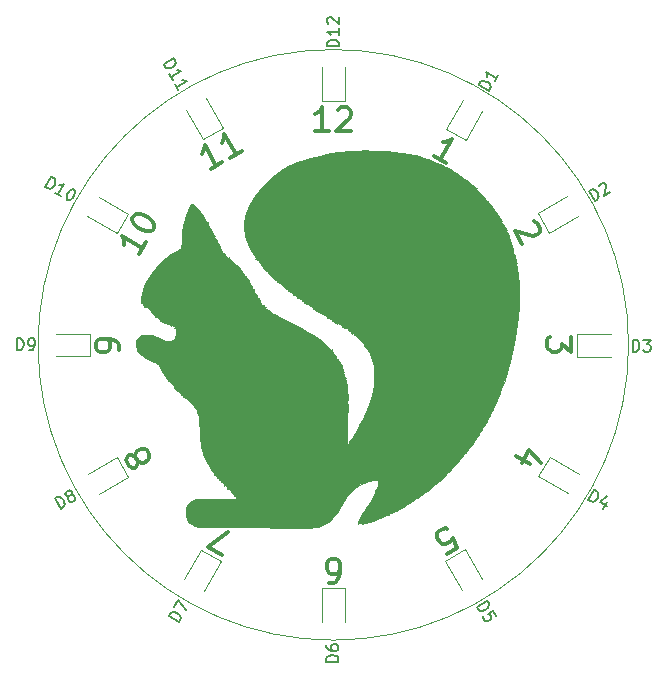
<source format=gbr>
%TF.GenerationSoftware,KiCad,Pcbnew,5.1.9+dfsg1-1~bpo10+1*%
%TF.CreationDate,2022-05-07T14:54:34+02:00*%
%TF.ProjectId,vjeverica-mirror,766a6576-6572-4696-9361-2d6d6972726f,rev?*%
%TF.SameCoordinates,Original*%
%TF.FileFunction,Legend,Top*%
%TF.FilePolarity,Positive*%
%FSLAX46Y46*%
G04 Gerber Fmt 4.6, Leading zero omitted, Abs format (unit mm)*
G04 Created by KiCad (PCBNEW 5.1.9+dfsg1-1~bpo10+1) date 2022-05-07 14:54:34*
%MOMM*%
%LPD*%
G01*
G04 APERTURE LIST*
%ADD10C,0.300000*%
%ADD11C,0.100000*%
%ADD12C,0.010000*%
%ADD13C,0.120000*%
%ADD14C,0.150000*%
G04 APERTURE END LIST*
D10*
X150835169Y-81187458D02*
X149845426Y-80616029D01*
X150340298Y-80901743D02*
X151340298Y-79169692D01*
X151032483Y-79321890D01*
X150772288Y-79391609D01*
X150559712Y-79378850D01*
X158259635Y-86125426D02*
X158389733Y-86160285D01*
X158567449Y-86277624D01*
X158805545Y-86690017D01*
X158818304Y-86902593D01*
X158783445Y-87032691D01*
X158666106Y-87210407D01*
X158501149Y-87305645D01*
X158206094Y-87366024D01*
X156644922Y-86947709D01*
X157263970Y-88019931D01*
X161415238Y-95913333D02*
X161415238Y-97151428D01*
X160653333Y-96484761D01*
X160653333Y-96770476D01*
X160558095Y-96960952D01*
X160462857Y-97056190D01*
X160272380Y-97151428D01*
X159796190Y-97151428D01*
X159605714Y-97056190D01*
X159510476Y-96960952D01*
X159415238Y-96770476D01*
X159415238Y-96199047D01*
X159510476Y-96008571D01*
X159605714Y-95913333D01*
X157962480Y-106636879D02*
X156807780Y-105970212D01*
X158860404Y-106605438D02*
X157861320Y-105478759D01*
X157242273Y-106550981D01*
X150962546Y-114248402D02*
X151787333Y-113772211D01*
X151393621Y-112899806D01*
X151358761Y-113029904D01*
X151241423Y-113207620D01*
X150829030Y-113445716D01*
X150616454Y-113458475D01*
X150486356Y-113423616D01*
X150308639Y-113306277D01*
X150070544Y-112893884D01*
X150057785Y-112681308D01*
X150092644Y-112551211D01*
X150209982Y-112373494D01*
X150622375Y-112135399D01*
X150834952Y-112122639D01*
X150965049Y-112157499D01*
X140939047Y-116715238D02*
X141320000Y-116715238D01*
X141510476Y-116620000D01*
X141605714Y-116524761D01*
X141796190Y-116239047D01*
X141891428Y-115858095D01*
X141891428Y-115096190D01*
X141796190Y-114905714D01*
X141700952Y-114810476D01*
X141510476Y-114715238D01*
X141129523Y-114715238D01*
X140939047Y-114810476D01*
X140843809Y-114905714D01*
X140748571Y-115096190D01*
X140748571Y-115572380D01*
X140843809Y-115762857D01*
X140939047Y-115858095D01*
X141129523Y-115953333D01*
X141510476Y-115953333D01*
X141700952Y-115858095D01*
X141796190Y-115762857D01*
X141891428Y-115572380D01*
X131837052Y-114363640D02*
X130682351Y-113696973D01*
X132424659Y-112393494D01*
X124727238Y-106411325D02*
X124739998Y-106623902D01*
X124705138Y-106753999D01*
X124587800Y-106931716D01*
X124505321Y-106979335D01*
X124292745Y-106992095D01*
X124162647Y-106957235D01*
X123984931Y-106839897D01*
X123794454Y-106509982D01*
X123781695Y-106297406D01*
X123816554Y-106167308D01*
X123933893Y-105989592D01*
X124016371Y-105941973D01*
X124228948Y-105929213D01*
X124359045Y-105964073D01*
X124536762Y-106081411D01*
X124727238Y-106411325D01*
X124904955Y-106528664D01*
X125035052Y-106563523D01*
X125247629Y-106550764D01*
X125577543Y-106360287D01*
X125694881Y-106182571D01*
X125729741Y-106052473D01*
X125716981Y-105839897D01*
X125526505Y-105509982D01*
X125348788Y-105392644D01*
X125218691Y-105357785D01*
X125006115Y-105370544D01*
X124676200Y-105561020D01*
X124558862Y-105738737D01*
X124524002Y-105868835D01*
X124536762Y-106081411D01*
X123184761Y-97000952D02*
X123184761Y-96620000D01*
X123089523Y-96429523D01*
X122994285Y-96334285D01*
X122708571Y-96143809D01*
X122327619Y-96048571D01*
X121565714Y-96048571D01*
X121375238Y-96143809D01*
X121280000Y-96239047D01*
X121184761Y-96429523D01*
X121184761Y-96810476D01*
X121280000Y-97000952D01*
X121375238Y-97096190D01*
X121565714Y-97191428D01*
X122041904Y-97191428D01*
X122232380Y-97096190D01*
X122327619Y-97000952D01*
X122422857Y-96810476D01*
X122422857Y-96429523D01*
X122327619Y-96239047D01*
X122232380Y-96143809D01*
X122041904Y-96048571D01*
X125411267Y-87889616D02*
X124839839Y-88879359D01*
X125125553Y-88384488D02*
X123393502Y-87384488D01*
X123545700Y-87692302D01*
X123615419Y-87952497D01*
X123602659Y-88165073D01*
X124298264Y-85817394D02*
X124393502Y-85652437D01*
X124571219Y-85535099D01*
X124701316Y-85500239D01*
X124913893Y-85512998D01*
X125291426Y-85620996D01*
X125703819Y-85859091D01*
X125986115Y-86132046D01*
X126103453Y-86309763D01*
X126138312Y-86439860D01*
X126125553Y-86652437D01*
X126030315Y-86817394D01*
X125852598Y-86934732D01*
X125722500Y-86969592D01*
X125509924Y-86956832D01*
X125132391Y-86848835D01*
X124719998Y-86610739D01*
X124437702Y-86337785D01*
X124320364Y-86160068D01*
X124285504Y-86029970D01*
X124298264Y-85817394D01*
X131895145Y-81112219D02*
X130905402Y-81683648D01*
X131400273Y-81397934D02*
X130400273Y-79665883D01*
X130378173Y-80008557D01*
X130308454Y-80268752D01*
X130191116Y-80446469D01*
X133544717Y-80159839D02*
X132554974Y-80731267D01*
X133049846Y-80445553D02*
X132049846Y-78713502D01*
X132027745Y-79056176D01*
X131958026Y-79316371D01*
X131840688Y-79494088D01*
X140899047Y-78484761D02*
X139756190Y-78484761D01*
X140327619Y-78484761D02*
X140327619Y-76484761D01*
X140137142Y-76770476D01*
X139946666Y-76960952D01*
X139756190Y-77056190D01*
X141660952Y-76675238D02*
X141756190Y-76580000D01*
X141946666Y-76484761D01*
X142422857Y-76484761D01*
X142613333Y-76580000D01*
X142708571Y-76675238D01*
X142803809Y-76865714D01*
X142803809Y-77056190D01*
X142708571Y-77341904D01*
X141565714Y-78484761D01*
X142803809Y-78484761D01*
D11*
X166300000Y-96580000D02*
G75*
G03*
X166300000Y-96580000I-25000000J0D01*
G01*
D12*
%TO.C,G\u002A\u002A\u002A*%
G36*
X144624550Y-80130204D02*
G01*
X145246061Y-80155339D01*
X145862740Y-80195634D01*
X146459956Y-80250594D01*
X147023081Y-80319725D01*
X147268750Y-80356483D01*
X147446321Y-80384660D01*
X147603335Y-80409383D01*
X147724166Y-80428205D01*
X147793189Y-80438678D01*
X147797917Y-80439351D01*
X148009180Y-80478512D01*
X148270562Y-80542379D01*
X148567997Y-80626364D01*
X148887415Y-80725882D01*
X149214750Y-80836345D01*
X149535933Y-80953167D01*
X149836897Y-81071761D01*
X150103574Y-81187541D01*
X150129374Y-81199516D01*
X150245086Y-81251616D01*
X150336333Y-81289026D01*
X150383875Y-81303874D01*
X150384439Y-81303889D01*
X150430808Y-81322244D01*
X150510234Y-81368479D01*
X150547115Y-81392686D01*
X150619912Y-81438482D01*
X150657257Y-81454664D01*
X150657843Y-81448926D01*
X150678390Y-81453100D01*
X150749158Y-81487643D01*
X150859812Y-81546716D01*
X151000015Y-81624480D01*
X151159434Y-81715095D01*
X151327733Y-81812721D01*
X151494576Y-81911520D01*
X151649630Y-82005651D01*
X151713750Y-82045525D01*
X151878956Y-82152940D01*
X152035258Y-82261257D01*
X152172847Y-82362910D01*
X152281910Y-82450334D01*
X152352639Y-82515961D01*
X152375224Y-82552226D01*
X152373870Y-82554648D01*
X152378886Y-82564892D01*
X152402742Y-82558051D01*
X152459364Y-82569028D01*
X152540882Y-82622541D01*
X152575716Y-82653200D01*
X152672624Y-82740824D01*
X152767105Y-82819935D01*
X152791055Y-82838472D01*
X152969130Y-82982099D01*
X153178746Y-83168033D01*
X153406949Y-83383830D01*
X153640784Y-83617041D01*
X153867294Y-83855220D01*
X153989167Y-83989563D01*
X154091444Y-84104372D01*
X154185635Y-84209810D01*
X154254026Y-84286053D01*
X154262569Y-84295523D01*
X154316624Y-84361337D01*
X154341724Y-84403716D01*
X154341944Y-84405622D01*
X154363613Y-84443341D01*
X154417699Y-84510316D01*
X154438958Y-84534143D01*
X154550484Y-84661605D01*
X154647989Y-84782758D01*
X154721525Y-84884345D01*
X154761144Y-84953107D01*
X154765278Y-84969035D01*
X154789978Y-85006253D01*
X154800555Y-85008055D01*
X154831853Y-85036629D01*
X154835833Y-85060972D01*
X154854882Y-85107919D01*
X154871111Y-85113889D01*
X154902896Y-85142246D01*
X154906389Y-85163866D01*
X154924584Y-85216567D01*
X154936915Y-85225602D01*
X154973296Y-85262554D01*
X155036307Y-85349766D01*
X155118673Y-85475624D01*
X155213118Y-85628511D01*
X155312364Y-85796815D01*
X155409138Y-85968920D01*
X155450037Y-86044694D01*
X155523650Y-86183049D01*
X155587375Y-86302694D01*
X155632172Y-86386659D01*
X155645756Y-86412022D01*
X155679274Y-86478186D01*
X155728390Y-86579323D01*
X155756415Y-86638290D01*
X155804954Y-86728392D01*
X155845455Y-86781251D01*
X155862024Y-86787645D01*
X155901669Y-86796413D01*
X155914818Y-86812097D01*
X155919569Y-86836839D01*
X155899617Y-86828230D01*
X155862976Y-86811722D01*
X155859420Y-86813960D01*
X155873021Y-86859353D01*
X155907078Y-86949932D01*
X155953850Y-87066206D01*
X156005599Y-87188683D01*
X156031835Y-87248194D01*
X156081227Y-87368343D01*
X156119180Y-87478690D01*
X156130859Y-87523531D01*
X156158995Y-87592776D01*
X156194831Y-87605545D01*
X156224573Y-87614418D01*
X156219755Y-87662045D01*
X156216413Y-87713244D01*
X156240983Y-87710490D01*
X156267457Y-87709480D01*
X156262215Y-87735533D01*
X156262477Y-87793820D01*
X156282621Y-87894451D01*
X156311216Y-87993130D01*
X156356103Y-88140211D01*
X156404544Y-88314873D01*
X156440452Y-88456458D01*
X156473952Y-88579406D01*
X156506569Y-88670023D01*
X156532021Y-88711325D01*
X156535049Y-88712222D01*
X156553529Y-88733571D01*
X156548926Y-88744069D01*
X156545685Y-88793218D01*
X156557442Y-88887991D01*
X156575902Y-88981356D01*
X156603141Y-89092072D01*
X156623705Y-89143132D01*
X156643823Y-89144246D01*
X156662985Y-89117079D01*
X156694151Y-89067998D01*
X156705399Y-89080348D01*
X156708985Y-89117917D01*
X156723459Y-89266174D01*
X156742216Y-89379115D01*
X156754835Y-89433485D01*
X156763290Y-89500215D01*
X156742247Y-89506846D01*
X156714748Y-89516895D01*
X156708340Y-89565626D01*
X156716335Y-89611499D01*
X156728919Y-89602986D01*
X156765405Y-89560724D01*
X156799899Y-89578616D01*
X156811389Y-89631526D01*
X156797808Y-89680305D01*
X156776111Y-89682361D01*
X156750707Y-89695484D01*
X156741373Y-89759654D01*
X156746549Y-89822641D01*
X156764669Y-89822535D01*
X156777152Y-89805833D01*
X156797007Y-89793008D01*
X156800862Y-89841844D01*
X156794810Y-89911667D01*
X156787936Y-89996132D01*
X156793733Y-90011561D01*
X156805128Y-89982222D01*
X156822351Y-89940631D01*
X156837538Y-89947237D01*
X156855773Y-90010048D01*
X156872328Y-90088055D01*
X156890878Y-90214548D01*
X156888058Y-90296645D01*
X156879148Y-90315597D01*
X156856949Y-90372313D01*
X156850183Y-90456708D01*
X156853850Y-90527389D01*
X156862179Y-90531559D01*
X156880605Y-90476111D01*
X156902514Y-90418124D01*
X156920929Y-90423173D01*
X156934689Y-90452024D01*
X156939312Y-90526166D01*
X156921906Y-90556093D01*
X156898678Y-90613551D01*
X156887103Y-90711340D01*
X156886950Y-90756569D01*
X156891956Y-90917083D01*
X156914377Y-90775972D01*
X156936797Y-90634861D01*
X156965349Y-90774952D01*
X156977218Y-90882450D01*
X156956305Y-90927560D01*
X156955561Y-90927822D01*
X156934158Y-90968601D01*
X156923052Y-91062436D01*
X156922521Y-91140509D01*
X156927819Y-91340417D01*
X156950026Y-91181667D01*
X156972234Y-91022917D01*
X156989824Y-91148896D01*
X156995287Y-91260461D01*
X156984341Y-91357329D01*
X156983473Y-91360562D01*
X156976536Y-91420452D01*
X156970763Y-91539117D01*
X156966432Y-91704779D01*
X156963821Y-91905663D01*
X156963211Y-92129993D01*
X156963483Y-92204722D01*
X156967434Y-92963194D01*
X156986425Y-92198756D01*
X156992774Y-91973779D01*
X156999877Y-91773384D01*
X157007246Y-91608026D01*
X157014390Y-91488163D01*
X157020819Y-91424251D01*
X157023055Y-91416719D01*
X157030023Y-91441656D01*
X157034383Y-91525216D01*
X157036376Y-91655524D01*
X157036243Y-91820703D01*
X157034225Y-92008879D01*
X157030562Y-92208176D01*
X157025495Y-92406718D01*
X157019264Y-92592632D01*
X157012110Y-92754040D01*
X157004275Y-92879068D01*
X156995998Y-92955840D01*
X156991517Y-92972898D01*
X156978784Y-93057484D01*
X156994034Y-93120088D01*
X157010497Y-93208832D01*
X157012439Y-93329695D01*
X157007840Y-93386528D01*
X156995013Y-93511445D01*
X156980867Y-93672924D01*
X156968359Y-93837101D01*
X156967804Y-93845139D01*
X156956273Y-93975017D01*
X156936671Y-94156347D01*
X156911322Y-94370791D01*
X156882551Y-94600015D01*
X156852680Y-94825684D01*
X156824034Y-95029462D01*
X156798937Y-95193014D01*
X156791201Y-95238611D01*
X156765055Y-95400462D01*
X156740305Y-95585548D01*
X156720097Y-95758958D01*
X156702851Y-95882304D01*
X156681903Y-95949958D01*
X156651194Y-95976744D01*
X156629974Y-95979444D01*
X156575428Y-95994736D01*
X156564444Y-96013615D01*
X156590303Y-96033025D01*
X156617361Y-96027479D01*
X156650795Y-96022049D01*
X156665827Y-96045576D01*
X156662394Y-96108732D01*
X156640432Y-96222185D01*
X156615589Y-96330517D01*
X156583374Y-96483905D01*
X156556459Y-96641211D01*
X156544374Y-96734624D01*
X156524439Y-96866419D01*
X156490977Y-97025375D01*
X156460892Y-97142023D01*
X156423392Y-97282569D01*
X156379201Y-97461910D01*
X156335697Y-97649704D01*
X156318996Y-97725694D01*
X156283661Y-97880900D01*
X156249741Y-98014567D01*
X156221997Y-98108652D01*
X156209700Y-98139729D01*
X156181965Y-98225969D01*
X156176171Y-98280841D01*
X156159667Y-98369865D01*
X156123255Y-98461741D01*
X156085671Y-98552513D01*
X156070555Y-98625002D01*
X156057351Y-98697728D01*
X156024883Y-98795988D01*
X156017989Y-98813025D01*
X155989268Y-98910445D01*
X155985866Y-98989286D01*
X155988706Y-98999510D01*
X155994719Y-99040922D01*
X155970717Y-99034677D01*
X155937809Y-99039855D01*
X155929437Y-99090626D01*
X155921987Y-99138904D01*
X155898615Y-99226306D01*
X155857783Y-99357473D01*
X155797952Y-99537048D01*
X155717583Y-99769670D01*
X155615137Y-100059983D01*
X155516481Y-100336250D01*
X155477410Y-100432302D01*
X155441556Y-100500022D01*
X155433085Y-100510875D01*
X155409388Y-100567727D01*
X155399737Y-100651986D01*
X155394872Y-100720074D01*
X155377590Y-100725920D01*
X155361606Y-100706667D01*
X155338154Y-100683231D01*
X155338749Y-100718851D01*
X155345180Y-100750764D01*
X155350150Y-100820148D01*
X155332771Y-100847778D01*
X155298398Y-100877344D01*
X155276965Y-100927153D01*
X155265065Y-100967938D01*
X155250884Y-101009165D01*
X155228831Y-101064369D01*
X155193309Y-101147084D01*
X155138725Y-101270846D01*
X155083763Y-101394583D01*
X155011963Y-101555742D01*
X154954310Y-101683787D01*
X154902115Y-101797348D01*
X154846690Y-101915057D01*
X154779346Y-102055546D01*
X154691393Y-102237446D01*
X154672458Y-102276528D01*
X154595318Y-102434244D01*
X154528531Y-102568032D01*
X154478353Y-102665558D01*
X154451041Y-102714490D01*
X154448732Y-102717500D01*
X154425510Y-102754679D01*
X154378410Y-102840054D01*
X154315448Y-102958887D01*
X154276020Y-103035000D01*
X154199237Y-103179969D01*
X154124834Y-103312904D01*
X154064717Y-103412805D01*
X154045997Y-103440694D01*
X153977548Y-103546453D01*
X153919470Y-103652247D01*
X153919415Y-103652361D01*
X153847924Y-103781370D01*
X153788013Y-103847390D01*
X153742130Y-103847969D01*
X153733689Y-103838403D01*
X153714598Y-103822702D01*
X153721692Y-103864028D01*
X153714216Y-103941408D01*
X153666285Y-104055424D01*
X153635052Y-104110972D01*
X153518513Y-104302397D01*
X153410362Y-104475422D01*
X153316960Y-104620245D01*
X153244667Y-104727062D01*
X153199846Y-104786070D01*
X153192332Y-104793263D01*
X153158748Y-104831981D01*
X153098285Y-104914031D01*
X153022492Y-105023574D01*
X153001669Y-105054653D01*
X152925180Y-105165129D01*
X152861898Y-105248369D01*
X152822687Y-105290333D01*
X152817367Y-105292778D01*
X152784671Y-105320670D01*
X152741675Y-105387950D01*
X152740705Y-105389792D01*
X152676241Y-105490792D01*
X152615591Y-105565495D01*
X152564414Y-105627075D01*
X152545098Y-105665274D01*
X152545124Y-105665427D01*
X152524642Y-105699853D01*
X152467305Y-105769503D01*
X152387109Y-105857594D01*
X152305118Y-105947036D01*
X152246897Y-106015975D01*
X152225278Y-106049009D01*
X152204093Y-106086369D01*
X152151892Y-106152108D01*
X152139586Y-106166208D01*
X152056833Y-106260870D01*
X151979546Y-106351111D01*
X151924105Y-106414451D01*
X151832828Y-106516178D01*
X151717869Y-106642960D01*
X151591387Y-106781466D01*
X151465536Y-106918366D01*
X151352474Y-107040327D01*
X151299236Y-107097174D01*
X151237481Y-107171084D01*
X151204129Y-107227202D01*
X151202222Y-107236354D01*
X151181621Y-107257915D01*
X151172141Y-107253906D01*
X151125047Y-107259205D01*
X151075128Y-107289718D01*
X151043209Y-107321092D01*
X151061111Y-107318691D01*
X151092181Y-107309598D01*
X151078750Y-107326952D01*
X151041214Y-107362599D01*
X150962974Y-107436769D01*
X150854566Y-107539479D01*
X150726523Y-107660747D01*
X150691696Y-107693725D01*
X150564390Y-107817138D01*
X150459077Y-107924737D01*
X150384847Y-108006805D01*
X150350789Y-108053627D01*
X150349728Y-108059235D01*
X150336325Y-108067285D01*
X150305018Y-108046419D01*
X150270227Y-107992403D01*
X150273438Y-107961072D01*
X150266529Y-107955179D01*
X150221009Y-107990027D01*
X150202494Y-108006496D01*
X150140594Y-108067119D01*
X150109479Y-108105885D01*
X150108611Y-108108978D01*
X150130550Y-108101641D01*
X150175664Y-108065253D01*
X150231848Y-108030934D01*
X150262604Y-108036748D01*
X150262516Y-108063871D01*
X150232663Y-108107882D01*
X150166987Y-108174750D01*
X150059430Y-108270449D01*
X149903933Y-108400947D01*
X149838439Y-108454820D01*
X149578042Y-108667318D01*
X149366805Y-108837472D01*
X149200199Y-108968716D01*
X149073697Y-109064485D01*
X148982771Y-109128212D01*
X148922891Y-109163333D01*
X148891057Y-109173333D01*
X148840425Y-109201708D01*
X148825854Y-109226250D01*
X148785935Y-109273050D01*
X148764481Y-109279167D01*
X148712847Y-109303561D01*
X148659595Y-109352751D01*
X148579661Y-109407427D01*
X148514346Y-109405994D01*
X148468815Y-109397596D01*
X148477014Y-109405904D01*
X148516708Y-109444097D01*
X148510934Y-109481477D01*
X148482090Y-109490833D01*
X148432251Y-109510644D01*
X148352081Y-109560614D01*
X148314382Y-109587847D01*
X148202821Y-109669846D01*
X148099220Y-109739857D01*
X147971649Y-109819277D01*
X147944373Y-109835802D01*
X147842835Y-109901434D01*
X147758810Y-109961103D01*
X147681903Y-110012312D01*
X147569392Y-110079130D01*
X147471243Y-110133290D01*
X147364020Y-110193054D01*
X147283778Y-110242958D01*
X147249875Y-110270194D01*
X147207942Y-110300928D01*
X147125535Y-110342767D01*
X147091125Y-110357735D01*
X147000910Y-110398563D01*
X146942237Y-110431167D01*
X146933611Y-110438479D01*
X146873472Y-110484767D01*
X146784700Y-110528013D01*
X146707341Y-110549021D01*
X146702702Y-110549167D01*
X146664566Y-110564378D01*
X146666566Y-110580461D01*
X146658539Y-110608010D01*
X146642190Y-110610182D01*
X146543151Y-110612472D01*
X146491807Y-110625960D01*
X146498267Y-110646831D01*
X146488659Y-110672203D01*
X146421619Y-110716673D01*
X146305864Y-110774793D01*
X146262347Y-110794337D01*
X146139487Y-110851572D01*
X146048341Y-110900438D01*
X146002817Y-110933190D01*
X146000543Y-110940123D01*
X145982714Y-110963780D01*
X145928851Y-110981009D01*
X145870515Y-110984182D01*
X145859282Y-110969841D01*
X145850788Y-110929771D01*
X145835125Y-110916570D01*
X145810201Y-110911844D01*
X145817500Y-110929358D01*
X145810777Y-110974786D01*
X145757456Y-111024592D01*
X145678843Y-111063990D01*
X145602845Y-111078333D01*
X145540385Y-111090464D01*
X145522500Y-111110875D01*
X145492439Y-111141994D01*
X145418192Y-111177436D01*
X145398703Y-111184274D01*
X145322423Y-111216173D01*
X145288875Y-111243912D01*
X145289501Y-111248746D01*
X145269452Y-111264513D01*
X145201037Y-111271203D01*
X145192812Y-111271181D01*
X145110015Y-111275742D01*
X145064322Y-111288389D01*
X145063889Y-111288820D01*
X144990304Y-111340966D01*
X144882942Y-111391507D01*
X144777259Y-111425235D01*
X144732126Y-111431111D01*
X144664230Y-111442780D01*
X144640555Y-111466389D01*
X144609720Y-111490252D01*
X144534612Y-111501066D01*
X144525903Y-111501126D01*
X144454774Y-111496130D01*
X144447091Y-111479626D01*
X144464167Y-111466389D01*
X144491874Y-111439934D01*
X144466225Y-111436594D01*
X144400527Y-111456368D01*
X144375972Y-111466389D01*
X144331647Y-111489693D01*
X144351578Y-111498411D01*
X144365071Y-111499187D01*
X144431188Y-111524792D01*
X144450102Y-111545764D01*
X144458220Y-111571381D01*
X144447703Y-111564801D01*
X144400188Y-111560876D01*
X144317846Y-111582898D01*
X144297188Y-111591026D01*
X144207015Y-111618916D01*
X144141549Y-111622130D01*
X144134099Y-111619249D01*
X144113229Y-111614997D01*
X144121575Y-111626729D01*
X144104879Y-111648588D01*
X144034131Y-111676065D01*
X143929643Y-111702096D01*
X143794732Y-111725732D01*
X143714085Y-111731526D01*
X143692039Y-111720086D01*
X143732928Y-111692020D01*
X143762309Y-111678639D01*
X143801835Y-111660708D01*
X143810154Y-111652076D01*
X143778385Y-111653423D01*
X143697647Y-111665423D01*
X143559058Y-111688755D01*
X143502847Y-111698414D01*
X143416601Y-111709054D01*
X143379142Y-111694844D01*
X143370587Y-111647146D01*
X143370555Y-111640932D01*
X143375822Y-111619259D01*
X143876204Y-111619259D01*
X143881046Y-111640232D01*
X143899722Y-111642778D01*
X143928760Y-111629870D01*
X143923241Y-111619259D01*
X143881374Y-111615037D01*
X143876204Y-111619259D01*
X143375822Y-111619259D01*
X143384397Y-111583981D01*
X144017315Y-111583981D01*
X144022157Y-111604954D01*
X144040833Y-111607500D01*
X144069871Y-111594592D01*
X144064352Y-111583981D01*
X144022485Y-111579759D01*
X144017315Y-111583981D01*
X143384397Y-111583981D01*
X143389598Y-111562587D01*
X143395461Y-111548704D01*
X144123148Y-111548704D01*
X144127991Y-111569676D01*
X144146667Y-111572222D01*
X144175704Y-111559314D01*
X144170185Y-111548704D01*
X144128319Y-111544481D01*
X144123148Y-111548704D01*
X143395461Y-111548704D01*
X143410360Y-111513426D01*
X144228981Y-111513426D01*
X144233824Y-111534398D01*
X144252500Y-111536944D01*
X144281537Y-111524037D01*
X144276018Y-111513426D01*
X144234152Y-111509204D01*
X144228981Y-111513426D01*
X143410360Y-111513426D01*
X143443126Y-111435848D01*
X143454307Y-111413472D01*
X144570000Y-111413472D01*
X144587639Y-111431111D01*
X144605278Y-111413472D01*
X144587639Y-111395833D01*
X144570000Y-111413472D01*
X143454307Y-111413472D01*
X143466782Y-111388508D01*
X144647596Y-111388508D01*
X144658194Y-111394753D01*
X144716169Y-111377188D01*
X144746389Y-111360555D01*
X144774626Y-111332602D01*
X144764028Y-111326358D01*
X144706053Y-111343923D01*
X144675833Y-111360555D01*
X144647596Y-111388508D01*
X143466782Y-111388508D01*
X143507194Y-111307639D01*
X144852222Y-111307639D01*
X144869861Y-111325278D01*
X144887500Y-111307639D01*
X144869861Y-111290000D01*
X144852222Y-111307639D01*
X143507194Y-111307639D01*
X143525743Y-111270522D01*
X143544056Y-111237083D01*
X144993333Y-111237083D01*
X145010972Y-111254722D01*
X145028611Y-111237083D01*
X145010972Y-111219444D01*
X144993333Y-111237083D01*
X143544056Y-111237083D01*
X143585917Y-111160648D01*
X145181481Y-111160648D01*
X145186324Y-111181621D01*
X145205000Y-111184167D01*
X145234037Y-111171259D01*
X145228518Y-111160648D01*
X145186652Y-111156426D01*
X145181481Y-111160648D01*
X143585917Y-111160648D01*
X143621338Y-111095972D01*
X145381389Y-111095972D01*
X145399028Y-111113611D01*
X145416667Y-111095972D01*
X145399028Y-111078333D01*
X145381389Y-111095972D01*
X143621338Y-111095972D01*
X143632050Y-111076415D01*
X143756650Y-110863333D01*
X143765499Y-110849028D01*
X145945833Y-110849028D01*
X145963472Y-110866667D01*
X145981111Y-110849028D01*
X145963472Y-110831389D01*
X145945833Y-110849028D01*
X143765499Y-110849028D01*
X143787323Y-110813750D01*
X146016389Y-110813750D01*
X146034028Y-110831389D01*
X146051667Y-110813750D01*
X146034028Y-110796111D01*
X146016389Y-110813750D01*
X143787323Y-110813750D01*
X143809147Y-110778472D01*
X146086944Y-110778472D01*
X146104583Y-110796111D01*
X146122222Y-110778472D01*
X146104583Y-110760833D01*
X146086944Y-110778472D01*
X143809147Y-110778472D01*
X143852796Y-110707917D01*
X146228055Y-110707917D01*
X146245694Y-110725555D01*
X146263333Y-110707917D01*
X146245694Y-110690278D01*
X146228055Y-110707917D01*
X143852796Y-110707917D01*
X143869885Y-110680295D01*
X146301551Y-110680295D01*
X146313146Y-110689799D01*
X146323690Y-110690278D01*
X146372845Y-110665285D01*
X146408944Y-110628542D01*
X146439005Y-110587282D01*
X146422337Y-110593076D01*
X146386805Y-110618559D01*
X146327334Y-110661894D01*
X146301551Y-110680295D01*
X143869885Y-110680295D01*
X143894144Y-110641084D01*
X143965822Y-110531528D01*
X146580833Y-110531528D01*
X146598472Y-110549167D01*
X146616111Y-110531528D01*
X146598472Y-110513889D01*
X146580833Y-110531528D01*
X143965822Y-110531528D01*
X144039135Y-110419473D01*
X144057122Y-110392899D01*
X146827778Y-110392899D01*
X146853705Y-110392659D01*
X146898333Y-110372778D01*
X146953774Y-110336346D01*
X146968889Y-110317379D01*
X146942962Y-110317618D01*
X146898333Y-110337500D01*
X146842892Y-110373932D01*
X146827778Y-110392899D01*
X144057122Y-110392899D01*
X144059165Y-110389881D01*
X144178911Y-110213640D01*
X144296310Y-110040703D01*
X144346240Y-109967083D01*
X147603889Y-109967083D01*
X147621528Y-109984722D01*
X147639167Y-109967083D01*
X147621528Y-109949444D01*
X147603889Y-109967083D01*
X144346240Y-109967083D01*
X144394092Y-109896528D01*
X147674444Y-109896528D01*
X147692083Y-109914167D01*
X147709722Y-109896528D01*
X147692083Y-109878889D01*
X147674444Y-109896528D01*
X144394092Y-109896528D01*
X144400323Y-109887341D01*
X144417993Y-109861250D01*
X147780278Y-109861250D01*
X147797917Y-109878889D01*
X147815555Y-109861250D01*
X147797917Y-109843611D01*
X147780278Y-109861250D01*
X144417993Y-109861250D01*
X144465778Y-109790694D01*
X147850833Y-109790694D01*
X147868472Y-109808333D01*
X147886111Y-109790694D01*
X147868472Y-109773055D01*
X147850833Y-109790694D01*
X144465778Y-109790694D01*
X144479913Y-109769824D01*
X144501574Y-109737778D01*
X144512150Y-109720139D01*
X147956667Y-109720139D01*
X147974305Y-109737778D01*
X147991944Y-109720139D01*
X147974305Y-109702500D01*
X147956667Y-109720139D01*
X144512150Y-109720139D01*
X144554457Y-109649583D01*
X148062500Y-109649583D01*
X148080139Y-109667222D01*
X148097778Y-109649583D01*
X148080139Y-109631944D01*
X148062500Y-109649583D01*
X144554457Y-109649583D01*
X144681377Y-109437917D01*
X148344722Y-109437917D01*
X148362361Y-109455555D01*
X148380000Y-109437917D01*
X148362361Y-109420278D01*
X148344722Y-109437917D01*
X144681377Y-109437917D01*
X144683638Y-109434147D01*
X144841553Y-109103872D01*
X144861739Y-109049861D01*
X148909167Y-109049861D01*
X148926805Y-109067500D01*
X148944444Y-109049861D01*
X148926805Y-109032222D01*
X148909167Y-109049861D01*
X144861739Y-109049861D01*
X144954033Y-108802917D01*
X149226667Y-108802917D01*
X149244305Y-108820555D01*
X149261944Y-108802917D01*
X149244305Y-108785278D01*
X149226667Y-108802917D01*
X144954033Y-108802917D01*
X144967424Y-108767089D01*
X145053355Y-108443933D01*
X145083795Y-108253094D01*
X145092434Y-108142488D01*
X145091263Y-108070586D01*
X145080630Y-108052958D01*
X145033459Y-108057657D01*
X145011656Y-108045012D01*
X144955124Y-108031306D01*
X144847675Y-108030413D01*
X144707367Y-108040284D01*
X144552256Y-108058873D01*
X144400400Y-108084133D01*
X144269855Y-108114015D01*
X144199583Y-108137086D01*
X143926955Y-108255032D01*
X143665090Y-108382388D01*
X143432823Y-108509443D01*
X143248992Y-108626487D01*
X143245668Y-108628851D01*
X143126784Y-108722883D01*
X142986201Y-108848242D01*
X142836215Y-108992323D01*
X142689126Y-109142521D01*
X142557232Y-109286231D01*
X142452829Y-109410848D01*
X142388217Y-109503768D01*
X142383583Y-109512461D01*
X142327843Y-109608396D01*
X142255461Y-109716359D01*
X142239787Y-109737778D01*
X142176809Y-109829211D01*
X142132225Y-109906675D01*
X142125075Y-109923215D01*
X142098224Y-109978042D01*
X142043324Y-110077527D01*
X141969123Y-110206123D01*
X141906702Y-110311270D01*
X141801259Y-110486575D01*
X141725486Y-110611626D01*
X141672825Y-110696713D01*
X141636715Y-110752126D01*
X141610596Y-110788154D01*
X141587910Y-110815087D01*
X141579884Y-110823924D01*
X141551762Y-110879572D01*
X141555508Y-110904788D01*
X141545860Y-110932621D01*
X141520554Y-110937222D01*
X141472260Y-110953864D01*
X141465555Y-110969045D01*
X141442186Y-111003206D01*
X141379938Y-111074340D01*
X141290599Y-111170317D01*
X141185958Y-111279008D01*
X141077804Y-111388286D01*
X140977924Y-111486021D01*
X140898108Y-111560085D01*
X140861276Y-111590763D01*
X140722960Y-111681785D01*
X140595442Y-111743294D01*
X140495640Y-111767846D01*
X140465027Y-111765069D01*
X140418740Y-111756565D01*
X140435337Y-111775689D01*
X140437500Y-111777201D01*
X140448737Y-111803770D01*
X140403777Y-111835581D01*
X140314028Y-111871438D01*
X140199866Y-111912957D01*
X140103853Y-111949353D01*
X140072083Y-111962121D01*
X140010790Y-111976643D01*
X139895466Y-111994475D01*
X139742420Y-112013394D01*
X139567959Y-112031175D01*
X139561435Y-112031771D01*
X139392257Y-112048038D01*
X139249478Y-112063452D01*
X139147316Y-112076359D01*
X139099989Y-112085102D01*
X139098925Y-112085616D01*
X139062712Y-112085675D01*
X139026577Y-112083597D01*
X138925873Y-112081111D01*
X138766589Y-112078270D01*
X138554708Y-112075126D01*
X138296219Y-112071732D01*
X137997107Y-112068140D01*
X137663359Y-112064403D01*
X137300961Y-112060574D01*
X136915898Y-112056706D01*
X136514158Y-112052850D01*
X136101726Y-112049061D01*
X135684589Y-112045389D01*
X135268734Y-112041889D01*
X134860145Y-112038612D01*
X134464811Y-112035612D01*
X134088716Y-112032941D01*
X133737847Y-112030651D01*
X133418191Y-112028795D01*
X133135733Y-112027426D01*
X132896461Y-112026597D01*
X132706359Y-112026360D01*
X132571415Y-112026768D01*
X132497615Y-112027873D01*
X132496180Y-112027927D01*
X132395029Y-112023239D01*
X132337388Y-112004703D01*
X132331405Y-111979529D01*
X132331724Y-111979383D01*
X134878352Y-111979383D01*
X134922674Y-111984918D01*
X134974444Y-111985947D01*
X135050745Y-111983195D01*
X135071690Y-111976159D01*
X135066557Y-111974579D01*
X135380139Y-111974579D01*
X135821111Y-111995555D01*
X135992169Y-112004068D01*
X136138223Y-112012041D01*
X136244475Y-112018616D01*
X136296125Y-112022937D01*
X136297361Y-112023142D01*
X136303783Y-112014107D01*
X136279722Y-111995555D01*
X136235147Y-111985068D01*
X139265082Y-111985068D01*
X139313611Y-111989985D01*
X139363692Y-111984441D01*
X139357708Y-111972192D01*
X139285482Y-111967532D01*
X139269514Y-111972192D01*
X139265082Y-111985068D01*
X136235147Y-111985068D01*
X136225136Y-111982713D01*
X136116022Y-111973232D01*
X135968367Y-111968037D01*
X135803472Y-111967969D01*
X135380139Y-111974579D01*
X135066557Y-111974579D01*
X135053819Y-111970659D01*
X134951020Y-111964822D01*
X134895069Y-111970659D01*
X134878352Y-111979383D01*
X132331724Y-111979383D01*
X132385229Y-111954923D01*
X132407986Y-111949897D01*
X132415690Y-111942755D01*
X132363770Y-111937789D01*
X132308699Y-111936759D01*
X139642870Y-111936759D01*
X139647713Y-111957732D01*
X139666389Y-111960278D01*
X139695426Y-111947370D01*
X139692966Y-111942639D01*
X139913333Y-111942639D01*
X139930972Y-111960278D01*
X139948611Y-111942639D01*
X139930972Y-111925000D01*
X139913333Y-111942639D01*
X139692966Y-111942639D01*
X139689907Y-111936759D01*
X139648041Y-111932537D01*
X139642870Y-111936759D01*
X132308699Y-111936759D01*
X132263145Y-111935907D01*
X132240417Y-111935967D01*
X132137849Y-111938057D01*
X132097243Y-111942490D01*
X132122327Y-111948693D01*
X132143403Y-111950830D01*
X132247691Y-111962889D01*
X132286943Y-111974001D01*
X132266675Y-111984030D01*
X132192402Y-111992841D01*
X132069638Y-112000300D01*
X131903899Y-112006270D01*
X131700699Y-112010618D01*
X131465555Y-112013207D01*
X131203981Y-112013904D01*
X130921493Y-112012571D01*
X130623605Y-112009075D01*
X130315832Y-112003281D01*
X130159028Y-111999454D01*
X129995083Y-111993889D01*
X129866422Y-111987087D01*
X129783889Y-111979817D01*
X129782297Y-111979383D01*
X131209463Y-111979383D01*
X131253785Y-111984918D01*
X131305555Y-111985947D01*
X131381856Y-111983195D01*
X131402801Y-111976159D01*
X131384930Y-111970659D01*
X131282132Y-111964822D01*
X131226180Y-111970659D01*
X131209463Y-111979383D01*
X129782297Y-111979383D01*
X129758327Y-111972852D01*
X129762153Y-111971238D01*
X129819636Y-111942511D01*
X129818137Y-111913923D01*
X129767509Y-111901102D01*
X129721414Y-111906623D01*
X129642286Y-111912661D01*
X129598331Y-111895787D01*
X129552317Y-111866516D01*
X129468729Y-111840880D01*
X129462681Y-111839641D01*
X129320476Y-111786384D01*
X129170460Y-111690481D01*
X129098890Y-111625139D01*
X140654167Y-111625139D01*
X140671805Y-111642778D01*
X140689444Y-111625139D01*
X140671805Y-111607500D01*
X140654167Y-111625139D01*
X129098890Y-111625139D01*
X129039375Y-111570804D01*
X128986189Y-111503403D01*
X128976618Y-111484028D01*
X140830555Y-111484028D01*
X140848194Y-111501667D01*
X140865833Y-111484028D01*
X140848194Y-111466389D01*
X140830555Y-111484028D01*
X128976618Y-111484028D01*
X128906909Y-111342917D01*
X141006944Y-111342917D01*
X141024583Y-111360555D01*
X141042222Y-111342917D01*
X141024583Y-111325278D01*
X141006944Y-111342917D01*
X128906909Y-111342917D01*
X128895949Y-111320733D01*
X128881928Y-111269729D01*
X141082593Y-111269729D01*
X141090911Y-111288137D01*
X141110696Y-111290000D01*
X141158533Y-111264378D01*
X141165445Y-111255126D01*
X141159766Y-111235079D01*
X141132249Y-111241262D01*
X141082593Y-111269729D01*
X128881928Y-111269729D01*
X128833797Y-111094644D01*
X128802216Y-110847464D01*
X128803053Y-110707917D01*
X141571389Y-110707917D01*
X141589028Y-110725555D01*
X141606667Y-110707917D01*
X141589028Y-110690278D01*
X141571389Y-110707917D01*
X128803053Y-110707917D01*
X128803692Y-110601520D01*
X128836277Y-110405758D01*
X141756427Y-110405758D01*
X141761253Y-110408055D01*
X141793446Y-110383221D01*
X141800694Y-110372778D01*
X141809684Y-110339797D01*
X141804858Y-110337500D01*
X141772664Y-110362335D01*
X141765417Y-110372778D01*
X141756427Y-110405758D01*
X128836277Y-110405758D01*
X128840708Y-110379139D01*
X128855665Y-110330258D01*
X128871075Y-110299925D01*
X141826983Y-110299925D01*
X141831808Y-110302222D01*
X141864002Y-110277387D01*
X141871250Y-110266944D01*
X141880239Y-110233963D01*
X141875414Y-110231667D01*
X141843220Y-110256501D01*
X141835972Y-110266944D01*
X141826983Y-110299925D01*
X128871075Y-110299925D01*
X128950561Y-110143472D01*
X141888889Y-110143472D01*
X141906528Y-110161111D01*
X141924167Y-110143472D01*
X141906528Y-110125833D01*
X141888889Y-110143472D01*
X128950561Y-110143472D01*
X128966618Y-110111869D01*
X129137515Y-109927467D01*
X129347971Y-109790694D01*
X142100555Y-109790694D01*
X142118194Y-109808333D01*
X142135833Y-109790694D01*
X142118194Y-109773055D01*
X142100555Y-109790694D01*
X129347971Y-109790694D01*
X129365175Y-109779514D01*
X129646420Y-109670471D01*
X129739090Y-109646111D01*
X129803739Y-109632406D01*
X129875816Y-109621257D01*
X129962197Y-109612526D01*
X130069757Y-109606076D01*
X130205372Y-109601770D01*
X130375919Y-109599469D01*
X130588274Y-109599037D01*
X130849311Y-109600335D01*
X131165908Y-109603226D01*
X131544940Y-109607574D01*
X131620024Y-109608496D01*
X133257409Y-109628771D01*
X133104666Y-109473137D01*
X133019659Y-109394998D01*
X132950898Y-109347007D01*
X132917039Y-109339064D01*
X132899173Y-109337200D01*
X132906489Y-109321249D01*
X132895251Y-109296805D01*
X142418055Y-109296805D01*
X142435694Y-109314444D01*
X142453333Y-109296805D01*
X142435694Y-109279167D01*
X142418055Y-109296805D01*
X132895251Y-109296805D01*
X132890380Y-109286212D01*
X132833681Y-109211859D01*
X132756152Y-109120417D01*
X142559167Y-109120417D01*
X142576805Y-109138055D01*
X142594444Y-109120417D01*
X142576805Y-109102778D01*
X142559167Y-109120417D01*
X132756152Y-109120417D01*
X132746003Y-109108448D01*
X132636957Y-108986240D01*
X132516156Y-108855493D01*
X132398828Y-108732361D01*
X142947222Y-108732361D01*
X142964861Y-108750000D01*
X142982500Y-108732361D01*
X142964861Y-108714722D01*
X142947222Y-108732361D01*
X132398828Y-108732361D01*
X132393211Y-108726467D01*
X132277734Y-108609421D01*
X132179336Y-108514615D01*
X132107629Y-108452309D01*
X132073858Y-108432500D01*
X132059516Y-108455083D01*
X132067396Y-108473228D01*
X132071602Y-108497330D01*
X132051264Y-108488430D01*
X132025636Y-108446116D01*
X132030362Y-108429892D01*
X132016432Y-108391846D01*
X131962211Y-108319263D01*
X131879870Y-108224610D01*
X131826425Y-108167917D01*
X143864444Y-108167917D01*
X143882083Y-108185555D01*
X143899722Y-108167917D01*
X143882083Y-108150278D01*
X143864444Y-108167917D01*
X131826425Y-108167917D01*
X131793168Y-108132639D01*
X143970278Y-108132639D01*
X143987917Y-108150278D01*
X144005555Y-108132639D01*
X143987917Y-108115000D01*
X143970278Y-108132639D01*
X131793168Y-108132639D01*
X131781582Y-108120350D01*
X131758443Y-108097361D01*
X144040833Y-108097361D01*
X144058472Y-108115000D01*
X144076111Y-108097361D01*
X144058472Y-108079722D01*
X144040833Y-108097361D01*
X131758443Y-108097361D01*
X131722935Y-108062083D01*
X144146667Y-108062083D01*
X144164305Y-108079722D01*
X144181944Y-108062083D01*
X144164305Y-108044444D01*
X144146667Y-108062083D01*
X131722935Y-108062083D01*
X131681509Y-108020926D01*
X144264259Y-108020926D01*
X144269102Y-108041898D01*
X144287778Y-108044444D01*
X144316815Y-108031537D01*
X144311296Y-108020926D01*
X144269430Y-108016704D01*
X144264259Y-108020926D01*
X131681509Y-108020926D01*
X131679519Y-108018949D01*
X131659697Y-108000732D01*
X144408912Y-108000732D01*
X144443588Y-108006381D01*
X144489344Y-107999895D01*
X144489890Y-107987853D01*
X144442674Y-107979431D01*
X144422274Y-107985068D01*
X144408912Y-108000732D01*
X131659697Y-108000732D01*
X131619076Y-107963401D01*
X144592026Y-107963401D01*
X144640555Y-107968319D01*
X144690637Y-107962775D01*
X144684653Y-107950525D01*
X144612427Y-107945866D01*
X144596458Y-107950525D01*
X144592026Y-107963401D01*
X131619076Y-107963401D01*
X131585854Y-107932870D01*
X131512760Y-107874578D01*
X131472408Y-107856538D01*
X131471045Y-107857153D01*
X131453087Y-107855944D01*
X131462821Y-107835180D01*
X131456752Y-107787286D01*
X131412692Y-107717633D01*
X131356011Y-107654092D01*
X150611149Y-107654092D01*
X150615975Y-107656389D01*
X150648169Y-107631554D01*
X150655417Y-107621111D01*
X150664406Y-107588130D01*
X150659580Y-107585833D01*
X150627387Y-107610668D01*
X150620139Y-107621111D01*
X150611149Y-107654092D01*
X131356011Y-107654092D01*
X131348483Y-107645653D01*
X131281965Y-107590777D01*
X131230979Y-107572436D01*
X131223959Y-107575018D01*
X131205787Y-107573381D01*
X131212975Y-107557653D01*
X131211880Y-107503388D01*
X131184065Y-107455188D01*
X131009076Y-107225126D01*
X130886372Y-107039028D01*
X151202222Y-107039028D01*
X151219861Y-107056667D01*
X151237500Y-107039028D01*
X151219861Y-107021389D01*
X151202222Y-107039028D01*
X130886372Y-107039028D01*
X130827718Y-106950071D01*
X151311796Y-106950071D01*
X151313395Y-106950833D01*
X151346949Y-106927748D01*
X151405663Y-106871304D01*
X151413889Y-106862639D01*
X151464222Y-106804346D01*
X151480704Y-106775206D01*
X151479104Y-106774444D01*
X151445551Y-106797529D01*
X151386836Y-106853974D01*
X151378611Y-106862639D01*
X151328278Y-106920932D01*
X151311796Y-106950071D01*
X130827718Y-106950071D01*
X130827276Y-106949401D01*
X130651447Y-106650128D01*
X130586192Y-106525203D01*
X151704760Y-106525203D01*
X151709586Y-106527500D01*
X151741780Y-106502665D01*
X151749028Y-106492222D01*
X151758017Y-106459241D01*
X151753192Y-106456944D01*
X151720998Y-106481779D01*
X151713750Y-106492222D01*
X151704760Y-106525203D01*
X130586192Y-106525203D01*
X130494371Y-106349424D01*
X130439772Y-106227639D01*
X151943055Y-106227639D01*
X151960694Y-106245278D01*
X151978333Y-106227639D01*
X151960694Y-106210000D01*
X151943055Y-106227639D01*
X130439772Y-106227639D01*
X130423956Y-106192361D01*
X152013611Y-106192361D01*
X152031250Y-106210000D01*
X152048889Y-106192361D01*
X152031250Y-106174722D01*
X152013611Y-106192361D01*
X130423956Y-106192361D01*
X130368831Y-106069404D01*
X130339983Y-105994777D01*
X130287139Y-105839583D01*
X152295833Y-105839583D01*
X152313472Y-105857222D01*
X152331111Y-105839583D01*
X152313472Y-105821944D01*
X152295833Y-105839583D01*
X130287139Y-105839583D01*
X130254819Y-105744669D01*
X130184727Y-105491285D01*
X130157094Y-105361036D01*
X152657260Y-105361036D01*
X152662086Y-105363333D01*
X152694280Y-105338498D01*
X152701528Y-105328055D01*
X152710517Y-105295075D01*
X152705692Y-105292778D01*
X152673498Y-105317612D01*
X152666250Y-105328055D01*
X152657260Y-105361036D01*
X130157094Y-105361036D01*
X130128084Y-105224304D01*
X152754444Y-105224304D01*
X152765781Y-105256357D01*
X152791795Y-105228395D01*
X152803183Y-105202751D01*
X152805648Y-105166335D01*
X152789318Y-105169555D01*
X152755698Y-105214722D01*
X152754444Y-105224304D01*
X130128084Y-105224304D01*
X130127746Y-105222712D01*
X130103063Y-105063472D01*
X142382778Y-105063472D01*
X142400417Y-105081111D01*
X142418055Y-105063472D01*
X152860278Y-105063472D01*
X152877917Y-105081111D01*
X152895555Y-105063472D01*
X152877917Y-105045833D01*
X152860278Y-105063472D01*
X142418055Y-105063472D01*
X142400417Y-105045833D01*
X142382778Y-105063472D01*
X130103063Y-105063472D01*
X130081914Y-104927032D01*
X130045271Y-104592331D01*
X130043536Y-104569583D01*
X142359076Y-104569583D01*
X142360630Y-104672566D01*
X142365006Y-104723511D01*
X142371335Y-104714110D01*
X142372961Y-104702662D01*
X142378884Y-104586002D01*
X142373722Y-104460432D01*
X142373245Y-104455717D01*
X142366704Y-104422336D01*
X142361742Y-104452560D01*
X142359223Y-104539443D01*
X142359076Y-104569583D01*
X130043536Y-104569583D01*
X130015855Y-104206693D01*
X129999990Y-103929089D01*
X129996268Y-103864028D01*
X142389655Y-103864028D01*
X142393468Y-103924276D01*
X142404512Y-103929580D01*
X142405918Y-103926435D01*
X142412896Y-103856402D01*
X142407225Y-103820602D01*
X142395995Y-103806215D01*
X142389888Y-103853072D01*
X142389655Y-103864028D01*
X129996268Y-103864028D01*
X129977230Y-103531293D01*
X129966527Y-103387778D01*
X142395104Y-103387778D01*
X142396430Y-103502256D01*
X142399993Y-103563960D01*
X142405169Y-103565974D01*
X142408608Y-103537708D01*
X142414160Y-103397219D01*
X142409824Y-103252684D01*
X142408608Y-103237847D01*
X142402790Y-103202690D01*
X142398230Y-103231171D01*
X142395551Y-103316374D01*
X142395104Y-103387778D01*
X129966527Y-103387778D01*
X129952160Y-103195136D01*
X129923097Y-102911704D01*
X129888355Y-102672082D01*
X129846251Y-102467356D01*
X129801736Y-102311805D01*
X142431523Y-102311805D01*
X142432374Y-102453543D01*
X142434794Y-102544592D01*
X142438434Y-102578805D01*
X142442947Y-102550037D01*
X142444084Y-102533674D01*
X142449056Y-102379428D01*
X142447908Y-102204997D01*
X142444211Y-102110341D01*
X142439594Y-102058622D01*
X142435722Y-102071959D01*
X142432940Y-102144849D01*
X142431595Y-102271794D01*
X142431523Y-102311805D01*
X129801736Y-102311805D01*
X129795098Y-102288612D01*
X129733212Y-102126937D01*
X129658908Y-101973415D01*
X129615576Y-101895191D01*
X129545398Y-101792592D01*
X129445058Y-101671132D01*
X129324682Y-101540374D01*
X129194397Y-101409885D01*
X129064329Y-101289228D01*
X128944606Y-101187967D01*
X128845352Y-101115669D01*
X128776696Y-101081897D01*
X128755797Y-101083114D01*
X128735303Y-101083567D01*
X128741133Y-101070421D01*
X128724892Y-101035645D01*
X128667148Y-100967278D01*
X128580411Y-100877123D01*
X128477192Y-100776983D01*
X128370000Y-100678662D01*
X128271346Y-100593963D01*
X128193740Y-100534688D01*
X128149932Y-100512639D01*
X128113864Y-100486764D01*
X128112376Y-100477361D01*
X128130555Y-100477361D01*
X128148194Y-100495000D01*
X128165833Y-100477361D01*
X128148194Y-100459722D01*
X128130555Y-100477361D01*
X128112376Y-100477361D01*
X128092118Y-100410714D01*
X128048555Y-100373118D01*
X128016834Y-100376403D01*
X127994743Y-100378175D01*
X128000545Y-100364467D01*
X127994069Y-100319644D01*
X127952745Y-100265694D01*
X142424933Y-100265694D01*
X142428746Y-100325943D01*
X142439789Y-100331247D01*
X142441195Y-100328102D01*
X142448174Y-100258069D01*
X142442503Y-100222268D01*
X142431273Y-100207882D01*
X142425165Y-100254739D01*
X142424933Y-100265694D01*
X127952745Y-100265694D01*
X127950517Y-100262786D01*
X127892427Y-100215302D01*
X127842335Y-100198600D01*
X127831241Y-100203636D01*
X127817757Y-100205598D01*
X127825614Y-100188757D01*
X127826450Y-100137904D01*
X127813932Y-100125125D01*
X127775964Y-100089016D01*
X127702471Y-100009034D01*
X127602626Y-99895899D01*
X127485601Y-99760330D01*
X127360567Y-99613046D01*
X127236696Y-99464769D01*
X127123159Y-99326217D01*
X127029129Y-99208110D01*
X127027011Y-99205387D01*
X126945797Y-99091374D01*
X126856467Y-98950755D01*
X126767396Y-98798730D01*
X126686959Y-98650500D01*
X126623534Y-98521264D01*
X126585495Y-98426225D01*
X126578333Y-98391129D01*
X126562036Y-98310566D01*
X126523105Y-98234235D01*
X126476478Y-98186232D01*
X126448577Y-98181835D01*
X126407458Y-98172318D01*
X126401944Y-98151978D01*
X126374831Y-98098928D01*
X126322569Y-98053921D01*
X126242905Y-98011562D01*
X126126253Y-97959229D01*
X125988861Y-97903042D01*
X125846981Y-97849119D01*
X125716862Y-97803578D01*
X125614754Y-97772539D01*
X125556907Y-97762119D01*
X125551210Y-97763486D01*
X125527239Y-97756491D01*
X125527945Y-97737136D01*
X125508377Y-97700240D01*
X125476282Y-97695253D01*
X125435226Y-97683286D01*
X125437972Y-97662800D01*
X125434837Y-97640650D01*
X125400483Y-97648740D01*
X125359146Y-97654591D01*
X125365205Y-97631101D01*
X125366398Y-97605178D01*
X125329927Y-97613462D01*
X125288803Y-97618866D01*
X125290985Y-97601752D01*
X125279523Y-97564948D01*
X125231081Y-97535434D01*
X125166462Y-97496027D01*
X125071956Y-97421341D01*
X124966819Y-97326723D01*
X124955555Y-97315877D01*
X124859660Y-97227367D01*
X124781810Y-97163762D01*
X124736347Y-97136590D01*
X124732447Y-97136528D01*
X124717950Y-97123970D01*
X124722744Y-97114005D01*
X124719898Y-97066495D01*
X124690896Y-96980847D01*
X124667232Y-96927923D01*
X124586454Y-96690439D01*
X124575722Y-96459151D01*
X124634596Y-96237136D01*
X124762636Y-96027471D01*
X124802896Y-95980122D01*
X124952720Y-95838880D01*
X125108876Y-95750357D01*
X125289395Y-95707942D01*
X125512311Y-95705025D01*
X125547009Y-95707324D01*
X125728937Y-95728293D01*
X125911272Y-95766694D01*
X126107800Y-95826961D01*
X126332305Y-95913530D01*
X126598571Y-96030836D01*
X126701805Y-96078859D01*
X126882564Y-96162170D01*
X127017129Y-96218630D01*
X127122207Y-96253350D01*
X127214504Y-96271444D01*
X127310728Y-96278023D01*
X127354444Y-96278578D01*
X127550242Y-96260153D01*
X127698511Y-96198201D01*
X127812615Y-96084839D01*
X127880502Y-95968227D01*
X127921438Y-95858107D01*
X127958847Y-95713106D01*
X127989513Y-95553296D01*
X128010220Y-95398748D01*
X128017752Y-95269532D01*
X128008892Y-95185719D01*
X128006787Y-95180153D01*
X127978125Y-95101526D01*
X127969124Y-95067809D01*
X127948945Y-95013667D01*
X127926897Y-94996523D01*
X127918889Y-95021065D01*
X127901348Y-95060043D01*
X127867589Y-95052220D01*
X127845908Y-95005536D01*
X127845548Y-95000486D01*
X127836513Y-94967056D01*
X127824969Y-94982847D01*
X127787510Y-95024097D01*
X127751310Y-95010171D01*
X127742500Y-94974028D01*
X127717393Y-94927189D01*
X127695665Y-94921111D01*
X127629383Y-94906516D01*
X127515577Y-94867011D01*
X127369943Y-94809017D01*
X127208176Y-94738951D01*
X127045970Y-94663236D01*
X126958526Y-94619596D01*
X126821393Y-94550436D01*
X126737296Y-94512110D01*
X126697359Y-94501614D01*
X126692707Y-94515946D01*
X126701556Y-94532651D01*
X126695733Y-94552393D01*
X126665402Y-94545381D01*
X126631193Y-94517858D01*
X126647112Y-94498876D01*
X126640186Y-94470871D01*
X126588444Y-94420945D01*
X126509030Y-94360926D01*
X126419085Y-94302644D01*
X126335753Y-94257930D01*
X126276177Y-94238612D01*
X126270032Y-94238665D01*
X126239794Y-94226939D01*
X126242609Y-94216503D01*
X126227159Y-94181075D01*
X126171099Y-94113030D01*
X126086387Y-94026811D01*
X126082487Y-94023109D01*
X125961284Y-93893053D01*
X125860915Y-93756603D01*
X125792447Y-93630952D01*
X125766945Y-93533293D01*
X125766944Y-93532818D01*
X125737863Y-93478849D01*
X125673854Y-93451688D01*
X125617199Y-93462419D01*
X125595781Y-93463609D01*
X125601637Y-93450054D01*
X125590608Y-93414101D01*
X125537757Y-93376525D01*
X125470137Y-93351013D01*
X125414801Y-93351252D01*
X125410649Y-93353424D01*
X125386199Y-93346765D01*
X125386834Y-93327414D01*
X125367213Y-93290840D01*
X125332440Y-93285986D01*
X125287964Y-93282219D01*
X125287205Y-93272424D01*
X125272123Y-93242899D01*
X125213572Y-93186118D01*
X125148446Y-93133225D01*
X125061962Y-93060923D01*
X125004713Y-93001053D01*
X124990833Y-92974925D01*
X124998648Y-92873386D01*
X125019727Y-92722210D01*
X125050519Y-92540284D01*
X125087475Y-92346494D01*
X125127044Y-92159726D01*
X125165675Y-91998867D01*
X125191302Y-91908470D01*
X125372600Y-91439610D01*
X125617542Y-90971602D01*
X125919541Y-90512058D01*
X126272010Y-90068586D01*
X126668361Y-89648799D01*
X127102008Y-89260307D01*
X127566364Y-88910720D01*
X128042005Y-88614812D01*
X128182906Y-88535746D01*
X128299570Y-88469894D01*
X128379186Y-88424515D01*
X128408683Y-88407098D01*
X128419524Y-88383406D01*
X128429592Y-88324044D01*
X128439608Y-88221014D01*
X128450295Y-88066314D01*
X128462375Y-87851946D01*
X128467148Y-87759722D01*
X128519622Y-87122166D01*
X128609722Y-86511957D01*
X128735418Y-85938613D01*
X128894678Y-85411653D01*
X129053871Y-85009666D01*
X129137416Y-84838359D01*
X129209520Y-84727516D01*
X129276359Y-84669284D01*
X129332452Y-84655278D01*
X129399918Y-84682617D01*
X129498868Y-84758174D01*
X129620480Y-84872255D01*
X129755933Y-85015169D01*
X129896404Y-85177223D01*
X130033071Y-85348725D01*
X130157113Y-85519983D01*
X130247572Y-85660694D01*
X130310922Y-85758610D01*
X130369802Y-85836589D01*
X130386517Y-85854722D01*
X130435158Y-85916751D01*
X130449614Y-85950372D01*
X130471085Y-85999133D01*
X130520464Y-86089921D01*
X130588040Y-86205076D01*
X130604795Y-86232594D01*
X130723444Y-86438102D01*
X130863352Y-86701027D01*
X131020443Y-87012933D01*
X131190641Y-87365388D01*
X131369869Y-87749955D01*
X131554052Y-88158202D01*
X131731605Y-88564242D01*
X131795940Y-88655909D01*
X131922394Y-88777454D01*
X132109737Y-88927698D01*
X132116807Y-88933029D01*
X132340227Y-89111142D01*
X132588651Y-89325860D01*
X132842353Y-89559224D01*
X133081606Y-89793278D01*
X133220408Y-89937682D01*
X133301131Y-90014456D01*
X133366716Y-90059467D01*
X133396480Y-90064523D01*
X133416081Y-90064391D01*
X133407010Y-90084129D01*
X133412594Y-90140067D01*
X133468699Y-90240004D01*
X133573416Y-90380726D01*
X133608037Y-90423194D01*
X133643210Y-90468610D01*
X133705780Y-90551809D01*
X133772628Y-90641843D01*
X133845495Y-90731858D01*
X133904329Y-90788860D01*
X133935364Y-90800593D01*
X133946800Y-90800788D01*
X133938530Y-90818117D01*
X133941435Y-90868199D01*
X133974718Y-90948902D01*
X134026448Y-91040981D01*
X134084690Y-91125192D01*
X134137512Y-91182292D01*
X134171626Y-91194008D01*
X134192646Y-91193345D01*
X134186025Y-91208320D01*
X134193922Y-91249334D01*
X134228221Y-91337936D01*
X134281891Y-91459578D01*
X134347902Y-91599716D01*
X134419224Y-91743804D01*
X134488828Y-91877296D01*
X134549682Y-91985647D01*
X134594757Y-92054311D01*
X134595139Y-92054792D01*
X134614153Y-92092669D01*
X134607441Y-92098889D01*
X134606273Y-92125935D01*
X134633107Y-92192383D01*
X134639902Y-92205876D01*
X134685275Y-92271851D01*
X134724299Y-92293921D01*
X134728598Y-92292238D01*
X134749429Y-92298059D01*
X134745780Y-92317543D01*
X134752432Y-92373168D01*
X134788002Y-92459445D01*
X134840528Y-92555865D01*
X134898047Y-92641917D01*
X134948595Y-92697093D01*
X134972692Y-92706556D01*
X134998100Y-92718377D01*
X134992623Y-92733015D01*
X134987560Y-92792824D01*
X134994411Y-92808211D01*
X135025258Y-92826713D01*
X135044500Y-92805253D01*
X135072561Y-92787789D01*
X135092603Y-92820958D01*
X135096617Y-92859803D01*
X135079874Y-92857111D01*
X135047654Y-92846720D01*
X135059258Y-92883327D01*
X135115752Y-92968900D01*
X135205656Y-93089144D01*
X135397335Y-93306501D01*
X135638827Y-93530596D01*
X135912657Y-93746952D01*
X136201347Y-93941091D01*
X136315000Y-94008115D01*
X136441244Y-94077208D01*
X136619293Y-94171482D01*
X136837628Y-94285001D01*
X137084728Y-94411829D01*
X137349077Y-94546031D01*
X137619154Y-94681670D01*
X137708472Y-94726182D01*
X138230984Y-94989652D01*
X138700565Y-95233940D01*
X139114918Y-95457762D01*
X139471746Y-95659836D01*
X139768754Y-95838877D01*
X140003645Y-95993604D01*
X140093011Y-96058374D01*
X140262780Y-96193068D01*
X140445167Y-96349042D01*
X140627917Y-96514696D01*
X140798777Y-96678429D01*
X140945491Y-96828642D01*
X141055804Y-96953733D01*
X141097807Y-97009510D01*
X141160138Y-97099022D01*
X141206980Y-97162058D01*
X141221629Y-97178889D01*
X141250934Y-97215084D01*
X141307337Y-97292645D01*
X141375706Y-97390555D01*
X141447768Y-97487351D01*
X141507938Y-97553616D01*
X141542780Y-97574890D01*
X141560047Y-97587615D01*
X141553335Y-97602893D01*
X141551492Y-97659993D01*
X141564448Y-97683142D01*
X141617373Y-97764746D01*
X141688538Y-97896831D01*
X141770846Y-98064028D01*
X141857196Y-98250970D01*
X141940491Y-98442289D01*
X142013632Y-98622618D01*
X142069473Y-98776446D01*
X142120273Y-98924423D01*
X142165150Y-99045122D01*
X142198566Y-99124228D01*
X142213226Y-99147904D01*
X142224491Y-99184733D01*
X142218271Y-99209640D01*
X142222207Y-99253479D01*
X142240269Y-99260278D01*
X142265833Y-99287275D01*
X142259305Y-99330833D01*
X142259164Y-99388141D01*
X142289681Y-99399669D01*
X142323326Y-99357292D01*
X142334876Y-99350684D01*
X142336581Y-99390125D01*
X142323280Y-99443464D01*
X142304899Y-99449779D01*
X142280821Y-99462042D01*
X142276944Y-99487501D01*
X142304271Y-99535596D01*
X142329861Y-99542500D01*
X142376790Y-99562650D01*
X142382778Y-99579860D01*
X142361165Y-99600929D01*
X142347500Y-99595417D01*
X142319988Y-99606496D01*
X142312222Y-99648333D01*
X142326123Y-99700213D01*
X142353495Y-99697545D01*
X142379909Y-99695825D01*
X142371922Y-99731571D01*
X142362243Y-99796034D01*
X142364743Y-99886750D01*
X142376353Y-99980989D01*
X142394004Y-100056020D01*
X142414624Y-100089115D01*
X142420069Y-100088061D01*
X142440994Y-100086870D01*
X142455675Y-100118138D01*
X142464555Y-100189267D01*
X142468076Y-100307658D01*
X142466680Y-100480715D01*
X142460810Y-100715838D01*
X142459728Y-100751800D01*
X142454497Y-101005621D01*
X142456605Y-101198001D01*
X142466410Y-101337706D01*
X142484271Y-101433505D01*
X142488090Y-101445920D01*
X142500078Y-101495219D01*
X142508666Y-101564871D01*
X142513847Y-101661923D01*
X142515615Y-101793421D01*
X142513964Y-101966413D01*
X142508888Y-102187946D01*
X142500381Y-102465065D01*
X142488437Y-102804818D01*
X142486881Y-102847176D01*
X142472986Y-103239192D01*
X142462580Y-103570832D01*
X142455531Y-103852180D01*
X142451704Y-104093322D01*
X142450968Y-104304343D01*
X142453190Y-104495329D01*
X142458238Y-104676364D01*
X142461664Y-104763611D01*
X142454300Y-104835299D01*
X142435967Y-104918310D01*
X142408013Y-105020092D01*
X142444769Y-104992917D01*
X152930833Y-104992917D01*
X152948472Y-105010555D01*
X152966111Y-104992917D01*
X152948472Y-104975278D01*
X152930833Y-104992917D01*
X142444769Y-104992917D01*
X142518868Y-104938134D01*
X142590133Y-104875561D01*
X142627902Y-104823129D01*
X142629249Y-104816528D01*
X153036667Y-104816528D01*
X153054305Y-104834167D01*
X153071944Y-104816528D01*
X153054305Y-104798889D01*
X153036667Y-104816528D01*
X142629249Y-104816528D01*
X142629722Y-104814213D01*
X142654380Y-104759272D01*
X142686843Y-104724844D01*
X142729435Y-104675783D01*
X142799982Y-104580116D01*
X142856340Y-104499028D01*
X153248333Y-104499028D01*
X153265972Y-104516667D01*
X153283611Y-104499028D01*
X153265972Y-104481389D01*
X153248333Y-104499028D01*
X142856340Y-104499028D01*
X142880859Y-104463750D01*
X153354167Y-104463750D01*
X153371805Y-104481389D01*
X153389444Y-104463750D01*
X153371805Y-104446111D01*
X153354167Y-104463750D01*
X142880859Y-104463750D01*
X142889483Y-104451342D01*
X142928457Y-104393194D01*
X153318889Y-104393194D01*
X153336528Y-104410833D01*
X153354167Y-104393194D01*
X153336528Y-104375555D01*
X153318889Y-104393194D01*
X142928457Y-104393194D01*
X142988940Y-104302958D01*
X143044933Y-104216805D01*
X153460000Y-104216805D01*
X153477639Y-104234444D01*
X153495278Y-104216805D01*
X153477639Y-104199167D01*
X153460000Y-104216805D01*
X143044933Y-104216805D01*
X143089352Y-104148462D01*
X143146117Y-104058055D01*
X153565833Y-104058055D01*
X153578741Y-104087093D01*
X153589352Y-104081574D01*
X153593574Y-104039707D01*
X153589352Y-104034537D01*
X153568379Y-104039379D01*
X153565833Y-104058055D01*
X143146117Y-104058055D01*
X143181720Y-104001353D01*
X143225072Y-103928704D01*
X153648148Y-103928704D01*
X153652991Y-103949676D01*
X153671667Y-103952222D01*
X153700704Y-103939314D01*
X153695185Y-103928704D01*
X153653319Y-103924481D01*
X153648148Y-103928704D01*
X143225072Y-103928704D01*
X143257044Y-103875128D01*
X143276953Y-103839767D01*
X143325166Y-103752315D01*
X153753981Y-103752315D01*
X153758824Y-103773287D01*
X153777500Y-103775833D01*
X153806537Y-103762926D01*
X153801018Y-103752315D01*
X153759152Y-103748093D01*
X153753981Y-103752315D01*
X143325166Y-103752315D01*
X143340375Y-103724728D01*
X143418450Y-103583161D01*
X143477581Y-103475972D01*
X143514192Y-103405417D01*
X153953889Y-103405417D01*
X153971528Y-103423055D01*
X153989167Y-103405417D01*
X153971528Y-103387778D01*
X153953889Y-103405417D01*
X143514192Y-103405417D01*
X143788024Y-102877716D01*
X143998185Y-102417639D01*
X154518333Y-102417639D01*
X154535972Y-102435278D01*
X154553611Y-102417639D01*
X154535972Y-102400000D01*
X154518333Y-102417639D01*
X143998185Y-102417639D01*
X144055635Y-102291870D01*
X154562260Y-102291870D01*
X154567086Y-102294167D01*
X154599280Y-102269332D01*
X154606528Y-102258889D01*
X154615517Y-102225908D01*
X154610692Y-102223611D01*
X154578498Y-102248446D01*
X154571250Y-102258889D01*
X154562260Y-102291870D01*
X144055635Y-102291870D01*
X144064963Y-102271451D01*
X144303418Y-101669911D01*
X144395332Y-101394583D01*
X154976944Y-101394583D01*
X154994583Y-101412222D01*
X155012222Y-101394583D01*
X154994583Y-101376944D01*
X154976944Y-101394583D01*
X144395332Y-101394583D01*
X144489547Y-101112361D01*
X155118055Y-101112361D01*
X155135694Y-101130000D01*
X155153333Y-101112361D01*
X155135694Y-101094722D01*
X155118055Y-101112361D01*
X144489547Y-101112361D01*
X144498405Y-101085830D01*
X144528718Y-100971250D01*
X155153333Y-100971250D01*
X155170972Y-100988889D01*
X155188611Y-100971250D01*
X155170972Y-100953611D01*
X155153333Y-100971250D01*
X144528718Y-100971250D01*
X144552659Y-100880758D01*
X155197260Y-100880758D01*
X155202086Y-100883055D01*
X155234280Y-100858221D01*
X155241528Y-100847778D01*
X155250517Y-100814797D01*
X155245692Y-100812500D01*
X155213498Y-100837335D01*
X155206250Y-100847778D01*
X155197260Y-100880758D01*
X144552659Y-100880758D01*
X144594828Y-100721366D01*
X155261952Y-100721366D01*
X155268438Y-100767121D01*
X155280480Y-100767668D01*
X155288902Y-100720452D01*
X155283265Y-100700052D01*
X155267601Y-100686689D01*
X155261952Y-100721366D01*
X144594828Y-100721366D01*
X144640717Y-100547917D01*
X155329722Y-100547917D01*
X155347361Y-100565555D01*
X155365000Y-100547917D01*
X155347361Y-100530278D01*
X155329722Y-100547917D01*
X144640717Y-100547917D01*
X144644944Y-100531941D01*
X144656881Y-100477361D01*
X155366080Y-100477361D01*
X155380638Y-100483671D01*
X155400278Y-100459722D01*
X155430129Y-100395410D01*
X155434475Y-100371528D01*
X155419918Y-100365217D01*
X155400278Y-100389167D01*
X155370426Y-100453479D01*
X155366080Y-100477361D01*
X144656881Y-100477361D01*
X144664598Y-100442083D01*
X144697580Y-100280746D01*
X144702994Y-100250137D01*
X155435555Y-100250137D01*
X155446892Y-100282191D01*
X155472907Y-100254228D01*
X155484294Y-100228584D01*
X155486759Y-100192168D01*
X155470429Y-100195388D01*
X155436809Y-100240556D01*
X155435555Y-100250137D01*
X144702994Y-100250137D01*
X144722146Y-100141870D01*
X144726750Y-100106944D01*
X155506111Y-100106944D01*
X155519019Y-100135982D01*
X155529629Y-100130463D01*
X155533852Y-100088596D01*
X155529629Y-100083426D01*
X155508657Y-100088268D01*
X155506111Y-100106944D01*
X144726750Y-100106944D01*
X144738379Y-100018750D01*
X155541389Y-100018750D01*
X155559028Y-100036389D01*
X155576667Y-100018750D01*
X155559028Y-100001111D01*
X155541389Y-100018750D01*
X144738379Y-100018750D01*
X144739511Y-100010167D01*
X144750887Y-99870347D01*
X144751305Y-99860000D01*
X155576667Y-99860000D01*
X155588703Y-99894360D01*
X155592223Y-99895278D01*
X155622342Y-99870557D01*
X155629583Y-99860000D01*
X155626786Y-99827492D01*
X155614026Y-99824722D01*
X155578102Y-99850331D01*
X155576667Y-99860000D01*
X144751305Y-99860000D01*
X144757488Y-99707122D01*
X144760528Y-99505204D01*
X144761220Y-99249304D01*
X144761210Y-99225000D01*
X144761035Y-99136805D01*
X155823611Y-99136805D01*
X155841250Y-99154444D01*
X155858889Y-99136805D01*
X155841250Y-99119167D01*
X155823611Y-99136805D01*
X144761035Y-99136805D01*
X144760824Y-99030972D01*
X155858889Y-99030972D01*
X155876528Y-99048611D01*
X155894167Y-99030972D01*
X155876528Y-99013333D01*
X155858889Y-99030972D01*
X144760824Y-99030972D01*
X144760707Y-98972436D01*
X144759646Y-98872222D01*
X155894167Y-98872222D01*
X155907074Y-98901260D01*
X155917685Y-98895741D01*
X155921907Y-98853874D01*
X155917685Y-98848704D01*
X155896712Y-98853546D01*
X155894167Y-98872222D01*
X144759646Y-98872222D01*
X144758632Y-98776448D01*
X144758306Y-98766389D01*
X155929444Y-98766389D01*
X155942352Y-98795426D01*
X155952963Y-98789907D01*
X155957185Y-98748041D01*
X155952963Y-98742870D01*
X155931990Y-98747713D01*
X155929444Y-98766389D01*
X144758306Y-98766389D01*
X144754872Y-98660555D01*
X155964722Y-98660555D01*
X155977630Y-98689593D01*
X155988241Y-98684074D01*
X155992463Y-98642207D01*
X155988241Y-98637037D01*
X155967268Y-98641879D01*
X155964722Y-98660555D01*
X144754872Y-98660555D01*
X144753654Y-98623053D01*
X144748608Y-98554722D01*
X156000000Y-98554722D01*
X156012907Y-98583760D01*
X156023518Y-98578241D01*
X156027740Y-98536374D01*
X156023518Y-98531204D01*
X156002546Y-98536046D01*
X156000000Y-98554722D01*
X144748608Y-98554722D01*
X144744439Y-98498273D01*
X144735442Y-98431250D01*
X156035278Y-98431250D01*
X156052917Y-98448889D01*
X156070555Y-98431250D01*
X156052917Y-98413611D01*
X156035278Y-98431250D01*
X144735442Y-98431250D01*
X144729652Y-98388127D01*
X144709659Y-98287199D01*
X156073340Y-98287199D01*
X156079827Y-98332955D01*
X156091869Y-98333501D01*
X156100290Y-98286286D01*
X156094654Y-98265885D01*
X156078990Y-98252523D01*
X156073340Y-98287199D01*
X144709659Y-98287199D01*
X144707962Y-98278635D01*
X144680678Y-98166667D01*
X156110792Y-98166667D01*
X156119838Y-98186312D01*
X156141111Y-98149028D01*
X156166325Y-98066730D01*
X156171430Y-98025555D01*
X156162384Y-98005910D01*
X156141111Y-98043194D01*
X156115897Y-98125492D01*
X156110792Y-98166667D01*
X144680678Y-98166667D01*
X144678033Y-98155815D01*
X144648490Y-98043194D01*
X144611350Y-97919722D01*
X156176389Y-97919722D01*
X156189296Y-97948760D01*
X156199907Y-97943241D01*
X156204129Y-97901374D01*
X156199907Y-97896204D01*
X156178935Y-97901046D01*
X156176389Y-97919722D01*
X144611350Y-97919722D01*
X144598221Y-97876078D01*
X144563784Y-97778611D01*
X156211667Y-97778611D01*
X156224574Y-97807649D01*
X156235185Y-97802129D01*
X156239407Y-97760263D01*
X156235185Y-97755092D01*
X156214212Y-97759935D01*
X156211667Y-97778611D01*
X144563784Y-97778611D01*
X144532497Y-97690063D01*
X144517628Y-97652199D01*
X156249729Y-97652199D01*
X156256215Y-97697955D01*
X156268258Y-97698501D01*
X156276679Y-97651286D01*
X156271043Y-97630885D01*
X156255379Y-97617523D01*
X156249729Y-97652199D01*
X144517628Y-97652199D01*
X144462211Y-97511088D01*
X156285007Y-97511088D01*
X156291493Y-97556844D01*
X156303536Y-97557390D01*
X156311957Y-97510174D01*
X156306321Y-97489774D01*
X156290656Y-97476412D01*
X156285007Y-97511088D01*
X144462211Y-97511088D01*
X144456505Y-97496561D01*
X144403629Y-97372917D01*
X156323496Y-97372917D01*
X156327853Y-97411855D01*
X156342219Y-97386707D01*
X156352778Y-97355278D01*
X156375047Y-97267374D01*
X156382059Y-97214167D01*
X156373511Y-97195408D01*
X156352778Y-97231805D01*
X156327627Y-97324466D01*
X156323496Y-97372917D01*
X144403629Y-97372917D01*
X144375433Y-97306985D01*
X144294471Y-97132747D01*
X144263847Y-97073055D01*
X156388055Y-97073055D01*
X156400963Y-97102093D01*
X156411574Y-97096574D01*
X156415796Y-97054707D01*
X156411574Y-97049537D01*
X156390601Y-97054379D01*
X156388055Y-97073055D01*
X144263847Y-97073055D01*
X144218805Y-96985261D01*
X144153623Y-96875938D01*
X144104115Y-96816192D01*
X144087193Y-96808472D01*
X144026843Y-96785093D01*
X144017315Y-96776358D01*
X144012311Y-96760495D01*
X144032014Y-96769620D01*
X144072264Y-96781411D01*
X144064021Y-96742821D01*
X144059013Y-96734977D01*
X156461396Y-96734977D01*
X156467882Y-96780732D01*
X156479925Y-96781279D01*
X156488346Y-96734063D01*
X156482710Y-96713663D01*
X156467045Y-96700300D01*
X156461396Y-96734977D01*
X144059013Y-96734977D01*
X144007586Y-96654431D01*
X143952105Y-96581248D01*
X156458611Y-96581248D01*
X156485519Y-96613494D01*
X156493889Y-96614444D01*
X156524849Y-96585730D01*
X156529167Y-96559446D01*
X156512064Y-96522931D01*
X156493889Y-96526250D01*
X156459957Y-96571351D01*
X156458611Y-96581248D01*
X143952105Y-96581248D01*
X143903261Y-96516822D01*
X143895351Y-96506844D01*
X143808160Y-96402778D01*
X156529167Y-96402778D01*
X156542074Y-96431815D01*
X156552685Y-96426296D01*
X156556907Y-96384430D01*
X156552685Y-96379259D01*
X156531712Y-96384102D01*
X156529167Y-96402778D01*
X143808160Y-96402778D01*
X143756020Y-96340547D01*
X143636085Y-96208750D01*
X156529167Y-96208750D01*
X156546805Y-96226389D01*
X156564444Y-96208750D01*
X156546805Y-96191111D01*
X156529167Y-96208750D01*
X143636085Y-96208750D01*
X143597743Y-96166617D01*
X143429601Y-95993537D01*
X143269488Y-95838333D01*
X156609422Y-95838333D01*
X156625442Y-95895775D01*
X156642507Y-95908889D01*
X156665088Y-95879280D01*
X156670278Y-95838333D01*
X156656413Y-95780994D01*
X156637192Y-95767778D01*
X156612605Y-95797065D01*
X156609422Y-95838333D01*
X143269488Y-95838333D01*
X143260676Y-95829792D01*
X143100048Y-95683865D01*
X142956801Y-95564239D01*
X142840014Y-95479399D01*
X142758770Y-95437830D01*
X142748641Y-95435600D01*
X142735052Y-95429699D01*
X156673063Y-95429699D01*
X156679549Y-95475455D01*
X156691591Y-95476001D01*
X156700013Y-95428786D01*
X156694376Y-95408385D01*
X156678712Y-95395023D01*
X156673063Y-95429699D01*
X142735052Y-95429699D01*
X142685485Y-95408176D01*
X142674840Y-95398606D01*
X142674781Y-95386635D01*
X142700278Y-95398477D01*
X142734378Y-95413886D01*
X142719778Y-95387687D01*
X142704777Y-95368855D01*
X142655634Y-95324221D01*
X142615996Y-95309697D01*
X142605724Y-95329499D01*
X142615452Y-95349895D01*
X142619658Y-95373996D01*
X142599320Y-95365096D01*
X142572084Y-95325299D01*
X142575651Y-95311034D01*
X142561329Y-95275692D01*
X142503687Y-95225202D01*
X142443466Y-95185694D01*
X156712433Y-95185694D01*
X156716246Y-95245943D01*
X156727289Y-95251247D01*
X156728695Y-95248102D01*
X156735674Y-95178069D01*
X156730003Y-95142268D01*
X156718773Y-95127882D01*
X156712665Y-95174739D01*
X156712433Y-95185694D01*
X142443466Y-95185694D01*
X142423959Y-95172897D01*
X142343376Y-95132108D01*
X142283172Y-95116168D01*
X142270258Y-95119271D01*
X142247100Y-95122138D01*
X142253560Y-95106796D01*
X142234136Y-95077474D01*
X142170339Y-95023769D01*
X142078720Y-94956887D01*
X142025255Y-94921111D01*
X156746403Y-94921111D01*
X156751947Y-94971192D01*
X156764197Y-94965208D01*
X156768856Y-94892982D01*
X156764197Y-94877014D01*
X156751321Y-94872582D01*
X156746403Y-94921111D01*
X142025255Y-94921111D01*
X141975826Y-94888036D01*
X141878207Y-94828423D01*
X141802413Y-94789254D01*
X141770983Y-94780000D01*
X141734854Y-94763222D01*
X141653011Y-94718365D01*
X141637469Y-94709444D01*
X156781681Y-94709444D01*
X156787225Y-94759526D01*
X156799475Y-94753542D01*
X156804134Y-94681316D01*
X156799475Y-94665347D01*
X156786599Y-94660915D01*
X156781681Y-94709444D01*
X141637469Y-94709444D01*
X141540249Y-94653643D01*
X141485093Y-94621250D01*
X141342752Y-94538054D01*
X141251973Y-94488299D01*
X141204203Y-94468491D01*
X141190889Y-94475133D01*
X141203478Y-94504730D01*
X141204546Y-94506597D01*
X141211579Y-94530864D01*
X141197809Y-94521296D01*
X141166250Y-94462851D01*
X141164843Y-94450741D01*
X141135453Y-94418075D01*
X141103487Y-94414420D01*
X141081402Y-94409583D01*
X156818266Y-94409583D01*
X156822079Y-94469831D01*
X156833123Y-94475136D01*
X156834529Y-94471991D01*
X156841507Y-94401958D01*
X156835836Y-94366157D01*
X156824606Y-94351771D01*
X156818499Y-94398628D01*
X156818266Y-94409583D01*
X141081402Y-94409583D01*
X141061233Y-94405166D01*
X141061229Y-94389731D01*
X141051325Y-94353477D01*
X141000320Y-94319174D01*
X140936624Y-94300859D01*
X140894931Y-94307569D01*
X140871448Y-94310933D01*
X140879175Y-94293064D01*
X140867673Y-94252145D01*
X140802583Y-94202501D01*
X140787612Y-94194458D01*
X140687396Y-94137794D01*
X140670695Y-94127361D01*
X156853544Y-94127361D01*
X156857357Y-94187609D01*
X156868401Y-94192914D01*
X156869806Y-94189768D01*
X156876785Y-94119735D01*
X156871114Y-94083935D01*
X156859884Y-94069549D01*
X156853777Y-94116406D01*
X156853544Y-94127361D01*
X140670695Y-94127361D01*
X140568262Y-94063372D01*
X140518619Y-94030271D01*
X140414603Y-93968638D01*
X140320424Y-93928490D01*
X140283461Y-93920579D01*
X140225933Y-93911859D01*
X140215535Y-93901622D01*
X140205280Y-93870502D01*
X140155241Y-93822367D01*
X140113345Y-93792222D01*
X156891553Y-93792222D01*
X156894305Y-93868522D01*
X156901341Y-93889468D01*
X156906841Y-93871597D01*
X156912677Y-93768798D01*
X156906841Y-93712847D01*
X156898117Y-93696129D01*
X156892582Y-93740452D01*
X156891553Y-93792222D01*
X140113345Y-93792222D01*
X140087694Y-93773766D01*
X140024916Y-93741250D01*
X139994432Y-93737349D01*
X139940302Y-93727699D01*
X139870960Y-93682526D01*
X139789861Y-93611646D01*
X139886875Y-93670713D01*
X139960301Y-93711136D01*
X139982434Y-93714309D01*
X139957443Y-93686595D01*
X139889501Y-93634354D01*
X139841542Y-93601564D01*
X139752505Y-93550293D01*
X139686010Y-93525748D01*
X139667591Y-93526896D01*
X139624081Y-93520623D01*
X139610459Y-93505125D01*
X139605708Y-93480383D01*
X139625660Y-93488992D01*
X139662490Y-93502289D01*
X139666389Y-93497682D01*
X139639185Y-93471296D01*
X139569293Y-93421158D01*
X139507702Y-93380948D01*
X139490048Y-93368889D01*
X156927794Y-93368889D01*
X156929981Y-93455982D01*
X156935676Y-93488624D01*
X156942490Y-93465903D01*
X156948395Y-93351952D01*
X156942490Y-93271875D01*
X156934799Y-93249989D01*
X156929480Y-93290054D01*
X156927794Y-93368889D01*
X139490048Y-93368889D01*
X139418879Y-93320276D01*
X139361262Y-93272178D01*
X139348952Y-93254236D01*
X139321843Y-93228458D01*
X139313983Y-93227778D01*
X139269388Y-93208895D01*
X139185431Y-93159296D01*
X139079959Y-93089555D01*
X139075858Y-93086713D01*
X138942655Y-92998208D01*
X138861165Y-92953969D01*
X138828974Y-92952997D01*
X138840935Y-92989653D01*
X138847968Y-93013920D01*
X138834197Y-93004352D01*
X138803237Y-92959994D01*
X138801543Y-92951435D01*
X138778113Y-92891772D01*
X138730668Y-92845938D01*
X138709725Y-92839722D01*
X138692577Y-92862623D01*
X138700940Y-92883819D01*
X138706113Y-92905509D01*
X138668132Y-92879822D01*
X138627380Y-92831306D01*
X138626513Y-92822083D01*
X138643333Y-92822083D01*
X138660972Y-92839722D01*
X138678611Y-92822083D01*
X138660972Y-92804444D01*
X138643333Y-92822083D01*
X138626513Y-92822083D01*
X138624965Y-92805625D01*
X138609557Y-92771194D01*
X138551389Y-92717532D01*
X138470184Y-92658174D01*
X138385669Y-92606652D01*
X138317567Y-92576501D01*
X138289764Y-92575628D01*
X138262495Y-92574922D01*
X138263223Y-92561962D01*
X138239674Y-92532161D01*
X138171469Y-92469869D01*
X138070647Y-92384592D01*
X137949244Y-92285837D01*
X137819300Y-92183111D01*
X137692852Y-92085920D01*
X137581939Y-92003771D01*
X137498597Y-91946171D01*
X137454867Y-91922628D01*
X137453500Y-91922500D01*
X137457311Y-91945422D01*
X137483666Y-91984236D01*
X137514167Y-92026014D01*
X137495997Y-92017343D01*
X137470735Y-91997878D01*
X137428886Y-91949403D01*
X137426253Y-91922495D01*
X137408656Y-91889592D01*
X137346594Y-91828165D01*
X137252951Y-91750789D01*
X137240656Y-91741373D01*
X137138872Y-91663398D01*
X137060592Y-91602237D01*
X137021558Y-91570207D01*
X137020555Y-91569222D01*
X136965933Y-91518842D01*
X136877682Y-91443940D01*
X136769915Y-91355742D01*
X136656746Y-91265474D01*
X136552286Y-91184364D01*
X136470648Y-91123637D01*
X136425946Y-91094521D01*
X136422497Y-91093472D01*
X136367989Y-91068548D01*
X136333330Y-91018952D01*
X136332900Y-91015390D01*
X136355964Y-91015390D01*
X136364548Y-91035105D01*
X136400069Y-91072977D01*
X136420490Y-91065208D01*
X136420833Y-91060276D01*
X136395776Y-91030438D01*
X136380105Y-91019548D01*
X136355964Y-91015390D01*
X136332900Y-91015390D01*
X136332388Y-91011157D01*
X136307984Y-90976415D01*
X136241965Y-90904879D01*
X136144703Y-90806378D01*
X136026571Y-90690737D01*
X135897940Y-90567785D01*
X135769183Y-90447347D01*
X135650672Y-90339251D01*
X135552778Y-90253324D01*
X135485875Y-90199394D01*
X135475858Y-90193889D01*
X156816959Y-90193889D01*
X156822503Y-90243970D01*
X156834753Y-90237986D01*
X156839412Y-90165760D01*
X156834753Y-90149792D01*
X156821876Y-90145360D01*
X156816959Y-90193889D01*
X135475858Y-90193889D01*
X135461398Y-90185943D01*
X135444119Y-90173381D01*
X135450526Y-90158883D01*
X135439500Y-90117139D01*
X135390249Y-90038262D01*
X135312389Y-89936978D01*
X135283006Y-89902245D01*
X134883022Y-89414542D01*
X134870499Y-89397199D01*
X156673063Y-89397199D01*
X156679549Y-89442955D01*
X156691591Y-89443501D01*
X156700013Y-89396286D01*
X156694376Y-89375885D01*
X156678712Y-89362523D01*
X156673063Y-89397199D01*
X134870499Y-89397199D01*
X134757983Y-89241389D01*
X156635000Y-89241389D01*
X156661845Y-89275641D01*
X156670278Y-89276667D01*
X156704530Y-89249821D01*
X156705555Y-89241389D01*
X156678710Y-89207136D01*
X156670278Y-89206111D01*
X156636025Y-89232956D01*
X156635000Y-89241389D01*
X134757983Y-89241389D01*
X134546819Y-88948974D01*
X134272442Y-88502053D01*
X134057934Y-88070286D01*
X133901341Y-87650184D01*
X133805769Y-87265833D01*
X133782889Y-87096038D01*
X133767766Y-86883234D01*
X133767039Y-86860139D01*
X155788333Y-86860139D01*
X155805972Y-86877778D01*
X155823611Y-86860139D01*
X155805972Y-86842500D01*
X155788333Y-86860139D01*
X133767039Y-86860139D01*
X133760241Y-86644454D01*
X133760156Y-86396727D01*
X133767352Y-86157086D01*
X133781672Y-85942562D01*
X133802957Y-85770185D01*
X133820429Y-85688890D01*
X133961621Y-85276324D01*
X134156133Y-84843228D01*
X134395512Y-84403169D01*
X134671308Y-83969712D01*
X134975070Y-83556424D01*
X135298347Y-83176870D01*
X135536937Y-82933535D01*
X135948510Y-82553763D01*
X136335372Y-82226396D01*
X136709369Y-81943492D01*
X137082345Y-81697108D01*
X137466146Y-81479305D01*
X137872620Y-81282139D01*
X138220000Y-81134766D01*
X138528651Y-81021597D01*
X138895735Y-80905148D01*
X139309383Y-80788109D01*
X139757724Y-80673169D01*
X140228890Y-80563021D01*
X140711011Y-80460353D01*
X141192218Y-80367857D01*
X141660640Y-80288224D01*
X142104410Y-80224143D01*
X142382778Y-80191170D01*
X142877321Y-80150713D01*
X143425551Y-80127396D01*
X144012837Y-80120725D01*
X144624550Y-80130204D01*
G37*
X144624550Y-80130204D02*
X145246061Y-80155339D01*
X145862740Y-80195634D01*
X146459956Y-80250594D01*
X147023081Y-80319725D01*
X147268750Y-80356483D01*
X147446321Y-80384660D01*
X147603335Y-80409383D01*
X147724166Y-80428205D01*
X147793189Y-80438678D01*
X147797917Y-80439351D01*
X148009180Y-80478512D01*
X148270562Y-80542379D01*
X148567997Y-80626364D01*
X148887415Y-80725882D01*
X149214750Y-80836345D01*
X149535933Y-80953167D01*
X149836897Y-81071761D01*
X150103574Y-81187541D01*
X150129374Y-81199516D01*
X150245086Y-81251616D01*
X150336333Y-81289026D01*
X150383875Y-81303874D01*
X150384439Y-81303889D01*
X150430808Y-81322244D01*
X150510234Y-81368479D01*
X150547115Y-81392686D01*
X150619912Y-81438482D01*
X150657257Y-81454664D01*
X150657843Y-81448926D01*
X150678390Y-81453100D01*
X150749158Y-81487643D01*
X150859812Y-81546716D01*
X151000015Y-81624480D01*
X151159434Y-81715095D01*
X151327733Y-81812721D01*
X151494576Y-81911520D01*
X151649630Y-82005651D01*
X151713750Y-82045525D01*
X151878956Y-82152940D01*
X152035258Y-82261257D01*
X152172847Y-82362910D01*
X152281910Y-82450334D01*
X152352639Y-82515961D01*
X152375224Y-82552226D01*
X152373870Y-82554648D01*
X152378886Y-82564892D01*
X152402742Y-82558051D01*
X152459364Y-82569028D01*
X152540882Y-82622541D01*
X152575716Y-82653200D01*
X152672624Y-82740824D01*
X152767105Y-82819935D01*
X152791055Y-82838472D01*
X152969130Y-82982099D01*
X153178746Y-83168033D01*
X153406949Y-83383830D01*
X153640784Y-83617041D01*
X153867294Y-83855220D01*
X153989167Y-83989563D01*
X154091444Y-84104372D01*
X154185635Y-84209810D01*
X154254026Y-84286053D01*
X154262569Y-84295523D01*
X154316624Y-84361337D01*
X154341724Y-84403716D01*
X154341944Y-84405622D01*
X154363613Y-84443341D01*
X154417699Y-84510316D01*
X154438958Y-84534143D01*
X154550484Y-84661605D01*
X154647989Y-84782758D01*
X154721525Y-84884345D01*
X154761144Y-84953107D01*
X154765278Y-84969035D01*
X154789978Y-85006253D01*
X154800555Y-85008055D01*
X154831853Y-85036629D01*
X154835833Y-85060972D01*
X154854882Y-85107919D01*
X154871111Y-85113889D01*
X154902896Y-85142246D01*
X154906389Y-85163866D01*
X154924584Y-85216567D01*
X154936915Y-85225602D01*
X154973296Y-85262554D01*
X155036307Y-85349766D01*
X155118673Y-85475624D01*
X155213118Y-85628511D01*
X155312364Y-85796815D01*
X155409138Y-85968920D01*
X155450037Y-86044694D01*
X155523650Y-86183049D01*
X155587375Y-86302694D01*
X155632172Y-86386659D01*
X155645756Y-86412022D01*
X155679274Y-86478186D01*
X155728390Y-86579323D01*
X155756415Y-86638290D01*
X155804954Y-86728392D01*
X155845455Y-86781251D01*
X155862024Y-86787645D01*
X155901669Y-86796413D01*
X155914818Y-86812097D01*
X155919569Y-86836839D01*
X155899617Y-86828230D01*
X155862976Y-86811722D01*
X155859420Y-86813960D01*
X155873021Y-86859353D01*
X155907078Y-86949932D01*
X155953850Y-87066206D01*
X156005599Y-87188683D01*
X156031835Y-87248194D01*
X156081227Y-87368343D01*
X156119180Y-87478690D01*
X156130859Y-87523531D01*
X156158995Y-87592776D01*
X156194831Y-87605545D01*
X156224573Y-87614418D01*
X156219755Y-87662045D01*
X156216413Y-87713244D01*
X156240983Y-87710490D01*
X156267457Y-87709480D01*
X156262215Y-87735533D01*
X156262477Y-87793820D01*
X156282621Y-87894451D01*
X156311216Y-87993130D01*
X156356103Y-88140211D01*
X156404544Y-88314873D01*
X156440452Y-88456458D01*
X156473952Y-88579406D01*
X156506569Y-88670023D01*
X156532021Y-88711325D01*
X156535049Y-88712222D01*
X156553529Y-88733571D01*
X156548926Y-88744069D01*
X156545685Y-88793218D01*
X156557442Y-88887991D01*
X156575902Y-88981356D01*
X156603141Y-89092072D01*
X156623705Y-89143132D01*
X156643823Y-89144246D01*
X156662985Y-89117079D01*
X156694151Y-89067998D01*
X156705399Y-89080348D01*
X156708985Y-89117917D01*
X156723459Y-89266174D01*
X156742216Y-89379115D01*
X156754835Y-89433485D01*
X156763290Y-89500215D01*
X156742247Y-89506846D01*
X156714748Y-89516895D01*
X156708340Y-89565626D01*
X156716335Y-89611499D01*
X156728919Y-89602986D01*
X156765405Y-89560724D01*
X156799899Y-89578616D01*
X156811389Y-89631526D01*
X156797808Y-89680305D01*
X156776111Y-89682361D01*
X156750707Y-89695484D01*
X156741373Y-89759654D01*
X156746549Y-89822641D01*
X156764669Y-89822535D01*
X156777152Y-89805833D01*
X156797007Y-89793008D01*
X156800862Y-89841844D01*
X156794810Y-89911667D01*
X156787936Y-89996132D01*
X156793733Y-90011561D01*
X156805128Y-89982222D01*
X156822351Y-89940631D01*
X156837538Y-89947237D01*
X156855773Y-90010048D01*
X156872328Y-90088055D01*
X156890878Y-90214548D01*
X156888058Y-90296645D01*
X156879148Y-90315597D01*
X156856949Y-90372313D01*
X156850183Y-90456708D01*
X156853850Y-90527389D01*
X156862179Y-90531559D01*
X156880605Y-90476111D01*
X156902514Y-90418124D01*
X156920929Y-90423173D01*
X156934689Y-90452024D01*
X156939312Y-90526166D01*
X156921906Y-90556093D01*
X156898678Y-90613551D01*
X156887103Y-90711340D01*
X156886950Y-90756569D01*
X156891956Y-90917083D01*
X156914377Y-90775972D01*
X156936797Y-90634861D01*
X156965349Y-90774952D01*
X156977218Y-90882450D01*
X156956305Y-90927560D01*
X156955561Y-90927822D01*
X156934158Y-90968601D01*
X156923052Y-91062436D01*
X156922521Y-91140509D01*
X156927819Y-91340417D01*
X156950026Y-91181667D01*
X156972234Y-91022917D01*
X156989824Y-91148896D01*
X156995287Y-91260461D01*
X156984341Y-91357329D01*
X156983473Y-91360562D01*
X156976536Y-91420452D01*
X156970763Y-91539117D01*
X156966432Y-91704779D01*
X156963821Y-91905663D01*
X156963211Y-92129993D01*
X156963483Y-92204722D01*
X156967434Y-92963194D01*
X156986425Y-92198756D01*
X156992774Y-91973779D01*
X156999877Y-91773384D01*
X157007246Y-91608026D01*
X157014390Y-91488163D01*
X157020819Y-91424251D01*
X157023055Y-91416719D01*
X157030023Y-91441656D01*
X157034383Y-91525216D01*
X157036376Y-91655524D01*
X157036243Y-91820703D01*
X157034225Y-92008879D01*
X157030562Y-92208176D01*
X157025495Y-92406718D01*
X157019264Y-92592632D01*
X157012110Y-92754040D01*
X157004275Y-92879068D01*
X156995998Y-92955840D01*
X156991517Y-92972898D01*
X156978784Y-93057484D01*
X156994034Y-93120088D01*
X157010497Y-93208832D01*
X157012439Y-93329695D01*
X157007840Y-93386528D01*
X156995013Y-93511445D01*
X156980867Y-93672924D01*
X156968359Y-93837101D01*
X156967804Y-93845139D01*
X156956273Y-93975017D01*
X156936671Y-94156347D01*
X156911322Y-94370791D01*
X156882551Y-94600015D01*
X156852680Y-94825684D01*
X156824034Y-95029462D01*
X156798937Y-95193014D01*
X156791201Y-95238611D01*
X156765055Y-95400462D01*
X156740305Y-95585548D01*
X156720097Y-95758958D01*
X156702851Y-95882304D01*
X156681903Y-95949958D01*
X156651194Y-95976744D01*
X156629974Y-95979444D01*
X156575428Y-95994736D01*
X156564444Y-96013615D01*
X156590303Y-96033025D01*
X156617361Y-96027479D01*
X156650795Y-96022049D01*
X156665827Y-96045576D01*
X156662394Y-96108732D01*
X156640432Y-96222185D01*
X156615589Y-96330517D01*
X156583374Y-96483905D01*
X156556459Y-96641211D01*
X156544374Y-96734624D01*
X156524439Y-96866419D01*
X156490977Y-97025375D01*
X156460892Y-97142023D01*
X156423392Y-97282569D01*
X156379201Y-97461910D01*
X156335697Y-97649704D01*
X156318996Y-97725694D01*
X156283661Y-97880900D01*
X156249741Y-98014567D01*
X156221997Y-98108652D01*
X156209700Y-98139729D01*
X156181965Y-98225969D01*
X156176171Y-98280841D01*
X156159667Y-98369865D01*
X156123255Y-98461741D01*
X156085671Y-98552513D01*
X156070555Y-98625002D01*
X156057351Y-98697728D01*
X156024883Y-98795988D01*
X156017989Y-98813025D01*
X155989268Y-98910445D01*
X155985866Y-98989286D01*
X155988706Y-98999510D01*
X155994719Y-99040922D01*
X155970717Y-99034677D01*
X155937809Y-99039855D01*
X155929437Y-99090626D01*
X155921987Y-99138904D01*
X155898615Y-99226306D01*
X155857783Y-99357473D01*
X155797952Y-99537048D01*
X155717583Y-99769670D01*
X155615137Y-100059983D01*
X155516481Y-100336250D01*
X155477410Y-100432302D01*
X155441556Y-100500022D01*
X155433085Y-100510875D01*
X155409388Y-100567727D01*
X155399737Y-100651986D01*
X155394872Y-100720074D01*
X155377590Y-100725920D01*
X155361606Y-100706667D01*
X155338154Y-100683231D01*
X155338749Y-100718851D01*
X155345180Y-100750764D01*
X155350150Y-100820148D01*
X155332771Y-100847778D01*
X155298398Y-100877344D01*
X155276965Y-100927153D01*
X155265065Y-100967938D01*
X155250884Y-101009165D01*
X155228831Y-101064369D01*
X155193309Y-101147084D01*
X155138725Y-101270846D01*
X155083763Y-101394583D01*
X155011963Y-101555742D01*
X154954310Y-101683787D01*
X154902115Y-101797348D01*
X154846690Y-101915057D01*
X154779346Y-102055546D01*
X154691393Y-102237446D01*
X154672458Y-102276528D01*
X154595318Y-102434244D01*
X154528531Y-102568032D01*
X154478353Y-102665558D01*
X154451041Y-102714490D01*
X154448732Y-102717500D01*
X154425510Y-102754679D01*
X154378410Y-102840054D01*
X154315448Y-102958887D01*
X154276020Y-103035000D01*
X154199237Y-103179969D01*
X154124834Y-103312904D01*
X154064717Y-103412805D01*
X154045997Y-103440694D01*
X153977548Y-103546453D01*
X153919470Y-103652247D01*
X153919415Y-103652361D01*
X153847924Y-103781370D01*
X153788013Y-103847390D01*
X153742130Y-103847969D01*
X153733689Y-103838403D01*
X153714598Y-103822702D01*
X153721692Y-103864028D01*
X153714216Y-103941408D01*
X153666285Y-104055424D01*
X153635052Y-104110972D01*
X153518513Y-104302397D01*
X153410362Y-104475422D01*
X153316960Y-104620245D01*
X153244667Y-104727062D01*
X153199846Y-104786070D01*
X153192332Y-104793263D01*
X153158748Y-104831981D01*
X153098285Y-104914031D01*
X153022492Y-105023574D01*
X153001669Y-105054653D01*
X152925180Y-105165129D01*
X152861898Y-105248369D01*
X152822687Y-105290333D01*
X152817367Y-105292778D01*
X152784671Y-105320670D01*
X152741675Y-105387950D01*
X152740705Y-105389792D01*
X152676241Y-105490792D01*
X152615591Y-105565495D01*
X152564414Y-105627075D01*
X152545098Y-105665274D01*
X152545124Y-105665427D01*
X152524642Y-105699853D01*
X152467305Y-105769503D01*
X152387109Y-105857594D01*
X152305118Y-105947036D01*
X152246897Y-106015975D01*
X152225278Y-106049009D01*
X152204093Y-106086369D01*
X152151892Y-106152108D01*
X152139586Y-106166208D01*
X152056833Y-106260870D01*
X151979546Y-106351111D01*
X151924105Y-106414451D01*
X151832828Y-106516178D01*
X151717869Y-106642960D01*
X151591387Y-106781466D01*
X151465536Y-106918366D01*
X151352474Y-107040327D01*
X151299236Y-107097174D01*
X151237481Y-107171084D01*
X151204129Y-107227202D01*
X151202222Y-107236354D01*
X151181621Y-107257915D01*
X151172141Y-107253906D01*
X151125047Y-107259205D01*
X151075128Y-107289718D01*
X151043209Y-107321092D01*
X151061111Y-107318691D01*
X151092181Y-107309598D01*
X151078750Y-107326952D01*
X151041214Y-107362599D01*
X150962974Y-107436769D01*
X150854566Y-107539479D01*
X150726523Y-107660747D01*
X150691696Y-107693725D01*
X150564390Y-107817138D01*
X150459077Y-107924737D01*
X150384847Y-108006805D01*
X150350789Y-108053627D01*
X150349728Y-108059235D01*
X150336325Y-108067285D01*
X150305018Y-108046419D01*
X150270227Y-107992403D01*
X150273438Y-107961072D01*
X150266529Y-107955179D01*
X150221009Y-107990027D01*
X150202494Y-108006496D01*
X150140594Y-108067119D01*
X150109479Y-108105885D01*
X150108611Y-108108978D01*
X150130550Y-108101641D01*
X150175664Y-108065253D01*
X150231848Y-108030934D01*
X150262604Y-108036748D01*
X150262516Y-108063871D01*
X150232663Y-108107882D01*
X150166987Y-108174750D01*
X150059430Y-108270449D01*
X149903933Y-108400947D01*
X149838439Y-108454820D01*
X149578042Y-108667318D01*
X149366805Y-108837472D01*
X149200199Y-108968716D01*
X149073697Y-109064485D01*
X148982771Y-109128212D01*
X148922891Y-109163333D01*
X148891057Y-109173333D01*
X148840425Y-109201708D01*
X148825854Y-109226250D01*
X148785935Y-109273050D01*
X148764481Y-109279167D01*
X148712847Y-109303561D01*
X148659595Y-109352751D01*
X148579661Y-109407427D01*
X148514346Y-109405994D01*
X148468815Y-109397596D01*
X148477014Y-109405904D01*
X148516708Y-109444097D01*
X148510934Y-109481477D01*
X148482090Y-109490833D01*
X148432251Y-109510644D01*
X148352081Y-109560614D01*
X148314382Y-109587847D01*
X148202821Y-109669846D01*
X148099220Y-109739857D01*
X147971649Y-109819277D01*
X147944373Y-109835802D01*
X147842835Y-109901434D01*
X147758810Y-109961103D01*
X147681903Y-110012312D01*
X147569392Y-110079130D01*
X147471243Y-110133290D01*
X147364020Y-110193054D01*
X147283778Y-110242958D01*
X147249875Y-110270194D01*
X147207942Y-110300928D01*
X147125535Y-110342767D01*
X147091125Y-110357735D01*
X147000910Y-110398563D01*
X146942237Y-110431167D01*
X146933611Y-110438479D01*
X146873472Y-110484767D01*
X146784700Y-110528013D01*
X146707341Y-110549021D01*
X146702702Y-110549167D01*
X146664566Y-110564378D01*
X146666566Y-110580461D01*
X146658539Y-110608010D01*
X146642190Y-110610182D01*
X146543151Y-110612472D01*
X146491807Y-110625960D01*
X146498267Y-110646831D01*
X146488659Y-110672203D01*
X146421619Y-110716673D01*
X146305864Y-110774793D01*
X146262347Y-110794337D01*
X146139487Y-110851572D01*
X146048341Y-110900438D01*
X146002817Y-110933190D01*
X146000543Y-110940123D01*
X145982714Y-110963780D01*
X145928851Y-110981009D01*
X145870515Y-110984182D01*
X145859282Y-110969841D01*
X145850788Y-110929771D01*
X145835125Y-110916570D01*
X145810201Y-110911844D01*
X145817500Y-110929358D01*
X145810777Y-110974786D01*
X145757456Y-111024592D01*
X145678843Y-111063990D01*
X145602845Y-111078333D01*
X145540385Y-111090464D01*
X145522500Y-111110875D01*
X145492439Y-111141994D01*
X145418192Y-111177436D01*
X145398703Y-111184274D01*
X145322423Y-111216173D01*
X145288875Y-111243912D01*
X145289501Y-111248746D01*
X145269452Y-111264513D01*
X145201037Y-111271203D01*
X145192812Y-111271181D01*
X145110015Y-111275742D01*
X145064322Y-111288389D01*
X145063889Y-111288820D01*
X144990304Y-111340966D01*
X144882942Y-111391507D01*
X144777259Y-111425235D01*
X144732126Y-111431111D01*
X144664230Y-111442780D01*
X144640555Y-111466389D01*
X144609720Y-111490252D01*
X144534612Y-111501066D01*
X144525903Y-111501126D01*
X144454774Y-111496130D01*
X144447091Y-111479626D01*
X144464167Y-111466389D01*
X144491874Y-111439934D01*
X144466225Y-111436594D01*
X144400527Y-111456368D01*
X144375972Y-111466389D01*
X144331647Y-111489693D01*
X144351578Y-111498411D01*
X144365071Y-111499187D01*
X144431188Y-111524792D01*
X144450102Y-111545764D01*
X144458220Y-111571381D01*
X144447703Y-111564801D01*
X144400188Y-111560876D01*
X144317846Y-111582898D01*
X144297188Y-111591026D01*
X144207015Y-111618916D01*
X144141549Y-111622130D01*
X144134099Y-111619249D01*
X144113229Y-111614997D01*
X144121575Y-111626729D01*
X144104879Y-111648588D01*
X144034131Y-111676065D01*
X143929643Y-111702096D01*
X143794732Y-111725732D01*
X143714085Y-111731526D01*
X143692039Y-111720086D01*
X143732928Y-111692020D01*
X143762309Y-111678639D01*
X143801835Y-111660708D01*
X143810154Y-111652076D01*
X143778385Y-111653423D01*
X143697647Y-111665423D01*
X143559058Y-111688755D01*
X143502847Y-111698414D01*
X143416601Y-111709054D01*
X143379142Y-111694844D01*
X143370587Y-111647146D01*
X143370555Y-111640932D01*
X143375822Y-111619259D01*
X143876204Y-111619259D01*
X143881046Y-111640232D01*
X143899722Y-111642778D01*
X143928760Y-111629870D01*
X143923241Y-111619259D01*
X143881374Y-111615037D01*
X143876204Y-111619259D01*
X143375822Y-111619259D01*
X143384397Y-111583981D01*
X144017315Y-111583981D01*
X144022157Y-111604954D01*
X144040833Y-111607500D01*
X144069871Y-111594592D01*
X144064352Y-111583981D01*
X144022485Y-111579759D01*
X144017315Y-111583981D01*
X143384397Y-111583981D01*
X143389598Y-111562587D01*
X143395461Y-111548704D01*
X144123148Y-111548704D01*
X144127991Y-111569676D01*
X144146667Y-111572222D01*
X144175704Y-111559314D01*
X144170185Y-111548704D01*
X144128319Y-111544481D01*
X144123148Y-111548704D01*
X143395461Y-111548704D01*
X143410360Y-111513426D01*
X144228981Y-111513426D01*
X144233824Y-111534398D01*
X144252500Y-111536944D01*
X144281537Y-111524037D01*
X144276018Y-111513426D01*
X144234152Y-111509204D01*
X144228981Y-111513426D01*
X143410360Y-111513426D01*
X143443126Y-111435848D01*
X143454307Y-111413472D01*
X144570000Y-111413472D01*
X144587639Y-111431111D01*
X144605278Y-111413472D01*
X144587639Y-111395833D01*
X144570000Y-111413472D01*
X143454307Y-111413472D01*
X143466782Y-111388508D01*
X144647596Y-111388508D01*
X144658194Y-111394753D01*
X144716169Y-111377188D01*
X144746389Y-111360555D01*
X144774626Y-111332602D01*
X144764028Y-111326358D01*
X144706053Y-111343923D01*
X144675833Y-111360555D01*
X144647596Y-111388508D01*
X143466782Y-111388508D01*
X143507194Y-111307639D01*
X144852222Y-111307639D01*
X144869861Y-111325278D01*
X144887500Y-111307639D01*
X144869861Y-111290000D01*
X144852222Y-111307639D01*
X143507194Y-111307639D01*
X143525743Y-111270522D01*
X143544056Y-111237083D01*
X144993333Y-111237083D01*
X145010972Y-111254722D01*
X145028611Y-111237083D01*
X145010972Y-111219444D01*
X144993333Y-111237083D01*
X143544056Y-111237083D01*
X143585917Y-111160648D01*
X145181481Y-111160648D01*
X145186324Y-111181621D01*
X145205000Y-111184167D01*
X145234037Y-111171259D01*
X145228518Y-111160648D01*
X145186652Y-111156426D01*
X145181481Y-111160648D01*
X143585917Y-111160648D01*
X143621338Y-111095972D01*
X145381389Y-111095972D01*
X145399028Y-111113611D01*
X145416667Y-111095972D01*
X145399028Y-111078333D01*
X145381389Y-111095972D01*
X143621338Y-111095972D01*
X143632050Y-111076415D01*
X143756650Y-110863333D01*
X143765499Y-110849028D01*
X145945833Y-110849028D01*
X145963472Y-110866667D01*
X145981111Y-110849028D01*
X145963472Y-110831389D01*
X145945833Y-110849028D01*
X143765499Y-110849028D01*
X143787323Y-110813750D01*
X146016389Y-110813750D01*
X146034028Y-110831389D01*
X146051667Y-110813750D01*
X146034028Y-110796111D01*
X146016389Y-110813750D01*
X143787323Y-110813750D01*
X143809147Y-110778472D01*
X146086944Y-110778472D01*
X146104583Y-110796111D01*
X146122222Y-110778472D01*
X146104583Y-110760833D01*
X146086944Y-110778472D01*
X143809147Y-110778472D01*
X143852796Y-110707917D01*
X146228055Y-110707917D01*
X146245694Y-110725555D01*
X146263333Y-110707917D01*
X146245694Y-110690278D01*
X146228055Y-110707917D01*
X143852796Y-110707917D01*
X143869885Y-110680295D01*
X146301551Y-110680295D01*
X146313146Y-110689799D01*
X146323690Y-110690278D01*
X146372845Y-110665285D01*
X146408944Y-110628542D01*
X146439005Y-110587282D01*
X146422337Y-110593076D01*
X146386805Y-110618559D01*
X146327334Y-110661894D01*
X146301551Y-110680295D01*
X143869885Y-110680295D01*
X143894144Y-110641084D01*
X143965822Y-110531528D01*
X146580833Y-110531528D01*
X146598472Y-110549167D01*
X146616111Y-110531528D01*
X146598472Y-110513889D01*
X146580833Y-110531528D01*
X143965822Y-110531528D01*
X144039135Y-110419473D01*
X144057122Y-110392899D01*
X146827778Y-110392899D01*
X146853705Y-110392659D01*
X146898333Y-110372778D01*
X146953774Y-110336346D01*
X146968889Y-110317379D01*
X146942962Y-110317618D01*
X146898333Y-110337500D01*
X146842892Y-110373932D01*
X146827778Y-110392899D01*
X144057122Y-110392899D01*
X144059165Y-110389881D01*
X144178911Y-110213640D01*
X144296310Y-110040703D01*
X144346240Y-109967083D01*
X147603889Y-109967083D01*
X147621528Y-109984722D01*
X147639167Y-109967083D01*
X147621528Y-109949444D01*
X147603889Y-109967083D01*
X144346240Y-109967083D01*
X144394092Y-109896528D01*
X147674444Y-109896528D01*
X147692083Y-109914167D01*
X147709722Y-109896528D01*
X147692083Y-109878889D01*
X147674444Y-109896528D01*
X144394092Y-109896528D01*
X144400323Y-109887341D01*
X144417993Y-109861250D01*
X147780278Y-109861250D01*
X147797917Y-109878889D01*
X147815555Y-109861250D01*
X147797917Y-109843611D01*
X147780278Y-109861250D01*
X144417993Y-109861250D01*
X144465778Y-109790694D01*
X147850833Y-109790694D01*
X147868472Y-109808333D01*
X147886111Y-109790694D01*
X147868472Y-109773055D01*
X147850833Y-109790694D01*
X144465778Y-109790694D01*
X144479913Y-109769824D01*
X144501574Y-109737778D01*
X144512150Y-109720139D01*
X147956667Y-109720139D01*
X147974305Y-109737778D01*
X147991944Y-109720139D01*
X147974305Y-109702500D01*
X147956667Y-109720139D01*
X144512150Y-109720139D01*
X144554457Y-109649583D01*
X148062500Y-109649583D01*
X148080139Y-109667222D01*
X148097778Y-109649583D01*
X148080139Y-109631944D01*
X148062500Y-109649583D01*
X144554457Y-109649583D01*
X144681377Y-109437917D01*
X148344722Y-109437917D01*
X148362361Y-109455555D01*
X148380000Y-109437917D01*
X148362361Y-109420278D01*
X148344722Y-109437917D01*
X144681377Y-109437917D01*
X144683638Y-109434147D01*
X144841553Y-109103872D01*
X144861739Y-109049861D01*
X148909167Y-109049861D01*
X148926805Y-109067500D01*
X148944444Y-109049861D01*
X148926805Y-109032222D01*
X148909167Y-109049861D01*
X144861739Y-109049861D01*
X144954033Y-108802917D01*
X149226667Y-108802917D01*
X149244305Y-108820555D01*
X149261944Y-108802917D01*
X149244305Y-108785278D01*
X149226667Y-108802917D01*
X144954033Y-108802917D01*
X144967424Y-108767089D01*
X145053355Y-108443933D01*
X145083795Y-108253094D01*
X145092434Y-108142488D01*
X145091263Y-108070586D01*
X145080630Y-108052958D01*
X145033459Y-108057657D01*
X145011656Y-108045012D01*
X144955124Y-108031306D01*
X144847675Y-108030413D01*
X144707367Y-108040284D01*
X144552256Y-108058873D01*
X144400400Y-108084133D01*
X144269855Y-108114015D01*
X144199583Y-108137086D01*
X143926955Y-108255032D01*
X143665090Y-108382388D01*
X143432823Y-108509443D01*
X143248992Y-108626487D01*
X143245668Y-108628851D01*
X143126784Y-108722883D01*
X142986201Y-108848242D01*
X142836215Y-108992323D01*
X142689126Y-109142521D01*
X142557232Y-109286231D01*
X142452829Y-109410848D01*
X142388217Y-109503768D01*
X142383583Y-109512461D01*
X142327843Y-109608396D01*
X142255461Y-109716359D01*
X142239787Y-109737778D01*
X142176809Y-109829211D01*
X142132225Y-109906675D01*
X142125075Y-109923215D01*
X142098224Y-109978042D01*
X142043324Y-110077527D01*
X141969123Y-110206123D01*
X141906702Y-110311270D01*
X141801259Y-110486575D01*
X141725486Y-110611626D01*
X141672825Y-110696713D01*
X141636715Y-110752126D01*
X141610596Y-110788154D01*
X141587910Y-110815087D01*
X141579884Y-110823924D01*
X141551762Y-110879572D01*
X141555508Y-110904788D01*
X141545860Y-110932621D01*
X141520554Y-110937222D01*
X141472260Y-110953864D01*
X141465555Y-110969045D01*
X141442186Y-111003206D01*
X141379938Y-111074340D01*
X141290599Y-111170317D01*
X141185958Y-111279008D01*
X141077804Y-111388286D01*
X140977924Y-111486021D01*
X140898108Y-111560085D01*
X140861276Y-111590763D01*
X140722960Y-111681785D01*
X140595442Y-111743294D01*
X140495640Y-111767846D01*
X140465027Y-111765069D01*
X140418740Y-111756565D01*
X140435337Y-111775689D01*
X140437500Y-111777201D01*
X140448737Y-111803770D01*
X140403777Y-111835581D01*
X140314028Y-111871438D01*
X140199866Y-111912957D01*
X140103853Y-111949353D01*
X140072083Y-111962121D01*
X140010790Y-111976643D01*
X139895466Y-111994475D01*
X139742420Y-112013394D01*
X139567959Y-112031175D01*
X139561435Y-112031771D01*
X139392257Y-112048038D01*
X139249478Y-112063452D01*
X139147316Y-112076359D01*
X139099989Y-112085102D01*
X139098925Y-112085616D01*
X139062712Y-112085675D01*
X139026577Y-112083597D01*
X138925873Y-112081111D01*
X138766589Y-112078270D01*
X138554708Y-112075126D01*
X138296219Y-112071732D01*
X137997107Y-112068140D01*
X137663359Y-112064403D01*
X137300961Y-112060574D01*
X136915898Y-112056706D01*
X136514158Y-112052850D01*
X136101726Y-112049061D01*
X135684589Y-112045389D01*
X135268734Y-112041889D01*
X134860145Y-112038612D01*
X134464811Y-112035612D01*
X134088716Y-112032941D01*
X133737847Y-112030651D01*
X133418191Y-112028795D01*
X133135733Y-112027426D01*
X132896461Y-112026597D01*
X132706359Y-112026360D01*
X132571415Y-112026768D01*
X132497615Y-112027873D01*
X132496180Y-112027927D01*
X132395029Y-112023239D01*
X132337388Y-112004703D01*
X132331405Y-111979529D01*
X132331724Y-111979383D01*
X134878352Y-111979383D01*
X134922674Y-111984918D01*
X134974444Y-111985947D01*
X135050745Y-111983195D01*
X135071690Y-111976159D01*
X135066557Y-111974579D01*
X135380139Y-111974579D01*
X135821111Y-111995555D01*
X135992169Y-112004068D01*
X136138223Y-112012041D01*
X136244475Y-112018616D01*
X136296125Y-112022937D01*
X136297361Y-112023142D01*
X136303783Y-112014107D01*
X136279722Y-111995555D01*
X136235147Y-111985068D01*
X139265082Y-111985068D01*
X139313611Y-111989985D01*
X139363692Y-111984441D01*
X139357708Y-111972192D01*
X139285482Y-111967532D01*
X139269514Y-111972192D01*
X139265082Y-111985068D01*
X136235147Y-111985068D01*
X136225136Y-111982713D01*
X136116022Y-111973232D01*
X135968367Y-111968037D01*
X135803472Y-111967969D01*
X135380139Y-111974579D01*
X135066557Y-111974579D01*
X135053819Y-111970659D01*
X134951020Y-111964822D01*
X134895069Y-111970659D01*
X134878352Y-111979383D01*
X132331724Y-111979383D01*
X132385229Y-111954923D01*
X132407986Y-111949897D01*
X132415690Y-111942755D01*
X132363770Y-111937789D01*
X132308699Y-111936759D01*
X139642870Y-111936759D01*
X139647713Y-111957732D01*
X139666389Y-111960278D01*
X139695426Y-111947370D01*
X139692966Y-111942639D01*
X139913333Y-111942639D01*
X139930972Y-111960278D01*
X139948611Y-111942639D01*
X139930972Y-111925000D01*
X139913333Y-111942639D01*
X139692966Y-111942639D01*
X139689907Y-111936759D01*
X139648041Y-111932537D01*
X139642870Y-111936759D01*
X132308699Y-111936759D01*
X132263145Y-111935907D01*
X132240417Y-111935967D01*
X132137849Y-111938057D01*
X132097243Y-111942490D01*
X132122327Y-111948693D01*
X132143403Y-111950830D01*
X132247691Y-111962889D01*
X132286943Y-111974001D01*
X132266675Y-111984030D01*
X132192402Y-111992841D01*
X132069638Y-112000300D01*
X131903899Y-112006270D01*
X131700699Y-112010618D01*
X131465555Y-112013207D01*
X131203981Y-112013904D01*
X130921493Y-112012571D01*
X130623605Y-112009075D01*
X130315832Y-112003281D01*
X130159028Y-111999454D01*
X129995083Y-111993889D01*
X129866422Y-111987087D01*
X129783889Y-111979817D01*
X129782297Y-111979383D01*
X131209463Y-111979383D01*
X131253785Y-111984918D01*
X131305555Y-111985947D01*
X131381856Y-111983195D01*
X131402801Y-111976159D01*
X131384930Y-111970659D01*
X131282132Y-111964822D01*
X131226180Y-111970659D01*
X131209463Y-111979383D01*
X129782297Y-111979383D01*
X129758327Y-111972852D01*
X129762153Y-111971238D01*
X129819636Y-111942511D01*
X129818137Y-111913923D01*
X129767509Y-111901102D01*
X129721414Y-111906623D01*
X129642286Y-111912661D01*
X129598331Y-111895787D01*
X129552317Y-111866516D01*
X129468729Y-111840880D01*
X129462681Y-111839641D01*
X129320476Y-111786384D01*
X129170460Y-111690481D01*
X129098890Y-111625139D01*
X140654167Y-111625139D01*
X140671805Y-111642778D01*
X140689444Y-111625139D01*
X140671805Y-111607500D01*
X140654167Y-111625139D01*
X129098890Y-111625139D01*
X129039375Y-111570804D01*
X128986189Y-111503403D01*
X128976618Y-111484028D01*
X140830555Y-111484028D01*
X140848194Y-111501667D01*
X140865833Y-111484028D01*
X140848194Y-111466389D01*
X140830555Y-111484028D01*
X128976618Y-111484028D01*
X128906909Y-111342917D01*
X141006944Y-111342917D01*
X141024583Y-111360555D01*
X141042222Y-111342917D01*
X141024583Y-111325278D01*
X141006944Y-111342917D01*
X128906909Y-111342917D01*
X128895949Y-111320733D01*
X128881928Y-111269729D01*
X141082593Y-111269729D01*
X141090911Y-111288137D01*
X141110696Y-111290000D01*
X141158533Y-111264378D01*
X141165445Y-111255126D01*
X141159766Y-111235079D01*
X141132249Y-111241262D01*
X141082593Y-111269729D01*
X128881928Y-111269729D01*
X128833797Y-111094644D01*
X128802216Y-110847464D01*
X128803053Y-110707917D01*
X141571389Y-110707917D01*
X141589028Y-110725555D01*
X141606667Y-110707917D01*
X141589028Y-110690278D01*
X141571389Y-110707917D01*
X128803053Y-110707917D01*
X128803692Y-110601520D01*
X128836277Y-110405758D01*
X141756427Y-110405758D01*
X141761253Y-110408055D01*
X141793446Y-110383221D01*
X141800694Y-110372778D01*
X141809684Y-110339797D01*
X141804858Y-110337500D01*
X141772664Y-110362335D01*
X141765417Y-110372778D01*
X141756427Y-110405758D01*
X128836277Y-110405758D01*
X128840708Y-110379139D01*
X128855665Y-110330258D01*
X128871075Y-110299925D01*
X141826983Y-110299925D01*
X141831808Y-110302222D01*
X141864002Y-110277387D01*
X141871250Y-110266944D01*
X141880239Y-110233963D01*
X141875414Y-110231667D01*
X141843220Y-110256501D01*
X141835972Y-110266944D01*
X141826983Y-110299925D01*
X128871075Y-110299925D01*
X128950561Y-110143472D01*
X141888889Y-110143472D01*
X141906528Y-110161111D01*
X141924167Y-110143472D01*
X141906528Y-110125833D01*
X141888889Y-110143472D01*
X128950561Y-110143472D01*
X128966618Y-110111869D01*
X129137515Y-109927467D01*
X129347971Y-109790694D01*
X142100555Y-109790694D01*
X142118194Y-109808333D01*
X142135833Y-109790694D01*
X142118194Y-109773055D01*
X142100555Y-109790694D01*
X129347971Y-109790694D01*
X129365175Y-109779514D01*
X129646420Y-109670471D01*
X129739090Y-109646111D01*
X129803739Y-109632406D01*
X129875816Y-109621257D01*
X129962197Y-109612526D01*
X130069757Y-109606076D01*
X130205372Y-109601770D01*
X130375919Y-109599469D01*
X130588274Y-109599037D01*
X130849311Y-109600335D01*
X131165908Y-109603226D01*
X131544940Y-109607574D01*
X131620024Y-109608496D01*
X133257409Y-109628771D01*
X133104666Y-109473137D01*
X133019659Y-109394998D01*
X132950898Y-109347007D01*
X132917039Y-109339064D01*
X132899173Y-109337200D01*
X132906489Y-109321249D01*
X132895251Y-109296805D01*
X142418055Y-109296805D01*
X142435694Y-109314444D01*
X142453333Y-109296805D01*
X142435694Y-109279167D01*
X142418055Y-109296805D01*
X132895251Y-109296805D01*
X132890380Y-109286212D01*
X132833681Y-109211859D01*
X132756152Y-109120417D01*
X142559167Y-109120417D01*
X142576805Y-109138055D01*
X142594444Y-109120417D01*
X142576805Y-109102778D01*
X142559167Y-109120417D01*
X132756152Y-109120417D01*
X132746003Y-109108448D01*
X132636957Y-108986240D01*
X132516156Y-108855493D01*
X132398828Y-108732361D01*
X142947222Y-108732361D01*
X142964861Y-108750000D01*
X142982500Y-108732361D01*
X142964861Y-108714722D01*
X142947222Y-108732361D01*
X132398828Y-108732361D01*
X132393211Y-108726467D01*
X132277734Y-108609421D01*
X132179336Y-108514615D01*
X132107629Y-108452309D01*
X132073858Y-108432500D01*
X132059516Y-108455083D01*
X132067396Y-108473228D01*
X132071602Y-108497330D01*
X132051264Y-108488430D01*
X132025636Y-108446116D01*
X132030362Y-108429892D01*
X132016432Y-108391846D01*
X131962211Y-108319263D01*
X131879870Y-108224610D01*
X131826425Y-108167917D01*
X143864444Y-108167917D01*
X143882083Y-108185555D01*
X143899722Y-108167917D01*
X143882083Y-108150278D01*
X143864444Y-108167917D01*
X131826425Y-108167917D01*
X131793168Y-108132639D01*
X143970278Y-108132639D01*
X143987917Y-108150278D01*
X144005555Y-108132639D01*
X143987917Y-108115000D01*
X143970278Y-108132639D01*
X131793168Y-108132639D01*
X131781582Y-108120350D01*
X131758443Y-108097361D01*
X144040833Y-108097361D01*
X144058472Y-108115000D01*
X144076111Y-108097361D01*
X144058472Y-108079722D01*
X144040833Y-108097361D01*
X131758443Y-108097361D01*
X131722935Y-108062083D01*
X144146667Y-108062083D01*
X144164305Y-108079722D01*
X144181944Y-108062083D01*
X144164305Y-108044444D01*
X144146667Y-108062083D01*
X131722935Y-108062083D01*
X131681509Y-108020926D01*
X144264259Y-108020926D01*
X144269102Y-108041898D01*
X144287778Y-108044444D01*
X144316815Y-108031537D01*
X144311296Y-108020926D01*
X144269430Y-108016704D01*
X144264259Y-108020926D01*
X131681509Y-108020926D01*
X131679519Y-108018949D01*
X131659697Y-108000732D01*
X144408912Y-108000732D01*
X144443588Y-108006381D01*
X144489344Y-107999895D01*
X144489890Y-107987853D01*
X144442674Y-107979431D01*
X144422274Y-107985068D01*
X144408912Y-108000732D01*
X131659697Y-108000732D01*
X131619076Y-107963401D01*
X144592026Y-107963401D01*
X144640555Y-107968319D01*
X144690637Y-107962775D01*
X144684653Y-107950525D01*
X144612427Y-107945866D01*
X144596458Y-107950525D01*
X144592026Y-107963401D01*
X131619076Y-107963401D01*
X131585854Y-107932870D01*
X131512760Y-107874578D01*
X131472408Y-107856538D01*
X131471045Y-107857153D01*
X131453087Y-107855944D01*
X131462821Y-107835180D01*
X131456752Y-107787286D01*
X131412692Y-107717633D01*
X131356011Y-107654092D01*
X150611149Y-107654092D01*
X150615975Y-107656389D01*
X150648169Y-107631554D01*
X150655417Y-107621111D01*
X150664406Y-107588130D01*
X150659580Y-107585833D01*
X150627387Y-107610668D01*
X150620139Y-107621111D01*
X150611149Y-107654092D01*
X131356011Y-107654092D01*
X131348483Y-107645653D01*
X131281965Y-107590777D01*
X131230979Y-107572436D01*
X131223959Y-107575018D01*
X131205787Y-107573381D01*
X131212975Y-107557653D01*
X131211880Y-107503388D01*
X131184065Y-107455188D01*
X131009076Y-107225126D01*
X130886372Y-107039028D01*
X151202222Y-107039028D01*
X151219861Y-107056667D01*
X151237500Y-107039028D01*
X151219861Y-107021389D01*
X151202222Y-107039028D01*
X130886372Y-107039028D01*
X130827718Y-106950071D01*
X151311796Y-106950071D01*
X151313395Y-106950833D01*
X151346949Y-106927748D01*
X151405663Y-106871304D01*
X151413889Y-106862639D01*
X151464222Y-106804346D01*
X151480704Y-106775206D01*
X151479104Y-106774444D01*
X151445551Y-106797529D01*
X151386836Y-106853974D01*
X151378611Y-106862639D01*
X151328278Y-106920932D01*
X151311796Y-106950071D01*
X130827718Y-106950071D01*
X130827276Y-106949401D01*
X130651447Y-106650128D01*
X130586192Y-106525203D01*
X151704760Y-106525203D01*
X151709586Y-106527500D01*
X151741780Y-106502665D01*
X151749028Y-106492222D01*
X151758017Y-106459241D01*
X151753192Y-106456944D01*
X151720998Y-106481779D01*
X151713750Y-106492222D01*
X151704760Y-106525203D01*
X130586192Y-106525203D01*
X130494371Y-106349424D01*
X130439772Y-106227639D01*
X151943055Y-106227639D01*
X151960694Y-106245278D01*
X151978333Y-106227639D01*
X151960694Y-106210000D01*
X151943055Y-106227639D01*
X130439772Y-106227639D01*
X130423956Y-106192361D01*
X152013611Y-106192361D01*
X152031250Y-106210000D01*
X152048889Y-106192361D01*
X152031250Y-106174722D01*
X152013611Y-106192361D01*
X130423956Y-106192361D01*
X130368831Y-106069404D01*
X130339983Y-105994777D01*
X130287139Y-105839583D01*
X152295833Y-105839583D01*
X152313472Y-105857222D01*
X152331111Y-105839583D01*
X152313472Y-105821944D01*
X152295833Y-105839583D01*
X130287139Y-105839583D01*
X130254819Y-105744669D01*
X130184727Y-105491285D01*
X130157094Y-105361036D01*
X152657260Y-105361036D01*
X152662086Y-105363333D01*
X152694280Y-105338498D01*
X152701528Y-105328055D01*
X152710517Y-105295075D01*
X152705692Y-105292778D01*
X152673498Y-105317612D01*
X152666250Y-105328055D01*
X152657260Y-105361036D01*
X130157094Y-105361036D01*
X130128084Y-105224304D01*
X152754444Y-105224304D01*
X152765781Y-105256357D01*
X152791795Y-105228395D01*
X152803183Y-105202751D01*
X152805648Y-105166335D01*
X152789318Y-105169555D01*
X152755698Y-105214722D01*
X152754444Y-105224304D01*
X130128084Y-105224304D01*
X130127746Y-105222712D01*
X130103063Y-105063472D01*
X142382778Y-105063472D01*
X142400417Y-105081111D01*
X142418055Y-105063472D01*
X152860278Y-105063472D01*
X152877917Y-105081111D01*
X152895555Y-105063472D01*
X152877917Y-105045833D01*
X152860278Y-105063472D01*
X142418055Y-105063472D01*
X142400417Y-105045833D01*
X142382778Y-105063472D01*
X130103063Y-105063472D01*
X130081914Y-104927032D01*
X130045271Y-104592331D01*
X130043536Y-104569583D01*
X142359076Y-104569583D01*
X142360630Y-104672566D01*
X142365006Y-104723511D01*
X142371335Y-104714110D01*
X142372961Y-104702662D01*
X142378884Y-104586002D01*
X142373722Y-104460432D01*
X142373245Y-104455717D01*
X142366704Y-104422336D01*
X142361742Y-104452560D01*
X142359223Y-104539443D01*
X142359076Y-104569583D01*
X130043536Y-104569583D01*
X130015855Y-104206693D01*
X129999990Y-103929089D01*
X129996268Y-103864028D01*
X142389655Y-103864028D01*
X142393468Y-103924276D01*
X142404512Y-103929580D01*
X142405918Y-103926435D01*
X142412896Y-103856402D01*
X142407225Y-103820602D01*
X142395995Y-103806215D01*
X142389888Y-103853072D01*
X142389655Y-103864028D01*
X129996268Y-103864028D01*
X129977230Y-103531293D01*
X129966527Y-103387778D01*
X142395104Y-103387778D01*
X142396430Y-103502256D01*
X142399993Y-103563960D01*
X142405169Y-103565974D01*
X142408608Y-103537708D01*
X142414160Y-103397219D01*
X142409824Y-103252684D01*
X142408608Y-103237847D01*
X142402790Y-103202690D01*
X142398230Y-103231171D01*
X142395551Y-103316374D01*
X142395104Y-103387778D01*
X129966527Y-103387778D01*
X129952160Y-103195136D01*
X129923097Y-102911704D01*
X129888355Y-102672082D01*
X129846251Y-102467356D01*
X129801736Y-102311805D01*
X142431523Y-102311805D01*
X142432374Y-102453543D01*
X142434794Y-102544592D01*
X142438434Y-102578805D01*
X142442947Y-102550037D01*
X142444084Y-102533674D01*
X142449056Y-102379428D01*
X142447908Y-102204997D01*
X142444211Y-102110341D01*
X142439594Y-102058622D01*
X142435722Y-102071959D01*
X142432940Y-102144849D01*
X142431595Y-102271794D01*
X142431523Y-102311805D01*
X129801736Y-102311805D01*
X129795098Y-102288612D01*
X129733212Y-102126937D01*
X129658908Y-101973415D01*
X129615576Y-101895191D01*
X129545398Y-101792592D01*
X129445058Y-101671132D01*
X129324682Y-101540374D01*
X129194397Y-101409885D01*
X129064329Y-101289228D01*
X128944606Y-101187967D01*
X128845352Y-101115669D01*
X128776696Y-101081897D01*
X128755797Y-101083114D01*
X128735303Y-101083567D01*
X128741133Y-101070421D01*
X128724892Y-101035645D01*
X128667148Y-100967278D01*
X128580411Y-100877123D01*
X128477192Y-100776983D01*
X128370000Y-100678662D01*
X128271346Y-100593963D01*
X128193740Y-100534688D01*
X128149932Y-100512639D01*
X128113864Y-100486764D01*
X128112376Y-100477361D01*
X128130555Y-100477361D01*
X128148194Y-100495000D01*
X128165833Y-100477361D01*
X128148194Y-100459722D01*
X128130555Y-100477361D01*
X128112376Y-100477361D01*
X128092118Y-100410714D01*
X128048555Y-100373118D01*
X128016834Y-100376403D01*
X127994743Y-100378175D01*
X128000545Y-100364467D01*
X127994069Y-100319644D01*
X127952745Y-100265694D01*
X142424933Y-100265694D01*
X142428746Y-100325943D01*
X142439789Y-100331247D01*
X142441195Y-100328102D01*
X142448174Y-100258069D01*
X142442503Y-100222268D01*
X142431273Y-100207882D01*
X142425165Y-100254739D01*
X142424933Y-100265694D01*
X127952745Y-100265694D01*
X127950517Y-100262786D01*
X127892427Y-100215302D01*
X127842335Y-100198600D01*
X127831241Y-100203636D01*
X127817757Y-100205598D01*
X127825614Y-100188757D01*
X127826450Y-100137904D01*
X127813932Y-100125125D01*
X127775964Y-100089016D01*
X127702471Y-100009034D01*
X127602626Y-99895899D01*
X127485601Y-99760330D01*
X127360567Y-99613046D01*
X127236696Y-99464769D01*
X127123159Y-99326217D01*
X127029129Y-99208110D01*
X127027011Y-99205387D01*
X126945797Y-99091374D01*
X126856467Y-98950755D01*
X126767396Y-98798730D01*
X126686959Y-98650500D01*
X126623534Y-98521264D01*
X126585495Y-98426225D01*
X126578333Y-98391129D01*
X126562036Y-98310566D01*
X126523105Y-98234235D01*
X126476478Y-98186232D01*
X126448577Y-98181835D01*
X126407458Y-98172318D01*
X126401944Y-98151978D01*
X126374831Y-98098928D01*
X126322569Y-98053921D01*
X126242905Y-98011562D01*
X126126253Y-97959229D01*
X125988861Y-97903042D01*
X125846981Y-97849119D01*
X125716862Y-97803578D01*
X125614754Y-97772539D01*
X125556907Y-97762119D01*
X125551210Y-97763486D01*
X125527239Y-97756491D01*
X125527945Y-97737136D01*
X125508377Y-97700240D01*
X125476282Y-97695253D01*
X125435226Y-97683286D01*
X125437972Y-97662800D01*
X125434837Y-97640650D01*
X125400483Y-97648740D01*
X125359146Y-97654591D01*
X125365205Y-97631101D01*
X125366398Y-97605178D01*
X125329927Y-97613462D01*
X125288803Y-97618866D01*
X125290985Y-97601752D01*
X125279523Y-97564948D01*
X125231081Y-97535434D01*
X125166462Y-97496027D01*
X125071956Y-97421341D01*
X124966819Y-97326723D01*
X124955555Y-97315877D01*
X124859660Y-97227367D01*
X124781810Y-97163762D01*
X124736347Y-97136590D01*
X124732447Y-97136528D01*
X124717950Y-97123970D01*
X124722744Y-97114005D01*
X124719898Y-97066495D01*
X124690896Y-96980847D01*
X124667232Y-96927923D01*
X124586454Y-96690439D01*
X124575722Y-96459151D01*
X124634596Y-96237136D01*
X124762636Y-96027471D01*
X124802896Y-95980122D01*
X124952720Y-95838880D01*
X125108876Y-95750357D01*
X125289395Y-95707942D01*
X125512311Y-95705025D01*
X125547009Y-95707324D01*
X125728937Y-95728293D01*
X125911272Y-95766694D01*
X126107800Y-95826961D01*
X126332305Y-95913530D01*
X126598571Y-96030836D01*
X126701805Y-96078859D01*
X126882564Y-96162170D01*
X127017129Y-96218630D01*
X127122207Y-96253350D01*
X127214504Y-96271444D01*
X127310728Y-96278023D01*
X127354444Y-96278578D01*
X127550242Y-96260153D01*
X127698511Y-96198201D01*
X127812615Y-96084839D01*
X127880502Y-95968227D01*
X127921438Y-95858107D01*
X127958847Y-95713106D01*
X127989513Y-95553296D01*
X128010220Y-95398748D01*
X128017752Y-95269532D01*
X128008892Y-95185719D01*
X128006787Y-95180153D01*
X127978125Y-95101526D01*
X127969124Y-95067809D01*
X127948945Y-95013667D01*
X127926897Y-94996523D01*
X127918889Y-95021065D01*
X127901348Y-95060043D01*
X127867589Y-95052220D01*
X127845908Y-95005536D01*
X127845548Y-95000486D01*
X127836513Y-94967056D01*
X127824969Y-94982847D01*
X127787510Y-95024097D01*
X127751310Y-95010171D01*
X127742500Y-94974028D01*
X127717393Y-94927189D01*
X127695665Y-94921111D01*
X127629383Y-94906516D01*
X127515577Y-94867011D01*
X127369943Y-94809017D01*
X127208176Y-94738951D01*
X127045970Y-94663236D01*
X126958526Y-94619596D01*
X126821393Y-94550436D01*
X126737296Y-94512110D01*
X126697359Y-94501614D01*
X126692707Y-94515946D01*
X126701556Y-94532651D01*
X126695733Y-94552393D01*
X126665402Y-94545381D01*
X126631193Y-94517858D01*
X126647112Y-94498876D01*
X126640186Y-94470871D01*
X126588444Y-94420945D01*
X126509030Y-94360926D01*
X126419085Y-94302644D01*
X126335753Y-94257930D01*
X126276177Y-94238612D01*
X126270032Y-94238665D01*
X126239794Y-94226939D01*
X126242609Y-94216503D01*
X126227159Y-94181075D01*
X126171099Y-94113030D01*
X126086387Y-94026811D01*
X126082487Y-94023109D01*
X125961284Y-93893053D01*
X125860915Y-93756603D01*
X125792447Y-93630952D01*
X125766945Y-93533293D01*
X125766944Y-93532818D01*
X125737863Y-93478849D01*
X125673854Y-93451688D01*
X125617199Y-93462419D01*
X125595781Y-93463609D01*
X125601637Y-93450054D01*
X125590608Y-93414101D01*
X125537757Y-93376525D01*
X125470137Y-93351013D01*
X125414801Y-93351252D01*
X125410649Y-93353424D01*
X125386199Y-93346765D01*
X125386834Y-93327414D01*
X125367213Y-93290840D01*
X125332440Y-93285986D01*
X125287964Y-93282219D01*
X125287205Y-93272424D01*
X125272123Y-93242899D01*
X125213572Y-93186118D01*
X125148446Y-93133225D01*
X125061962Y-93060923D01*
X125004713Y-93001053D01*
X124990833Y-92974925D01*
X124998648Y-92873386D01*
X125019727Y-92722210D01*
X125050519Y-92540284D01*
X125087475Y-92346494D01*
X125127044Y-92159726D01*
X125165675Y-91998867D01*
X125191302Y-91908470D01*
X125372600Y-91439610D01*
X125617542Y-90971602D01*
X125919541Y-90512058D01*
X126272010Y-90068586D01*
X126668361Y-89648799D01*
X127102008Y-89260307D01*
X127566364Y-88910720D01*
X128042005Y-88614812D01*
X128182906Y-88535746D01*
X128299570Y-88469894D01*
X128379186Y-88424515D01*
X128408683Y-88407098D01*
X128419524Y-88383406D01*
X128429592Y-88324044D01*
X128439608Y-88221014D01*
X128450295Y-88066314D01*
X128462375Y-87851946D01*
X128467148Y-87759722D01*
X128519622Y-87122166D01*
X128609722Y-86511957D01*
X128735418Y-85938613D01*
X128894678Y-85411653D01*
X129053871Y-85009666D01*
X129137416Y-84838359D01*
X129209520Y-84727516D01*
X129276359Y-84669284D01*
X129332452Y-84655278D01*
X129399918Y-84682617D01*
X129498868Y-84758174D01*
X129620480Y-84872255D01*
X129755933Y-85015169D01*
X129896404Y-85177223D01*
X130033071Y-85348725D01*
X130157113Y-85519983D01*
X130247572Y-85660694D01*
X130310922Y-85758610D01*
X130369802Y-85836589D01*
X130386517Y-85854722D01*
X130435158Y-85916751D01*
X130449614Y-85950372D01*
X130471085Y-85999133D01*
X130520464Y-86089921D01*
X130588040Y-86205076D01*
X130604795Y-86232594D01*
X130723444Y-86438102D01*
X130863352Y-86701027D01*
X131020443Y-87012933D01*
X131190641Y-87365388D01*
X131369869Y-87749955D01*
X131554052Y-88158202D01*
X131731605Y-88564242D01*
X131795940Y-88655909D01*
X131922394Y-88777454D01*
X132109737Y-88927698D01*
X132116807Y-88933029D01*
X132340227Y-89111142D01*
X132588651Y-89325860D01*
X132842353Y-89559224D01*
X133081606Y-89793278D01*
X133220408Y-89937682D01*
X133301131Y-90014456D01*
X133366716Y-90059467D01*
X133396480Y-90064523D01*
X133416081Y-90064391D01*
X133407010Y-90084129D01*
X133412594Y-90140067D01*
X133468699Y-90240004D01*
X133573416Y-90380726D01*
X133608037Y-90423194D01*
X133643210Y-90468610D01*
X133705780Y-90551809D01*
X133772628Y-90641843D01*
X133845495Y-90731858D01*
X133904329Y-90788860D01*
X133935364Y-90800593D01*
X133946800Y-90800788D01*
X133938530Y-90818117D01*
X133941435Y-90868199D01*
X133974718Y-90948902D01*
X134026448Y-91040981D01*
X134084690Y-91125192D01*
X134137512Y-91182292D01*
X134171626Y-91194008D01*
X134192646Y-91193345D01*
X134186025Y-91208320D01*
X134193922Y-91249334D01*
X134228221Y-91337936D01*
X134281891Y-91459578D01*
X134347902Y-91599716D01*
X134419224Y-91743804D01*
X134488828Y-91877296D01*
X134549682Y-91985647D01*
X134594757Y-92054311D01*
X134595139Y-92054792D01*
X134614153Y-92092669D01*
X134607441Y-92098889D01*
X134606273Y-92125935D01*
X134633107Y-92192383D01*
X134639902Y-92205876D01*
X134685275Y-92271851D01*
X134724299Y-92293921D01*
X134728598Y-92292238D01*
X134749429Y-92298059D01*
X134745780Y-92317543D01*
X134752432Y-92373168D01*
X134788002Y-92459445D01*
X134840528Y-92555865D01*
X134898047Y-92641917D01*
X134948595Y-92697093D01*
X134972692Y-92706556D01*
X134998100Y-92718377D01*
X134992623Y-92733015D01*
X134987560Y-92792824D01*
X134994411Y-92808211D01*
X135025258Y-92826713D01*
X135044500Y-92805253D01*
X135072561Y-92787789D01*
X135092603Y-92820958D01*
X135096617Y-92859803D01*
X135079874Y-92857111D01*
X135047654Y-92846720D01*
X135059258Y-92883327D01*
X135115752Y-92968900D01*
X135205656Y-93089144D01*
X135397335Y-93306501D01*
X135638827Y-93530596D01*
X135912657Y-93746952D01*
X136201347Y-93941091D01*
X136315000Y-94008115D01*
X136441244Y-94077208D01*
X136619293Y-94171482D01*
X136837628Y-94285001D01*
X137084728Y-94411829D01*
X137349077Y-94546031D01*
X137619154Y-94681670D01*
X137708472Y-94726182D01*
X138230984Y-94989652D01*
X138700565Y-95233940D01*
X139114918Y-95457762D01*
X139471746Y-95659836D01*
X139768754Y-95838877D01*
X140003645Y-95993604D01*
X140093011Y-96058374D01*
X140262780Y-96193068D01*
X140445167Y-96349042D01*
X140627917Y-96514696D01*
X140798777Y-96678429D01*
X140945491Y-96828642D01*
X141055804Y-96953733D01*
X141097807Y-97009510D01*
X141160138Y-97099022D01*
X141206980Y-97162058D01*
X141221629Y-97178889D01*
X141250934Y-97215084D01*
X141307337Y-97292645D01*
X141375706Y-97390555D01*
X141447768Y-97487351D01*
X141507938Y-97553616D01*
X141542780Y-97574890D01*
X141560047Y-97587615D01*
X141553335Y-97602893D01*
X141551492Y-97659993D01*
X141564448Y-97683142D01*
X141617373Y-97764746D01*
X141688538Y-97896831D01*
X141770846Y-98064028D01*
X141857196Y-98250970D01*
X141940491Y-98442289D01*
X142013632Y-98622618D01*
X142069473Y-98776446D01*
X142120273Y-98924423D01*
X142165150Y-99045122D01*
X142198566Y-99124228D01*
X142213226Y-99147904D01*
X142224491Y-99184733D01*
X142218271Y-99209640D01*
X142222207Y-99253479D01*
X142240269Y-99260278D01*
X142265833Y-99287275D01*
X142259305Y-99330833D01*
X142259164Y-99388141D01*
X142289681Y-99399669D01*
X142323326Y-99357292D01*
X142334876Y-99350684D01*
X142336581Y-99390125D01*
X142323280Y-99443464D01*
X142304899Y-99449779D01*
X142280821Y-99462042D01*
X142276944Y-99487501D01*
X142304271Y-99535596D01*
X142329861Y-99542500D01*
X142376790Y-99562650D01*
X142382778Y-99579860D01*
X142361165Y-99600929D01*
X142347500Y-99595417D01*
X142319988Y-99606496D01*
X142312222Y-99648333D01*
X142326123Y-99700213D01*
X142353495Y-99697545D01*
X142379909Y-99695825D01*
X142371922Y-99731571D01*
X142362243Y-99796034D01*
X142364743Y-99886750D01*
X142376353Y-99980989D01*
X142394004Y-100056020D01*
X142414624Y-100089115D01*
X142420069Y-100088061D01*
X142440994Y-100086870D01*
X142455675Y-100118138D01*
X142464555Y-100189267D01*
X142468076Y-100307658D01*
X142466680Y-100480715D01*
X142460810Y-100715838D01*
X142459728Y-100751800D01*
X142454497Y-101005621D01*
X142456605Y-101198001D01*
X142466410Y-101337706D01*
X142484271Y-101433505D01*
X142488090Y-101445920D01*
X142500078Y-101495219D01*
X142508666Y-101564871D01*
X142513847Y-101661923D01*
X142515615Y-101793421D01*
X142513964Y-101966413D01*
X142508888Y-102187946D01*
X142500381Y-102465065D01*
X142488437Y-102804818D01*
X142486881Y-102847176D01*
X142472986Y-103239192D01*
X142462580Y-103570832D01*
X142455531Y-103852180D01*
X142451704Y-104093322D01*
X142450968Y-104304343D01*
X142453190Y-104495329D01*
X142458238Y-104676364D01*
X142461664Y-104763611D01*
X142454300Y-104835299D01*
X142435967Y-104918310D01*
X142408013Y-105020092D01*
X142444769Y-104992917D01*
X152930833Y-104992917D01*
X152948472Y-105010555D01*
X152966111Y-104992917D01*
X152948472Y-104975278D01*
X152930833Y-104992917D01*
X142444769Y-104992917D01*
X142518868Y-104938134D01*
X142590133Y-104875561D01*
X142627902Y-104823129D01*
X142629249Y-104816528D01*
X153036667Y-104816528D01*
X153054305Y-104834167D01*
X153071944Y-104816528D01*
X153054305Y-104798889D01*
X153036667Y-104816528D01*
X142629249Y-104816528D01*
X142629722Y-104814213D01*
X142654380Y-104759272D01*
X142686843Y-104724844D01*
X142729435Y-104675783D01*
X142799982Y-104580116D01*
X142856340Y-104499028D01*
X153248333Y-104499028D01*
X153265972Y-104516667D01*
X153283611Y-104499028D01*
X153265972Y-104481389D01*
X153248333Y-104499028D01*
X142856340Y-104499028D01*
X142880859Y-104463750D01*
X153354167Y-104463750D01*
X153371805Y-104481389D01*
X153389444Y-104463750D01*
X153371805Y-104446111D01*
X153354167Y-104463750D01*
X142880859Y-104463750D01*
X142889483Y-104451342D01*
X142928457Y-104393194D01*
X153318889Y-104393194D01*
X153336528Y-104410833D01*
X153354167Y-104393194D01*
X153336528Y-104375555D01*
X153318889Y-104393194D01*
X142928457Y-104393194D01*
X142988940Y-104302958D01*
X143044933Y-104216805D01*
X153460000Y-104216805D01*
X153477639Y-104234444D01*
X153495278Y-104216805D01*
X153477639Y-104199167D01*
X153460000Y-104216805D01*
X143044933Y-104216805D01*
X143089352Y-104148462D01*
X143146117Y-104058055D01*
X153565833Y-104058055D01*
X153578741Y-104087093D01*
X153589352Y-104081574D01*
X153593574Y-104039707D01*
X153589352Y-104034537D01*
X153568379Y-104039379D01*
X153565833Y-104058055D01*
X143146117Y-104058055D01*
X143181720Y-104001353D01*
X143225072Y-103928704D01*
X153648148Y-103928704D01*
X153652991Y-103949676D01*
X153671667Y-103952222D01*
X153700704Y-103939314D01*
X153695185Y-103928704D01*
X153653319Y-103924481D01*
X153648148Y-103928704D01*
X143225072Y-103928704D01*
X143257044Y-103875128D01*
X143276953Y-103839767D01*
X143325166Y-103752315D01*
X153753981Y-103752315D01*
X153758824Y-103773287D01*
X153777500Y-103775833D01*
X153806537Y-103762926D01*
X153801018Y-103752315D01*
X153759152Y-103748093D01*
X153753981Y-103752315D01*
X143325166Y-103752315D01*
X143340375Y-103724728D01*
X143418450Y-103583161D01*
X143477581Y-103475972D01*
X143514192Y-103405417D01*
X153953889Y-103405417D01*
X153971528Y-103423055D01*
X153989167Y-103405417D01*
X153971528Y-103387778D01*
X153953889Y-103405417D01*
X143514192Y-103405417D01*
X143788024Y-102877716D01*
X143998185Y-102417639D01*
X154518333Y-102417639D01*
X154535972Y-102435278D01*
X154553611Y-102417639D01*
X154535972Y-102400000D01*
X154518333Y-102417639D01*
X143998185Y-102417639D01*
X144055635Y-102291870D01*
X154562260Y-102291870D01*
X154567086Y-102294167D01*
X154599280Y-102269332D01*
X154606528Y-102258889D01*
X154615517Y-102225908D01*
X154610692Y-102223611D01*
X154578498Y-102248446D01*
X154571250Y-102258889D01*
X154562260Y-102291870D01*
X144055635Y-102291870D01*
X144064963Y-102271451D01*
X144303418Y-101669911D01*
X144395332Y-101394583D01*
X154976944Y-101394583D01*
X154994583Y-101412222D01*
X155012222Y-101394583D01*
X154994583Y-101376944D01*
X154976944Y-101394583D01*
X144395332Y-101394583D01*
X144489547Y-101112361D01*
X155118055Y-101112361D01*
X155135694Y-101130000D01*
X155153333Y-101112361D01*
X155135694Y-101094722D01*
X155118055Y-101112361D01*
X144489547Y-101112361D01*
X144498405Y-101085830D01*
X144528718Y-100971250D01*
X155153333Y-100971250D01*
X155170972Y-100988889D01*
X155188611Y-100971250D01*
X155170972Y-100953611D01*
X155153333Y-100971250D01*
X144528718Y-100971250D01*
X144552659Y-100880758D01*
X155197260Y-100880758D01*
X155202086Y-100883055D01*
X155234280Y-100858221D01*
X155241528Y-100847778D01*
X155250517Y-100814797D01*
X155245692Y-100812500D01*
X155213498Y-100837335D01*
X155206250Y-100847778D01*
X155197260Y-100880758D01*
X144552659Y-100880758D01*
X144594828Y-100721366D01*
X155261952Y-100721366D01*
X155268438Y-100767121D01*
X155280480Y-100767668D01*
X155288902Y-100720452D01*
X155283265Y-100700052D01*
X155267601Y-100686689D01*
X155261952Y-100721366D01*
X144594828Y-100721366D01*
X144640717Y-100547917D01*
X155329722Y-100547917D01*
X155347361Y-100565555D01*
X155365000Y-100547917D01*
X155347361Y-100530278D01*
X155329722Y-100547917D01*
X144640717Y-100547917D01*
X144644944Y-100531941D01*
X144656881Y-100477361D01*
X155366080Y-100477361D01*
X155380638Y-100483671D01*
X155400278Y-100459722D01*
X155430129Y-100395410D01*
X155434475Y-100371528D01*
X155419918Y-100365217D01*
X155400278Y-100389167D01*
X155370426Y-100453479D01*
X155366080Y-100477361D01*
X144656881Y-100477361D01*
X144664598Y-100442083D01*
X144697580Y-100280746D01*
X144702994Y-100250137D01*
X155435555Y-100250137D01*
X155446892Y-100282191D01*
X155472907Y-100254228D01*
X155484294Y-100228584D01*
X155486759Y-100192168D01*
X155470429Y-100195388D01*
X155436809Y-100240556D01*
X155435555Y-100250137D01*
X144702994Y-100250137D01*
X144722146Y-100141870D01*
X144726750Y-100106944D01*
X155506111Y-100106944D01*
X155519019Y-100135982D01*
X155529629Y-100130463D01*
X155533852Y-100088596D01*
X155529629Y-100083426D01*
X155508657Y-100088268D01*
X155506111Y-100106944D01*
X144726750Y-100106944D01*
X144738379Y-100018750D01*
X155541389Y-100018750D01*
X155559028Y-100036389D01*
X155576667Y-100018750D01*
X155559028Y-100001111D01*
X155541389Y-100018750D01*
X144738379Y-100018750D01*
X144739511Y-100010167D01*
X144750887Y-99870347D01*
X144751305Y-99860000D01*
X155576667Y-99860000D01*
X155588703Y-99894360D01*
X155592223Y-99895278D01*
X155622342Y-99870557D01*
X155629583Y-99860000D01*
X155626786Y-99827492D01*
X155614026Y-99824722D01*
X155578102Y-99850331D01*
X155576667Y-99860000D01*
X144751305Y-99860000D01*
X144757488Y-99707122D01*
X144760528Y-99505204D01*
X144761220Y-99249304D01*
X144761210Y-99225000D01*
X144761035Y-99136805D01*
X155823611Y-99136805D01*
X155841250Y-99154444D01*
X155858889Y-99136805D01*
X155841250Y-99119167D01*
X155823611Y-99136805D01*
X144761035Y-99136805D01*
X144760824Y-99030972D01*
X155858889Y-99030972D01*
X155876528Y-99048611D01*
X155894167Y-99030972D01*
X155876528Y-99013333D01*
X155858889Y-99030972D01*
X144760824Y-99030972D01*
X144760707Y-98972436D01*
X144759646Y-98872222D01*
X155894167Y-98872222D01*
X155907074Y-98901260D01*
X155917685Y-98895741D01*
X155921907Y-98853874D01*
X155917685Y-98848704D01*
X155896712Y-98853546D01*
X155894167Y-98872222D01*
X144759646Y-98872222D01*
X144758632Y-98776448D01*
X144758306Y-98766389D01*
X155929444Y-98766389D01*
X155942352Y-98795426D01*
X155952963Y-98789907D01*
X155957185Y-98748041D01*
X155952963Y-98742870D01*
X155931990Y-98747713D01*
X155929444Y-98766389D01*
X144758306Y-98766389D01*
X144754872Y-98660555D01*
X155964722Y-98660555D01*
X155977630Y-98689593D01*
X155988241Y-98684074D01*
X155992463Y-98642207D01*
X155988241Y-98637037D01*
X155967268Y-98641879D01*
X155964722Y-98660555D01*
X144754872Y-98660555D01*
X144753654Y-98623053D01*
X144748608Y-98554722D01*
X156000000Y-98554722D01*
X156012907Y-98583760D01*
X156023518Y-98578241D01*
X156027740Y-98536374D01*
X156023518Y-98531204D01*
X156002546Y-98536046D01*
X156000000Y-98554722D01*
X144748608Y-98554722D01*
X144744439Y-98498273D01*
X144735442Y-98431250D01*
X156035278Y-98431250D01*
X156052917Y-98448889D01*
X156070555Y-98431250D01*
X156052917Y-98413611D01*
X156035278Y-98431250D01*
X144735442Y-98431250D01*
X144729652Y-98388127D01*
X144709659Y-98287199D01*
X156073340Y-98287199D01*
X156079827Y-98332955D01*
X156091869Y-98333501D01*
X156100290Y-98286286D01*
X156094654Y-98265885D01*
X156078990Y-98252523D01*
X156073340Y-98287199D01*
X144709659Y-98287199D01*
X144707962Y-98278635D01*
X144680678Y-98166667D01*
X156110792Y-98166667D01*
X156119838Y-98186312D01*
X156141111Y-98149028D01*
X156166325Y-98066730D01*
X156171430Y-98025555D01*
X156162384Y-98005910D01*
X156141111Y-98043194D01*
X156115897Y-98125492D01*
X156110792Y-98166667D01*
X144680678Y-98166667D01*
X144678033Y-98155815D01*
X144648490Y-98043194D01*
X144611350Y-97919722D01*
X156176389Y-97919722D01*
X156189296Y-97948760D01*
X156199907Y-97943241D01*
X156204129Y-97901374D01*
X156199907Y-97896204D01*
X156178935Y-97901046D01*
X156176389Y-97919722D01*
X144611350Y-97919722D01*
X144598221Y-97876078D01*
X144563784Y-97778611D01*
X156211667Y-97778611D01*
X156224574Y-97807649D01*
X156235185Y-97802129D01*
X156239407Y-97760263D01*
X156235185Y-97755092D01*
X156214212Y-97759935D01*
X156211667Y-97778611D01*
X144563784Y-97778611D01*
X144532497Y-97690063D01*
X144517628Y-97652199D01*
X156249729Y-97652199D01*
X156256215Y-97697955D01*
X156268258Y-97698501D01*
X156276679Y-97651286D01*
X156271043Y-97630885D01*
X156255379Y-97617523D01*
X156249729Y-97652199D01*
X144517628Y-97652199D01*
X144462211Y-97511088D01*
X156285007Y-97511088D01*
X156291493Y-97556844D01*
X156303536Y-97557390D01*
X156311957Y-97510174D01*
X156306321Y-97489774D01*
X156290656Y-97476412D01*
X156285007Y-97511088D01*
X144462211Y-97511088D01*
X144456505Y-97496561D01*
X144403629Y-97372917D01*
X156323496Y-97372917D01*
X156327853Y-97411855D01*
X156342219Y-97386707D01*
X156352778Y-97355278D01*
X156375047Y-97267374D01*
X156382059Y-97214167D01*
X156373511Y-97195408D01*
X156352778Y-97231805D01*
X156327627Y-97324466D01*
X156323496Y-97372917D01*
X144403629Y-97372917D01*
X144375433Y-97306985D01*
X144294471Y-97132747D01*
X144263847Y-97073055D01*
X156388055Y-97073055D01*
X156400963Y-97102093D01*
X156411574Y-97096574D01*
X156415796Y-97054707D01*
X156411574Y-97049537D01*
X156390601Y-97054379D01*
X156388055Y-97073055D01*
X144263847Y-97073055D01*
X144218805Y-96985261D01*
X144153623Y-96875938D01*
X144104115Y-96816192D01*
X144087193Y-96808472D01*
X144026843Y-96785093D01*
X144017315Y-96776358D01*
X144012311Y-96760495D01*
X144032014Y-96769620D01*
X144072264Y-96781411D01*
X144064021Y-96742821D01*
X144059013Y-96734977D01*
X156461396Y-96734977D01*
X156467882Y-96780732D01*
X156479925Y-96781279D01*
X156488346Y-96734063D01*
X156482710Y-96713663D01*
X156467045Y-96700300D01*
X156461396Y-96734977D01*
X144059013Y-96734977D01*
X144007586Y-96654431D01*
X143952105Y-96581248D01*
X156458611Y-96581248D01*
X156485519Y-96613494D01*
X156493889Y-96614444D01*
X156524849Y-96585730D01*
X156529167Y-96559446D01*
X156512064Y-96522931D01*
X156493889Y-96526250D01*
X156459957Y-96571351D01*
X156458611Y-96581248D01*
X143952105Y-96581248D01*
X143903261Y-96516822D01*
X143895351Y-96506844D01*
X143808160Y-96402778D01*
X156529167Y-96402778D01*
X156542074Y-96431815D01*
X156552685Y-96426296D01*
X156556907Y-96384430D01*
X156552685Y-96379259D01*
X156531712Y-96384102D01*
X156529167Y-96402778D01*
X143808160Y-96402778D01*
X143756020Y-96340547D01*
X143636085Y-96208750D01*
X156529167Y-96208750D01*
X156546805Y-96226389D01*
X156564444Y-96208750D01*
X156546805Y-96191111D01*
X156529167Y-96208750D01*
X143636085Y-96208750D01*
X143597743Y-96166617D01*
X143429601Y-95993537D01*
X143269488Y-95838333D01*
X156609422Y-95838333D01*
X156625442Y-95895775D01*
X156642507Y-95908889D01*
X156665088Y-95879280D01*
X156670278Y-95838333D01*
X156656413Y-95780994D01*
X156637192Y-95767778D01*
X156612605Y-95797065D01*
X156609422Y-95838333D01*
X143269488Y-95838333D01*
X143260676Y-95829792D01*
X143100048Y-95683865D01*
X142956801Y-95564239D01*
X142840014Y-95479399D01*
X142758770Y-95437830D01*
X142748641Y-95435600D01*
X142735052Y-95429699D01*
X156673063Y-95429699D01*
X156679549Y-95475455D01*
X156691591Y-95476001D01*
X156700013Y-95428786D01*
X156694376Y-95408385D01*
X156678712Y-95395023D01*
X156673063Y-95429699D01*
X142735052Y-95429699D01*
X142685485Y-95408176D01*
X142674840Y-95398606D01*
X142674781Y-95386635D01*
X142700278Y-95398477D01*
X142734378Y-95413886D01*
X142719778Y-95387687D01*
X142704777Y-95368855D01*
X142655634Y-95324221D01*
X142615996Y-95309697D01*
X142605724Y-95329499D01*
X142615452Y-95349895D01*
X142619658Y-95373996D01*
X142599320Y-95365096D01*
X142572084Y-95325299D01*
X142575651Y-95311034D01*
X142561329Y-95275692D01*
X142503687Y-95225202D01*
X142443466Y-95185694D01*
X156712433Y-95185694D01*
X156716246Y-95245943D01*
X156727289Y-95251247D01*
X156728695Y-95248102D01*
X156735674Y-95178069D01*
X156730003Y-95142268D01*
X156718773Y-95127882D01*
X156712665Y-95174739D01*
X156712433Y-95185694D01*
X142443466Y-95185694D01*
X142423959Y-95172897D01*
X142343376Y-95132108D01*
X142283172Y-95116168D01*
X142270258Y-95119271D01*
X142247100Y-95122138D01*
X142253560Y-95106796D01*
X142234136Y-95077474D01*
X142170339Y-95023769D01*
X142078720Y-94956887D01*
X142025255Y-94921111D01*
X156746403Y-94921111D01*
X156751947Y-94971192D01*
X156764197Y-94965208D01*
X156768856Y-94892982D01*
X156764197Y-94877014D01*
X156751321Y-94872582D01*
X156746403Y-94921111D01*
X142025255Y-94921111D01*
X141975826Y-94888036D01*
X141878207Y-94828423D01*
X141802413Y-94789254D01*
X141770983Y-94780000D01*
X141734854Y-94763222D01*
X141653011Y-94718365D01*
X141637469Y-94709444D01*
X156781681Y-94709444D01*
X156787225Y-94759526D01*
X156799475Y-94753542D01*
X156804134Y-94681316D01*
X156799475Y-94665347D01*
X156786599Y-94660915D01*
X156781681Y-94709444D01*
X141637469Y-94709444D01*
X141540249Y-94653643D01*
X141485093Y-94621250D01*
X141342752Y-94538054D01*
X141251973Y-94488299D01*
X141204203Y-94468491D01*
X141190889Y-94475133D01*
X141203478Y-94504730D01*
X141204546Y-94506597D01*
X141211579Y-94530864D01*
X141197809Y-94521296D01*
X141166250Y-94462851D01*
X141164843Y-94450741D01*
X141135453Y-94418075D01*
X141103487Y-94414420D01*
X141081402Y-94409583D01*
X156818266Y-94409583D01*
X156822079Y-94469831D01*
X156833123Y-94475136D01*
X156834529Y-94471991D01*
X156841507Y-94401958D01*
X156835836Y-94366157D01*
X156824606Y-94351771D01*
X156818499Y-94398628D01*
X156818266Y-94409583D01*
X141081402Y-94409583D01*
X141061233Y-94405166D01*
X141061229Y-94389731D01*
X141051325Y-94353477D01*
X141000320Y-94319174D01*
X140936624Y-94300859D01*
X140894931Y-94307569D01*
X140871448Y-94310933D01*
X140879175Y-94293064D01*
X140867673Y-94252145D01*
X140802583Y-94202501D01*
X140787612Y-94194458D01*
X140687396Y-94137794D01*
X140670695Y-94127361D01*
X156853544Y-94127361D01*
X156857357Y-94187609D01*
X156868401Y-94192914D01*
X156869806Y-94189768D01*
X156876785Y-94119735D01*
X156871114Y-94083935D01*
X156859884Y-94069549D01*
X156853777Y-94116406D01*
X156853544Y-94127361D01*
X140670695Y-94127361D01*
X140568262Y-94063372D01*
X140518619Y-94030271D01*
X140414603Y-93968638D01*
X140320424Y-93928490D01*
X140283461Y-93920579D01*
X140225933Y-93911859D01*
X140215535Y-93901622D01*
X140205280Y-93870502D01*
X140155241Y-93822367D01*
X140113345Y-93792222D01*
X156891553Y-93792222D01*
X156894305Y-93868522D01*
X156901341Y-93889468D01*
X156906841Y-93871597D01*
X156912677Y-93768798D01*
X156906841Y-93712847D01*
X156898117Y-93696129D01*
X156892582Y-93740452D01*
X156891553Y-93792222D01*
X140113345Y-93792222D01*
X140087694Y-93773766D01*
X140024916Y-93741250D01*
X139994432Y-93737349D01*
X139940302Y-93727699D01*
X139870960Y-93682526D01*
X139789861Y-93611646D01*
X139886875Y-93670713D01*
X139960301Y-93711136D01*
X139982434Y-93714309D01*
X139957443Y-93686595D01*
X139889501Y-93634354D01*
X139841542Y-93601564D01*
X139752505Y-93550293D01*
X139686010Y-93525748D01*
X139667591Y-93526896D01*
X139624081Y-93520623D01*
X139610459Y-93505125D01*
X139605708Y-93480383D01*
X139625660Y-93488992D01*
X139662490Y-93502289D01*
X139666389Y-93497682D01*
X139639185Y-93471296D01*
X139569293Y-93421158D01*
X139507702Y-93380948D01*
X139490048Y-93368889D01*
X156927794Y-93368889D01*
X156929981Y-93455982D01*
X156935676Y-93488624D01*
X156942490Y-93465903D01*
X156948395Y-93351952D01*
X156942490Y-93271875D01*
X156934799Y-93249989D01*
X156929480Y-93290054D01*
X156927794Y-93368889D01*
X139490048Y-93368889D01*
X139418879Y-93320276D01*
X139361262Y-93272178D01*
X139348952Y-93254236D01*
X139321843Y-93228458D01*
X139313983Y-93227778D01*
X139269388Y-93208895D01*
X139185431Y-93159296D01*
X139079959Y-93089555D01*
X139075858Y-93086713D01*
X138942655Y-92998208D01*
X138861165Y-92953969D01*
X138828974Y-92952997D01*
X138840935Y-92989653D01*
X138847968Y-93013920D01*
X138834197Y-93004352D01*
X138803237Y-92959994D01*
X138801543Y-92951435D01*
X138778113Y-92891772D01*
X138730668Y-92845938D01*
X138709725Y-92839722D01*
X138692577Y-92862623D01*
X138700940Y-92883819D01*
X138706113Y-92905509D01*
X138668132Y-92879822D01*
X138627380Y-92831306D01*
X138626513Y-92822083D01*
X138643333Y-92822083D01*
X138660972Y-92839722D01*
X138678611Y-92822083D01*
X138660972Y-92804444D01*
X138643333Y-92822083D01*
X138626513Y-92822083D01*
X138624965Y-92805625D01*
X138609557Y-92771194D01*
X138551389Y-92717532D01*
X138470184Y-92658174D01*
X138385669Y-92606652D01*
X138317567Y-92576501D01*
X138289764Y-92575628D01*
X138262495Y-92574922D01*
X138263223Y-92561962D01*
X138239674Y-92532161D01*
X138171469Y-92469869D01*
X138070647Y-92384592D01*
X137949244Y-92285837D01*
X137819300Y-92183111D01*
X137692852Y-92085920D01*
X137581939Y-92003771D01*
X137498597Y-91946171D01*
X137454867Y-91922628D01*
X137453500Y-91922500D01*
X137457311Y-91945422D01*
X137483666Y-91984236D01*
X137514167Y-92026014D01*
X137495997Y-92017343D01*
X137470735Y-91997878D01*
X137428886Y-91949403D01*
X137426253Y-91922495D01*
X137408656Y-91889592D01*
X137346594Y-91828165D01*
X137252951Y-91750789D01*
X137240656Y-91741373D01*
X137138872Y-91663398D01*
X137060592Y-91602237D01*
X137021558Y-91570207D01*
X137020555Y-91569222D01*
X136965933Y-91518842D01*
X136877682Y-91443940D01*
X136769915Y-91355742D01*
X136656746Y-91265474D01*
X136552286Y-91184364D01*
X136470648Y-91123637D01*
X136425946Y-91094521D01*
X136422497Y-91093472D01*
X136367989Y-91068548D01*
X136333330Y-91018952D01*
X136332900Y-91015390D01*
X136355964Y-91015390D01*
X136364548Y-91035105D01*
X136400069Y-91072977D01*
X136420490Y-91065208D01*
X136420833Y-91060276D01*
X136395776Y-91030438D01*
X136380105Y-91019548D01*
X136355964Y-91015390D01*
X136332900Y-91015390D01*
X136332388Y-91011157D01*
X136307984Y-90976415D01*
X136241965Y-90904879D01*
X136144703Y-90806378D01*
X136026571Y-90690737D01*
X135897940Y-90567785D01*
X135769183Y-90447347D01*
X135650672Y-90339251D01*
X135552778Y-90253324D01*
X135485875Y-90199394D01*
X135475858Y-90193889D01*
X156816959Y-90193889D01*
X156822503Y-90243970D01*
X156834753Y-90237986D01*
X156839412Y-90165760D01*
X156834753Y-90149792D01*
X156821876Y-90145360D01*
X156816959Y-90193889D01*
X135475858Y-90193889D01*
X135461398Y-90185943D01*
X135444119Y-90173381D01*
X135450526Y-90158883D01*
X135439500Y-90117139D01*
X135390249Y-90038262D01*
X135312389Y-89936978D01*
X135283006Y-89902245D01*
X134883022Y-89414542D01*
X134870499Y-89397199D01*
X156673063Y-89397199D01*
X156679549Y-89442955D01*
X156691591Y-89443501D01*
X156700013Y-89396286D01*
X156694376Y-89375885D01*
X156678712Y-89362523D01*
X156673063Y-89397199D01*
X134870499Y-89397199D01*
X134757983Y-89241389D01*
X156635000Y-89241389D01*
X156661845Y-89275641D01*
X156670278Y-89276667D01*
X156704530Y-89249821D01*
X156705555Y-89241389D01*
X156678710Y-89207136D01*
X156670278Y-89206111D01*
X156636025Y-89232956D01*
X156635000Y-89241389D01*
X134757983Y-89241389D01*
X134546819Y-88948974D01*
X134272442Y-88502053D01*
X134057934Y-88070286D01*
X133901341Y-87650184D01*
X133805769Y-87265833D01*
X133782889Y-87096038D01*
X133767766Y-86883234D01*
X133767039Y-86860139D01*
X155788333Y-86860139D01*
X155805972Y-86877778D01*
X155823611Y-86860139D01*
X155805972Y-86842500D01*
X155788333Y-86860139D01*
X133767039Y-86860139D01*
X133760241Y-86644454D01*
X133760156Y-86396727D01*
X133767352Y-86157086D01*
X133781672Y-85942562D01*
X133802957Y-85770185D01*
X133820429Y-85688890D01*
X133961621Y-85276324D01*
X134156133Y-84843228D01*
X134395512Y-84403169D01*
X134671308Y-83969712D01*
X134975070Y-83556424D01*
X135298347Y-83176870D01*
X135536937Y-82933535D01*
X135948510Y-82553763D01*
X136335372Y-82226396D01*
X136709369Y-81943492D01*
X137082345Y-81697108D01*
X137466146Y-81479305D01*
X137872620Y-81282139D01*
X138220000Y-81134766D01*
X138528651Y-81021597D01*
X138895735Y-80905148D01*
X139309383Y-80788109D01*
X139757724Y-80673169D01*
X140228890Y-80563021D01*
X140711011Y-80460353D01*
X141192218Y-80367857D01*
X141660640Y-80288224D01*
X142104410Y-80224143D01*
X142382778Y-80191170D01*
X142877321Y-80150713D01*
X143425551Y-80127396D01*
X144012837Y-80120725D01*
X144624550Y-80130204D01*
G36*
X129506389Y-111907361D02*
G01*
X129488750Y-111925000D01*
X129471111Y-111907361D01*
X129488750Y-111889722D01*
X129506389Y-111907361D01*
G37*
X129506389Y-111907361D02*
X129488750Y-111925000D01*
X129471111Y-111907361D01*
X129488750Y-111889722D01*
X129506389Y-111907361D01*
G36*
X144746389Y-111484028D02*
G01*
X144728750Y-111501667D01*
X144711111Y-111484028D01*
X144728750Y-111466389D01*
X144746389Y-111484028D01*
G37*
X144746389Y-111484028D02*
X144728750Y-111501667D01*
X144711111Y-111484028D01*
X144728750Y-111466389D01*
X144746389Y-111484028D01*
G36*
X133052703Y-109501904D02*
G01*
X133078264Y-109521611D01*
X133127122Y-109565130D01*
X133140000Y-109583347D01*
X133122840Y-109593907D01*
X133075942Y-109548589D01*
X133064944Y-109534930D01*
X133034434Y-109493144D01*
X133052703Y-109501904D01*
G37*
X133052703Y-109501904D02*
X133078264Y-109521611D01*
X133127122Y-109565130D01*
X133140000Y-109583347D01*
X133122840Y-109593907D01*
X133075942Y-109548589D01*
X133064944Y-109534930D01*
X133034434Y-109493144D01*
X133052703Y-109501904D01*
G36*
X132358438Y-108764270D02*
G01*
X132396310Y-108799791D01*
X132388541Y-108820212D01*
X132383610Y-108820555D01*
X132353771Y-108795498D01*
X132342881Y-108779827D01*
X132338723Y-108755686D01*
X132358438Y-108764270D01*
G37*
X132358438Y-108764270D02*
X132396310Y-108799791D01*
X132388541Y-108820212D01*
X132383610Y-108820555D01*
X132353771Y-108795498D01*
X132342881Y-108779827D01*
X132338723Y-108755686D01*
X132358438Y-108764270D01*
G36*
X132293333Y-108697083D02*
G01*
X132275694Y-108714722D01*
X132258055Y-108697083D01*
X132275694Y-108679444D01*
X132293333Y-108697083D01*
G37*
X132293333Y-108697083D02*
X132275694Y-108714722D01*
X132258055Y-108697083D01*
X132275694Y-108679444D01*
X132293333Y-108697083D01*
G36*
X150320278Y-108132639D02*
G01*
X150302639Y-108150278D01*
X150285000Y-108132639D01*
X150302639Y-108115000D01*
X150320278Y-108132639D01*
G37*
X150320278Y-108132639D02*
X150302639Y-108150278D01*
X150285000Y-108132639D01*
X150302639Y-108115000D01*
X150320278Y-108132639D01*
G36*
X142513179Y-100744475D02*
G01*
X142514731Y-100768403D01*
X142519645Y-100936147D01*
X142518286Y-101119410D01*
X142514731Y-101209375D01*
X142510212Y-101259064D01*
X142506419Y-101243901D01*
X142503674Y-101169590D01*
X142502302Y-101041833D01*
X142502206Y-100988889D01*
X142503053Y-100844738D01*
X142505381Y-100752150D01*
X142508864Y-100716828D01*
X142513179Y-100744475D01*
G37*
X142513179Y-100744475D02*
X142514731Y-100768403D01*
X142519645Y-100936147D01*
X142518286Y-101119410D01*
X142514731Y-101209375D01*
X142510212Y-101259064D01*
X142506419Y-101243901D01*
X142503674Y-101169590D01*
X142502302Y-101041833D01*
X142502206Y-100988889D01*
X142503053Y-100844738D01*
X142505381Y-100752150D01*
X142508864Y-100716828D01*
X142513179Y-100744475D01*
G36*
X128624444Y-100971250D02*
G01*
X128606805Y-100988889D01*
X128589167Y-100971250D01*
X128606805Y-100953611D01*
X128624444Y-100971250D01*
G37*
X128624444Y-100971250D02*
X128606805Y-100988889D01*
X128589167Y-100971250D01*
X128606805Y-100953611D01*
X128624444Y-100971250D01*
G36*
X128412778Y-100794861D02*
G01*
X128395139Y-100812500D01*
X128377500Y-100794861D01*
X128395139Y-100777222D01*
X128412778Y-100794861D01*
G37*
X128412778Y-100794861D02*
X128395139Y-100812500D01*
X128377500Y-100794861D01*
X128395139Y-100777222D01*
X128412778Y-100794861D01*
G36*
X128060000Y-100442083D02*
G01*
X128042361Y-100459722D01*
X128024722Y-100442083D01*
X128042361Y-100424444D01*
X128060000Y-100442083D01*
G37*
X128060000Y-100442083D02*
X128042361Y-100459722D01*
X128024722Y-100442083D01*
X128042361Y-100424444D01*
X128060000Y-100442083D01*
G36*
X127918889Y-100300972D02*
G01*
X127901250Y-100318611D01*
X127883611Y-100300972D01*
X127901250Y-100283333D01*
X127918889Y-100300972D01*
G37*
X127918889Y-100300972D02*
X127901250Y-100318611D01*
X127883611Y-100300972D01*
X127901250Y-100283333D01*
X127918889Y-100300972D01*
G36*
X142413287Y-99844772D02*
G01*
X142415850Y-99847112D01*
X142443890Y-99910276D01*
X142443485Y-99970584D01*
X142430514Y-100012657D01*
X142422860Y-99995177D01*
X142406807Y-99910109D01*
X142395224Y-99871705D01*
X142386114Y-99829430D01*
X142413287Y-99844772D01*
G37*
X142413287Y-99844772D02*
X142415850Y-99847112D01*
X142443890Y-99910276D01*
X142443485Y-99970584D01*
X142430514Y-100012657D01*
X142422860Y-99995177D01*
X142406807Y-99910109D01*
X142395224Y-99871705D01*
X142386114Y-99829430D01*
X142413287Y-99844772D01*
G36*
X127354444Y-99665972D02*
G01*
X127336805Y-99683611D01*
X127319167Y-99665972D01*
X127336805Y-99648333D01*
X127354444Y-99665972D01*
G37*
X127354444Y-99665972D02*
X127336805Y-99683611D01*
X127319167Y-99665972D01*
X127336805Y-99648333D01*
X127354444Y-99665972D01*
G36*
X142171111Y-98854583D02*
G01*
X142153472Y-98872222D01*
X142135833Y-98854583D01*
X142153472Y-98836944D01*
X142171111Y-98854583D01*
G37*
X142171111Y-98854583D02*
X142153472Y-98872222D01*
X142135833Y-98854583D01*
X142153472Y-98836944D01*
X142171111Y-98854583D01*
G36*
X142124074Y-98672315D02*
G01*
X142128296Y-98714181D01*
X142124074Y-98719352D01*
X142103101Y-98714509D01*
X142100555Y-98695833D01*
X142113463Y-98666796D01*
X142124074Y-98672315D01*
G37*
X142124074Y-98672315D02*
X142128296Y-98714181D01*
X142124074Y-98719352D01*
X142103101Y-98714509D01*
X142100555Y-98695833D01*
X142113463Y-98666796D01*
X142124074Y-98672315D01*
G36*
X142100555Y-98607639D02*
G01*
X142082917Y-98625278D01*
X142065278Y-98607639D01*
X142082917Y-98590000D01*
X142100555Y-98607639D01*
G37*
X142100555Y-98607639D02*
X142082917Y-98625278D01*
X142065278Y-98607639D01*
X142082917Y-98590000D01*
X142100555Y-98607639D01*
G36*
X142065278Y-98501805D02*
G01*
X142047639Y-98519444D01*
X142030000Y-98501805D01*
X142047639Y-98484167D01*
X142065278Y-98501805D01*
G37*
X142065278Y-98501805D02*
X142047639Y-98519444D01*
X142030000Y-98501805D01*
X142047639Y-98484167D01*
X142065278Y-98501805D01*
G36*
X142030000Y-98395972D02*
G01*
X142012361Y-98413611D01*
X141994722Y-98395972D01*
X142012361Y-98378333D01*
X142030000Y-98395972D01*
G37*
X142030000Y-98395972D02*
X142012361Y-98413611D01*
X141994722Y-98395972D01*
X142012361Y-98378333D01*
X142030000Y-98395972D01*
G36*
X141994722Y-98325417D02*
G01*
X141977083Y-98343055D01*
X141959444Y-98325417D01*
X141977083Y-98307778D01*
X141994722Y-98325417D01*
G37*
X141994722Y-98325417D02*
X141977083Y-98343055D01*
X141959444Y-98325417D01*
X141977083Y-98307778D01*
X141994722Y-98325417D01*
G36*
X141924167Y-98184305D02*
G01*
X141906528Y-98201944D01*
X141888889Y-98184305D01*
X141906528Y-98166667D01*
X141924167Y-98184305D01*
G37*
X141924167Y-98184305D02*
X141906528Y-98201944D01*
X141888889Y-98184305D01*
X141906528Y-98166667D01*
X141924167Y-98184305D01*
G36*
X126250049Y-98059031D02*
G01*
X126319126Y-98101866D01*
X126349145Y-98131578D01*
X126360135Y-98164377D01*
X126325686Y-98149712D01*
X126255922Y-98094119D01*
X126202695Y-98046244D01*
X126202059Y-98037277D01*
X126250049Y-98059031D01*
G37*
X126250049Y-98059031D02*
X126319126Y-98101866D01*
X126349145Y-98131578D01*
X126360135Y-98164377D01*
X126325686Y-98149712D01*
X126255922Y-98094119D01*
X126202695Y-98046244D01*
X126202059Y-98037277D01*
X126250049Y-98059031D01*
G36*
X141888889Y-98113750D02*
G01*
X141871250Y-98131389D01*
X141853611Y-98113750D01*
X141871250Y-98096111D01*
X141888889Y-98113750D01*
G37*
X141888889Y-98113750D02*
X141871250Y-98131389D01*
X141853611Y-98113750D01*
X141871250Y-98096111D01*
X141888889Y-98113750D01*
G36*
X141853611Y-98043194D02*
G01*
X141835972Y-98060833D01*
X141818333Y-98043194D01*
X141835972Y-98025555D01*
X141853611Y-98043194D01*
G37*
X141853611Y-98043194D02*
X141835972Y-98060833D01*
X141818333Y-98043194D01*
X141835972Y-98025555D01*
X141853611Y-98043194D01*
G36*
X126089198Y-97974678D02*
G01*
X126119722Y-97990278D01*
X126147429Y-98016733D01*
X126121781Y-98020073D01*
X126056083Y-98000298D01*
X126031528Y-97990278D01*
X125991767Y-97966217D01*
X126013889Y-97958020D01*
X126089198Y-97974678D01*
G37*
X126089198Y-97974678D02*
X126119722Y-97990278D01*
X126147429Y-98016733D01*
X126121781Y-98020073D01*
X126056083Y-98000298D01*
X126031528Y-97990278D01*
X125991767Y-97966217D01*
X126013889Y-97958020D01*
X126089198Y-97974678D01*
G36*
X125803491Y-97867865D02*
G01*
X125872778Y-97902083D01*
X125924167Y-97937184D01*
X125926717Y-97952477D01*
X125925694Y-97952500D01*
X125871509Y-97936302D01*
X125802222Y-97902083D01*
X125750833Y-97866982D01*
X125748283Y-97851689D01*
X125749305Y-97851667D01*
X125803491Y-97867865D01*
G37*
X125803491Y-97867865D02*
X125872778Y-97902083D01*
X125924167Y-97937184D01*
X125926717Y-97952477D01*
X125925694Y-97952500D01*
X125871509Y-97936302D01*
X125802222Y-97902083D01*
X125750833Y-97866982D01*
X125748283Y-97851689D01*
X125749305Y-97851667D01*
X125803491Y-97867865D01*
G36*
X141685434Y-97770376D02*
G01*
X141712500Y-97813889D01*
X141735209Y-97868433D01*
X141732621Y-97884444D01*
X141704288Y-97857401D01*
X141677222Y-97813889D01*
X141654513Y-97759345D01*
X141657101Y-97743333D01*
X141685434Y-97770376D01*
G37*
X141685434Y-97770376D02*
X141712500Y-97813889D01*
X141735209Y-97868433D01*
X141732621Y-97884444D01*
X141704288Y-97857401D01*
X141677222Y-97813889D01*
X141654513Y-97759345D01*
X141657101Y-97743333D01*
X141685434Y-97770376D01*
G36*
X125696389Y-97831528D02*
G01*
X125678750Y-97849167D01*
X125661111Y-97831528D01*
X125678750Y-97813889D01*
X125696389Y-97831528D01*
G37*
X125696389Y-97831528D02*
X125678750Y-97849167D01*
X125661111Y-97831528D01*
X125678750Y-97813889D01*
X125696389Y-97831528D01*
G36*
X141536111Y-97514028D02*
G01*
X141518472Y-97531667D01*
X141500833Y-97514028D01*
X141518472Y-97496389D01*
X141536111Y-97514028D01*
G37*
X141536111Y-97514028D02*
X141518472Y-97531667D01*
X141500833Y-97514028D01*
X141518472Y-97496389D01*
X141536111Y-97514028D01*
G36*
X141183333Y-96984861D02*
G01*
X141165694Y-97002500D01*
X141148055Y-96984861D01*
X141165694Y-96967222D01*
X141183333Y-96984861D01*
G37*
X141183333Y-96984861D02*
X141165694Y-97002500D01*
X141148055Y-96984861D01*
X141165694Y-96967222D01*
X141183333Y-96984861D01*
G36*
X143935000Y-96632083D02*
G01*
X143917361Y-96649722D01*
X143899722Y-96632083D01*
X143917361Y-96614444D01*
X143935000Y-96632083D01*
G37*
X143935000Y-96632083D02*
X143917361Y-96649722D01*
X143899722Y-96632083D01*
X143917361Y-96614444D01*
X143935000Y-96632083D01*
G36*
X143123611Y-95750139D02*
G01*
X143105972Y-95767778D01*
X143088333Y-95750139D01*
X143105972Y-95732500D01*
X143123611Y-95750139D01*
G37*
X143123611Y-95750139D02*
X143105972Y-95767778D01*
X143088333Y-95750139D01*
X143105972Y-95732500D01*
X143123611Y-95750139D01*
G36*
X143053055Y-95714861D02*
G01*
X143035417Y-95732500D01*
X143017778Y-95714861D01*
X143035417Y-95697222D01*
X143053055Y-95714861D01*
G37*
X143053055Y-95714861D02*
X143035417Y-95732500D01*
X143017778Y-95714861D01*
X143035417Y-95697222D01*
X143053055Y-95714861D01*
G36*
X142911944Y-95609028D02*
G01*
X142894305Y-95626667D01*
X142876667Y-95609028D01*
X142894305Y-95591389D01*
X142911944Y-95609028D01*
G37*
X142911944Y-95609028D02*
X142894305Y-95626667D01*
X142876667Y-95609028D01*
X142894305Y-95591389D01*
X142911944Y-95609028D01*
G36*
X142841389Y-95538472D02*
G01*
X142823750Y-95556111D01*
X142806111Y-95538472D01*
X142823750Y-95520833D01*
X142841389Y-95538472D01*
G37*
X142841389Y-95538472D02*
X142823750Y-95556111D01*
X142806111Y-95538472D01*
X142823750Y-95520833D01*
X142841389Y-95538472D01*
G36*
X127883611Y-95115139D02*
G01*
X127865972Y-95132778D01*
X127848333Y-95115139D01*
X127865972Y-95097500D01*
X127883611Y-95115139D01*
G37*
X127883611Y-95115139D02*
X127865972Y-95132778D01*
X127848333Y-95115139D01*
X127865972Y-95097500D01*
X127883611Y-95115139D01*
G36*
X142206389Y-95115139D02*
G01*
X142188750Y-95132778D01*
X142171111Y-95115139D01*
X142188750Y-95097500D01*
X142206389Y-95115139D01*
G37*
X142206389Y-95115139D02*
X142188750Y-95132778D01*
X142171111Y-95115139D01*
X142188750Y-95097500D01*
X142206389Y-95115139D01*
G36*
X127954167Y-95079861D02*
G01*
X127936528Y-95097500D01*
X127918889Y-95079861D01*
X127936528Y-95062222D01*
X127954167Y-95079861D01*
G37*
X127954167Y-95079861D02*
X127936528Y-95097500D01*
X127918889Y-95079861D01*
X127936528Y-95062222D01*
X127954167Y-95079861D01*
G36*
X142100555Y-95044583D02*
G01*
X142082917Y-95062222D01*
X142065278Y-95044583D01*
X142082917Y-95026944D01*
X142100555Y-95044583D01*
G37*
X142100555Y-95044583D02*
X142082917Y-95062222D01*
X142065278Y-95044583D01*
X142082917Y-95026944D01*
X142100555Y-95044583D01*
G36*
X142030000Y-94974028D02*
G01*
X142012361Y-94991667D01*
X141994722Y-94974028D01*
X142012361Y-94956389D01*
X142030000Y-94974028D01*
G37*
X142030000Y-94974028D02*
X142012361Y-94991667D01*
X141994722Y-94974028D01*
X142012361Y-94956389D01*
X142030000Y-94974028D01*
G36*
X127566111Y-94938750D02*
G01*
X127548472Y-94956389D01*
X127530833Y-94938750D01*
X127548472Y-94921111D01*
X127566111Y-94938750D01*
G37*
X127566111Y-94938750D02*
X127548472Y-94956389D01*
X127530833Y-94938750D01*
X127548472Y-94921111D01*
X127566111Y-94938750D01*
G36*
X141783055Y-94832917D02*
G01*
X141765417Y-94850555D01*
X141747778Y-94832917D01*
X141765417Y-94815278D01*
X141783055Y-94832917D01*
G37*
X141783055Y-94832917D02*
X141765417Y-94850555D01*
X141747778Y-94832917D01*
X141765417Y-94815278D01*
X141783055Y-94832917D01*
G36*
X127213333Y-94797639D02*
G01*
X127195694Y-94815278D01*
X127178055Y-94797639D01*
X127195694Y-94780000D01*
X127213333Y-94797639D01*
G37*
X127213333Y-94797639D02*
X127195694Y-94815278D01*
X127178055Y-94797639D01*
X127195694Y-94780000D01*
X127213333Y-94797639D01*
G36*
X141606667Y-94762361D02*
G01*
X141589028Y-94780000D01*
X141571389Y-94762361D01*
X141589028Y-94744722D01*
X141606667Y-94762361D01*
G37*
X141606667Y-94762361D02*
X141589028Y-94780000D01*
X141571389Y-94762361D01*
X141589028Y-94744722D01*
X141606667Y-94762361D01*
G36*
X127072222Y-94727083D02*
G01*
X127054583Y-94744722D01*
X127036944Y-94727083D01*
X127054583Y-94709444D01*
X127072222Y-94727083D01*
G37*
X127072222Y-94727083D02*
X127054583Y-94744722D01*
X127036944Y-94727083D01*
X127054583Y-94709444D01*
X127072222Y-94727083D01*
G36*
X126989907Y-94685926D02*
G01*
X126985065Y-94706898D01*
X126966389Y-94709444D01*
X126937351Y-94696537D01*
X126942870Y-94685926D01*
X126984737Y-94681704D01*
X126989907Y-94685926D01*
G37*
X126989907Y-94685926D02*
X126985065Y-94706898D01*
X126966389Y-94709444D01*
X126937351Y-94696537D01*
X126942870Y-94685926D01*
X126984737Y-94681704D01*
X126989907Y-94685926D01*
G36*
X141500833Y-94691805D02*
G01*
X141483194Y-94709444D01*
X141465555Y-94691805D01*
X141483194Y-94674167D01*
X141500833Y-94691805D01*
G37*
X141500833Y-94691805D02*
X141483194Y-94709444D01*
X141465555Y-94691805D01*
X141483194Y-94674167D01*
X141500833Y-94691805D01*
G36*
X141313660Y-94566155D02*
G01*
X141382685Y-94609244D01*
X141412756Y-94639078D01*
X141425945Y-94669940D01*
X141398067Y-94657657D01*
X141324444Y-94600459D01*
X141271504Y-94555173D01*
X141272779Y-94547634D01*
X141313660Y-94566155D01*
G37*
X141313660Y-94566155D02*
X141382685Y-94609244D01*
X141412756Y-94639078D01*
X141425945Y-94669940D01*
X141398067Y-94657657D01*
X141324444Y-94600459D01*
X141271504Y-94555173D01*
X141272779Y-94547634D01*
X141313660Y-94566155D01*
G36*
X126860555Y-94621250D02*
G01*
X126842917Y-94638889D01*
X126825278Y-94621250D01*
X126842917Y-94603611D01*
X126860555Y-94621250D01*
G37*
X126860555Y-94621250D02*
X126842917Y-94638889D01*
X126825278Y-94621250D01*
X126842917Y-94603611D01*
X126860555Y-94621250D01*
G36*
X126790000Y-94585972D02*
G01*
X126772361Y-94603611D01*
X126754722Y-94585972D01*
X126772361Y-94568333D01*
X126790000Y-94585972D01*
G37*
X126790000Y-94585972D02*
X126772361Y-94603611D01*
X126754722Y-94585972D01*
X126772361Y-94568333D01*
X126790000Y-94585972D01*
G36*
X140794359Y-94243734D02*
G01*
X140808035Y-94268472D01*
X140819494Y-94314395D01*
X140816129Y-94321389D01*
X140786656Y-94298058D01*
X140760000Y-94268472D01*
X140738534Y-94225497D01*
X140751906Y-94215555D01*
X140794359Y-94243734D01*
G37*
X140794359Y-94243734D02*
X140808035Y-94268472D01*
X140819494Y-94314395D01*
X140816129Y-94321389D01*
X140786656Y-94298058D01*
X140760000Y-94268472D01*
X140738534Y-94225497D01*
X140751906Y-94215555D01*
X140794359Y-94243734D01*
G36*
X140054444Y-93809861D02*
G01*
X140036805Y-93827500D01*
X140019167Y-93809861D01*
X140036805Y-93792222D01*
X140054444Y-93809861D01*
G37*
X140054444Y-93809861D02*
X140036805Y-93827500D01*
X140019167Y-93809861D01*
X140036805Y-93792222D01*
X140054444Y-93809861D01*
G36*
X139731494Y-93559548D02*
G01*
X139769366Y-93595069D01*
X139761597Y-93615490D01*
X139756665Y-93615833D01*
X139726827Y-93590776D01*
X139715937Y-93575105D01*
X139711779Y-93550964D01*
X139731494Y-93559548D01*
G37*
X139731494Y-93559548D02*
X139769366Y-93595069D01*
X139761597Y-93615490D01*
X139756665Y-93615833D01*
X139726827Y-93590776D01*
X139715937Y-93575105D01*
X139711779Y-93550964D01*
X139731494Y-93559548D01*
G36*
X125684629Y-93486481D02*
G01*
X125688852Y-93528348D01*
X125684629Y-93533518D01*
X125663657Y-93528676D01*
X125661111Y-93510000D01*
X125674019Y-93480962D01*
X125684629Y-93486481D01*
G37*
X125684629Y-93486481D02*
X125688852Y-93528348D01*
X125684629Y-93533518D01*
X125663657Y-93528676D01*
X125661111Y-93510000D01*
X125674019Y-93480962D01*
X125684629Y-93486481D01*
G36*
X135609444Y-93386528D02*
G01*
X135591805Y-93404167D01*
X135574167Y-93386528D01*
X135591805Y-93368889D01*
X135609444Y-93386528D01*
G37*
X135609444Y-93386528D02*
X135591805Y-93404167D01*
X135574167Y-93386528D01*
X135591805Y-93368889D01*
X135609444Y-93386528D01*
G36*
X125308333Y-93351250D02*
G01*
X125290694Y-93368889D01*
X125273055Y-93351250D01*
X125290694Y-93333611D01*
X125308333Y-93351250D01*
G37*
X125308333Y-93351250D02*
X125290694Y-93368889D01*
X125273055Y-93351250D01*
X125290694Y-93333611D01*
X125308333Y-93351250D01*
G36*
X135392327Y-93206770D02*
G01*
X135430199Y-93242291D01*
X135422430Y-93262712D01*
X135417498Y-93263055D01*
X135387660Y-93237998D01*
X135376770Y-93222327D01*
X135372612Y-93198186D01*
X135392327Y-93206770D01*
G37*
X135392327Y-93206770D02*
X135430199Y-93242291D01*
X135422430Y-93262712D01*
X135417498Y-93263055D01*
X135387660Y-93237998D01*
X135376770Y-93222327D01*
X135372612Y-93198186D01*
X135392327Y-93206770D01*
G36*
X157058333Y-93033750D02*
G01*
X157040694Y-93051389D01*
X157023055Y-93033750D01*
X157040694Y-93016111D01*
X157058333Y-93033750D01*
G37*
X157058333Y-93033750D02*
X157040694Y-93051389D01*
X157023055Y-93033750D01*
X157040694Y-93016111D01*
X157058333Y-93033750D01*
G36*
X134974444Y-92645694D02*
G01*
X134956805Y-92663333D01*
X134939167Y-92645694D01*
X134956805Y-92628055D01*
X134974444Y-92645694D01*
G37*
X134974444Y-92645694D02*
X134956805Y-92663333D01*
X134939167Y-92645694D01*
X134956805Y-92628055D01*
X134974444Y-92645694D01*
G36*
X138220000Y-92539861D02*
G01*
X138202361Y-92557500D01*
X138184722Y-92539861D01*
X138202361Y-92522222D01*
X138220000Y-92539861D01*
G37*
X138220000Y-92539861D02*
X138202361Y-92557500D01*
X138184722Y-92539861D01*
X138202361Y-92522222D01*
X138220000Y-92539861D01*
G36*
X134833333Y-92398750D02*
G01*
X134815694Y-92416389D01*
X134798055Y-92398750D01*
X134815694Y-92381111D01*
X134833333Y-92398750D01*
G37*
X134833333Y-92398750D02*
X134815694Y-92416389D01*
X134798055Y-92398750D01*
X134815694Y-92381111D01*
X134833333Y-92398750D01*
G36*
X137932327Y-92324826D02*
G01*
X137969902Y-92357619D01*
X137973055Y-92365554D01*
X137956313Y-92380054D01*
X137921457Y-92347564D01*
X137916770Y-92340382D01*
X137912612Y-92316242D01*
X137932327Y-92324826D01*
G37*
X137932327Y-92324826D02*
X137969902Y-92357619D01*
X137973055Y-92365554D01*
X137956313Y-92380054D01*
X137921457Y-92347564D01*
X137916770Y-92340382D01*
X137912612Y-92316242D01*
X137932327Y-92324826D01*
G36*
X134551111Y-91834305D02*
G01*
X134533472Y-91851944D01*
X134515833Y-91834305D01*
X134533472Y-91816667D01*
X134551111Y-91834305D01*
G37*
X134551111Y-91834305D02*
X134533472Y-91851944D01*
X134515833Y-91834305D01*
X134533472Y-91816667D01*
X134551111Y-91834305D01*
G36*
X134445278Y-91622639D02*
G01*
X134427639Y-91640278D01*
X134410000Y-91622639D01*
X134427639Y-91605000D01*
X134445278Y-91622639D01*
G37*
X134445278Y-91622639D02*
X134427639Y-91640278D01*
X134410000Y-91622639D01*
X134427639Y-91605000D01*
X134445278Y-91622639D01*
G36*
X136561944Y-91234583D02*
G01*
X136544305Y-91252222D01*
X136526667Y-91234583D01*
X136544305Y-91216944D01*
X136561944Y-91234583D01*
G37*
X136561944Y-91234583D02*
X136544305Y-91252222D01*
X136526667Y-91234583D01*
X136544305Y-91216944D01*
X136561944Y-91234583D01*
G36*
X134163055Y-91128750D02*
G01*
X134145417Y-91146389D01*
X134127778Y-91128750D01*
X134145417Y-91111111D01*
X134163055Y-91128750D01*
G37*
X134163055Y-91128750D02*
X134145417Y-91146389D01*
X134127778Y-91128750D01*
X134145417Y-91111111D01*
X134163055Y-91128750D01*
G36*
X134092500Y-91022917D02*
G01*
X134074861Y-91040555D01*
X134057222Y-91022917D01*
X134074861Y-91005278D01*
X134092500Y-91022917D01*
G37*
X134092500Y-91022917D02*
X134074861Y-91040555D01*
X134057222Y-91022917D01*
X134074861Y-91005278D01*
X134092500Y-91022917D01*
G36*
X134727500Y-89294305D02*
G01*
X134709861Y-89311944D01*
X134692222Y-89294305D01*
X134709861Y-89276667D01*
X134727500Y-89294305D01*
G37*
X134727500Y-89294305D02*
X134709861Y-89311944D01*
X134692222Y-89294305D01*
X134709861Y-89276667D01*
X134727500Y-89294305D01*
G36*
X132505000Y-89153194D02*
G01*
X132487361Y-89170833D01*
X132469722Y-89153194D01*
X132487361Y-89135555D01*
X132505000Y-89153194D01*
G37*
X132505000Y-89153194D02*
X132487361Y-89170833D01*
X132469722Y-89153194D01*
X132487361Y-89135555D01*
X132505000Y-89153194D01*
G36*
X156670278Y-89012083D02*
G01*
X156652639Y-89029722D01*
X156635000Y-89012083D01*
X156652639Y-88994444D01*
X156670278Y-89012083D01*
G37*
X156670278Y-89012083D02*
X156652639Y-89029722D01*
X156635000Y-89012083D01*
X156652639Y-88994444D01*
X156670278Y-89012083D01*
G36*
X131838205Y-88595810D02*
G01*
X131868383Y-88638645D01*
X131894273Y-88700219D01*
X131879322Y-88705059D01*
X131834015Y-88658453D01*
X131805961Y-88606024D01*
X131809198Y-88584876D01*
X131838205Y-88595810D01*
G37*
X131838205Y-88595810D02*
X131868383Y-88638645D01*
X131894273Y-88700219D01*
X131879322Y-88705059D01*
X131834015Y-88658453D01*
X131805961Y-88606024D01*
X131809198Y-88584876D01*
X131838205Y-88595810D01*
G36*
X131764167Y-88482917D02*
G01*
X131746528Y-88500555D01*
X131728889Y-88482917D01*
X131746528Y-88465278D01*
X131764167Y-88482917D01*
G37*
X131764167Y-88482917D02*
X131746528Y-88500555D01*
X131728889Y-88482917D01*
X131746528Y-88465278D01*
X131764167Y-88482917D01*
G36*
X156493620Y-88416034D02*
G01*
X156498266Y-88420592D01*
X156526132Y-88466846D01*
X156522353Y-88483850D01*
X156496111Y-88473263D01*
X156478518Y-88440341D01*
X156467777Y-88399126D01*
X156493620Y-88416034D01*
G37*
X156493620Y-88416034D02*
X156498266Y-88420592D01*
X156526132Y-88466846D01*
X156522353Y-88483850D01*
X156496111Y-88473263D01*
X156478518Y-88440341D01*
X156467777Y-88399126D01*
X156493620Y-88416034D01*
G36*
X131717129Y-88335926D02*
G01*
X131721352Y-88377792D01*
X131717129Y-88382963D01*
X131696157Y-88378120D01*
X131693611Y-88359444D01*
X131706519Y-88330407D01*
X131717129Y-88335926D01*
G37*
X131717129Y-88335926D02*
X131721352Y-88377792D01*
X131717129Y-88382963D01*
X131696157Y-88378120D01*
X131693611Y-88359444D01*
X131706519Y-88330407D01*
X131717129Y-88335926D01*
G36*
X131693611Y-88271250D02*
G01*
X131675972Y-88288889D01*
X131658333Y-88271250D01*
X131675972Y-88253611D01*
X131693611Y-88271250D01*
G37*
X131693611Y-88271250D02*
X131675972Y-88288889D01*
X131658333Y-88271250D01*
X131675972Y-88253611D01*
X131693611Y-88271250D01*
G36*
X156458611Y-88235972D02*
G01*
X156440972Y-88253611D01*
X156423333Y-88235972D01*
X156440972Y-88218333D01*
X156458611Y-88235972D01*
G37*
X156458611Y-88235972D02*
X156440972Y-88253611D01*
X156423333Y-88235972D01*
X156440972Y-88218333D01*
X156458611Y-88235972D01*
G36*
X131621981Y-88138174D02*
G01*
X131635229Y-88163895D01*
X131644256Y-88213603D01*
X131620558Y-88203955D01*
X131603966Y-88180708D01*
X131593122Y-88134536D01*
X131597526Y-88126270D01*
X131621981Y-88138174D01*
G37*
X131621981Y-88138174D02*
X131635229Y-88163895D01*
X131644256Y-88213603D01*
X131620558Y-88203955D01*
X131603966Y-88180708D01*
X131593122Y-88134536D01*
X131597526Y-88126270D01*
X131621981Y-88138174D01*
G36*
X156458611Y-88130139D02*
G01*
X156440972Y-88147778D01*
X156423333Y-88130139D01*
X156440972Y-88112500D01*
X156458611Y-88130139D01*
G37*
X156458611Y-88130139D02*
X156440972Y-88147778D01*
X156423333Y-88130139D01*
X156440972Y-88112500D01*
X156458611Y-88130139D01*
G36*
X131587778Y-88059583D02*
G01*
X131570139Y-88077222D01*
X131552500Y-88059583D01*
X131570139Y-88041944D01*
X131587778Y-88059583D01*
G37*
X131587778Y-88059583D02*
X131570139Y-88077222D01*
X131552500Y-88059583D01*
X131570139Y-88041944D01*
X131587778Y-88059583D01*
G36*
X131552500Y-87989028D02*
G01*
X131534861Y-88006667D01*
X131517222Y-87989028D01*
X131534861Y-87971389D01*
X131552500Y-87989028D01*
G37*
X131552500Y-87989028D02*
X131534861Y-88006667D01*
X131517222Y-87989028D01*
X131534861Y-87971389D01*
X131552500Y-87989028D01*
G36*
X156352778Y-87883194D02*
G01*
X156335139Y-87900833D01*
X156317500Y-87883194D01*
X156335139Y-87865555D01*
X156352778Y-87883194D01*
G37*
X156352778Y-87883194D02*
X156335139Y-87900833D01*
X156317500Y-87883194D01*
X156335139Y-87865555D01*
X156352778Y-87883194D01*
G36*
X131446667Y-87742083D02*
G01*
X131429028Y-87759722D01*
X131411389Y-87742083D01*
X131429028Y-87724444D01*
X131446667Y-87742083D01*
G37*
X131446667Y-87742083D02*
X131429028Y-87759722D01*
X131411389Y-87742083D01*
X131429028Y-87724444D01*
X131446667Y-87742083D01*
G36*
X131411389Y-87671528D02*
G01*
X131393750Y-87689167D01*
X131376111Y-87671528D01*
X131393750Y-87653889D01*
X131411389Y-87671528D01*
G37*
X131411389Y-87671528D02*
X131393750Y-87689167D01*
X131376111Y-87671528D01*
X131393750Y-87653889D01*
X131411389Y-87671528D01*
G36*
X156136793Y-87297098D02*
G01*
X156167391Y-87361573D01*
X156172469Y-87375586D01*
X156198050Y-87465837D01*
X156196513Y-87499975D01*
X156172537Y-87473323D01*
X156141111Y-87406944D01*
X156115561Y-87328445D01*
X156113386Y-87282236D01*
X156114645Y-87280540D01*
X156136793Y-87297098D01*
G37*
X156136793Y-87297098D02*
X156167391Y-87361573D01*
X156172469Y-87375586D01*
X156198050Y-87465837D01*
X156196513Y-87499975D01*
X156172537Y-87473323D01*
X156141111Y-87406944D01*
X156115561Y-87328445D01*
X156113386Y-87282236D01*
X156114645Y-87280540D01*
X156136793Y-87297098D01*
G36*
X131305555Y-87389305D02*
G01*
X131287917Y-87406944D01*
X131270278Y-87389305D01*
X131287917Y-87371667D01*
X131305555Y-87389305D01*
G37*
X131305555Y-87389305D02*
X131287917Y-87406944D01*
X131270278Y-87389305D01*
X131287917Y-87371667D01*
X131305555Y-87389305D01*
G36*
X156070555Y-87142361D02*
G01*
X156052917Y-87160000D01*
X156035278Y-87142361D01*
X156052917Y-87124722D01*
X156070555Y-87142361D01*
G37*
X156070555Y-87142361D02*
X156052917Y-87160000D01*
X156035278Y-87142361D01*
X156052917Y-87124722D01*
X156070555Y-87142361D01*
G36*
X155994549Y-86997881D02*
G01*
X156032421Y-87033402D01*
X156024652Y-87053823D01*
X156019721Y-87054167D01*
X155989882Y-87029109D01*
X155978992Y-87013438D01*
X155974834Y-86989298D01*
X155994549Y-86997881D01*
G37*
X155994549Y-86997881D02*
X156032421Y-87033402D01*
X156024652Y-87053823D01*
X156019721Y-87054167D01*
X155989882Y-87029109D01*
X155978992Y-87013438D01*
X155974834Y-86989298D01*
X155994549Y-86997881D01*
G36*
X155964722Y-86895417D02*
G01*
X155947083Y-86913055D01*
X155929444Y-86895417D01*
X155947083Y-86877778D01*
X155964722Y-86895417D01*
G37*
X155964722Y-86895417D02*
X155947083Y-86913055D01*
X155929444Y-86895417D01*
X155947083Y-86877778D01*
X155964722Y-86895417D01*
G36*
X155894167Y-86719028D02*
G01*
X155876528Y-86736667D01*
X155858889Y-86719028D01*
X155876528Y-86701389D01*
X155894167Y-86719028D01*
G37*
X155894167Y-86719028D02*
X155876528Y-86736667D01*
X155858889Y-86719028D01*
X155876528Y-86701389D01*
X155894167Y-86719028D01*
G36*
X155823611Y-86613194D02*
G01*
X155805972Y-86630833D01*
X155788333Y-86613194D01*
X155805972Y-86595555D01*
X155823611Y-86613194D01*
G37*
X155823611Y-86613194D02*
X155805972Y-86630833D01*
X155788333Y-86613194D01*
X155805972Y-86595555D01*
X155823611Y-86613194D01*
G36*
X155788333Y-86472083D02*
G01*
X155770694Y-86489722D01*
X155753055Y-86472083D01*
X155770694Y-86454444D01*
X155788333Y-86472083D01*
G37*
X155788333Y-86472083D02*
X155770694Y-86489722D01*
X155753055Y-86472083D01*
X155770694Y-86454444D01*
X155788333Y-86472083D01*
G36*
X130718811Y-86248432D02*
G01*
X130725992Y-86283935D01*
X130721967Y-86338107D01*
X130717154Y-86348611D01*
X130695792Y-86322022D01*
X130673702Y-86283935D01*
X130657685Y-86231407D01*
X130682540Y-86219259D01*
X130718811Y-86248432D01*
G37*
X130718811Y-86248432D02*
X130725992Y-86283935D01*
X130721967Y-86338107D01*
X130717154Y-86348611D01*
X130695792Y-86322022D01*
X130673702Y-86283935D01*
X130657685Y-86231407D01*
X130682540Y-86219259D01*
X130718811Y-86248432D01*
G36*
X155576667Y-86084028D02*
G01*
X155559028Y-86101667D01*
X155541389Y-86084028D01*
X155559028Y-86066389D01*
X155576667Y-86084028D01*
G37*
X155576667Y-86084028D02*
X155559028Y-86101667D01*
X155541389Y-86084028D01*
X155559028Y-86066389D01*
X155576667Y-86084028D01*
G36*
X155431706Y-85869982D02*
G01*
X155469312Y-85907825D01*
X155507974Y-85964601D01*
X155531899Y-86014169D01*
X155529048Y-86031111D01*
X155501590Y-86004932D01*
X155455605Y-85941633D01*
X155453592Y-85938573D01*
X155423030Y-85882827D01*
X155427880Y-85867938D01*
X155431706Y-85869982D01*
G37*
X155431706Y-85869982D02*
X155469312Y-85907825D01*
X155507974Y-85964601D01*
X155531899Y-86014169D01*
X155529048Y-86031111D01*
X155501590Y-86004932D01*
X155455605Y-85941633D01*
X155453592Y-85938573D01*
X155423030Y-85882827D01*
X155427880Y-85867938D01*
X155431706Y-85869982D01*
G36*
X130035555Y-85237361D02*
G01*
X130017917Y-85255000D01*
X130000278Y-85237361D01*
X130017917Y-85219722D01*
X130035555Y-85237361D01*
G37*
X130035555Y-85237361D02*
X130017917Y-85255000D01*
X130000278Y-85237361D01*
X130017917Y-85219722D01*
X130035555Y-85237361D01*
G36*
X153424722Y-83297083D02*
G01*
X153407083Y-83314722D01*
X153389444Y-83297083D01*
X153407083Y-83279444D01*
X153424722Y-83297083D01*
G37*
X153424722Y-83297083D02*
X153407083Y-83314722D01*
X153389444Y-83297083D01*
X153407083Y-83279444D01*
X153424722Y-83297083D01*
D13*
%TO.C,D1*%
X152266116Y-75841651D02*
X150836116Y-78318483D01*
X150836116Y-78318483D02*
X152498884Y-79278483D01*
X152498884Y-79278483D02*
X153928884Y-76801651D01*
%TO.C,D2*%
X159549193Y-87081384D02*
X162026025Y-85651384D01*
X158589193Y-85418616D02*
X159549193Y-87081384D01*
X161066025Y-83988616D02*
X158589193Y-85418616D01*
%TO.C,D3*%
X161930000Y-97590000D02*
X164790000Y-97590000D01*
X161930000Y-95670000D02*
X161930000Y-97590000D01*
X164790000Y-95670000D02*
X161930000Y-95670000D01*
%TO.C,D4*%
X162098349Y-107486116D02*
X159621517Y-106056116D01*
X159621517Y-106056116D02*
X158661517Y-107718884D01*
X158661517Y-107718884D02*
X161138349Y-109148884D01*
%TO.C,D5*%
X150796116Y-114851517D02*
X152226116Y-117328349D01*
X152458884Y-113891517D02*
X150796116Y-114851517D01*
X153888884Y-116368349D02*
X152458884Y-113891517D01*
%TO.C,D6*%
X142270000Y-120050000D02*
X142270000Y-117190000D01*
X142270000Y-117190000D02*
X140350000Y-117190000D01*
X140350000Y-117190000D02*
X140350000Y-120050000D01*
%TO.C,D7*%
X130131116Y-113961517D02*
X128701116Y-116438349D01*
X131793884Y-114921517D02*
X130131116Y-113961517D01*
X130363884Y-117398349D02*
X131793884Y-114921517D01*
%TO.C,D8*%
X121451651Y-109188884D02*
X123928483Y-107758884D01*
X123928483Y-107758884D02*
X122968483Y-106096116D01*
X122968483Y-106096116D02*
X120491651Y-107526116D01*
%TO.C,D9*%
X120675000Y-95640000D02*
X117815000Y-95640000D01*
X120675000Y-97560000D02*
X120675000Y-95640000D01*
X117815000Y-97560000D02*
X120675000Y-97560000D01*
%TO.C,D10*%
X120481651Y-85703884D02*
X122958483Y-87133884D01*
X122958483Y-87133884D02*
X123918483Y-85471116D01*
X123918483Y-85471116D02*
X121441651Y-84041116D01*
%TO.C,D11*%
X131921384Y-78180807D02*
X130491384Y-75703975D01*
X130258616Y-79140807D02*
X131921384Y-78180807D01*
X128828616Y-76663975D02*
X130258616Y-79140807D01*
%TO.C,D12*%
X140380000Y-73085000D02*
X140380000Y-75945000D01*
X140380000Y-75945000D02*
X142300000Y-75945000D01*
X142300000Y-75945000D02*
X142300000Y-73085000D01*
%TO.C,D1*%
D14*
X154472725Y-75065399D02*
X153606700Y-74565399D01*
X153725747Y-74359203D01*
X153838415Y-74259294D01*
X153968513Y-74224435D01*
X154074801Y-74230814D01*
X154263568Y-74284813D01*
X154387286Y-74356242D01*
X154528434Y-74492719D01*
X154587103Y-74581578D01*
X154621962Y-74711675D01*
X154591773Y-74859203D01*
X154472725Y-75065399D01*
X155234630Y-73745741D02*
X154948916Y-74240613D01*
X155091773Y-73993177D02*
X154225747Y-73493177D01*
X154301846Y-73647084D01*
X154336706Y-73777182D01*
X154330326Y-73883470D01*
%TO.C,D2*%
X163416981Y-84420821D02*
X162916981Y-83554795D01*
X163123177Y-83435747D01*
X163270705Y-83405558D01*
X163400802Y-83440418D01*
X163489661Y-83499087D01*
X163626138Y-83640235D01*
X163697567Y-83763952D01*
X163751565Y-83952719D01*
X163757945Y-84059007D01*
X163723086Y-84189105D01*
X163623177Y-84301773D01*
X163416981Y-84420821D01*
X163789386Y-83161083D02*
X163806816Y-83096034D01*
X163865485Y-83007176D01*
X164071681Y-82888128D01*
X164177969Y-82881749D01*
X164243018Y-82899178D01*
X164331877Y-82957848D01*
X164379496Y-83040326D01*
X164409685Y-83187854D01*
X164200528Y-83968440D01*
X164736639Y-83658916D01*
%TO.C,D3*%
X166651904Y-97152380D02*
X166651904Y-96152380D01*
X166890000Y-96152380D01*
X167032857Y-96200000D01*
X167128095Y-96295238D01*
X167175714Y-96390476D01*
X167223333Y-96580952D01*
X167223333Y-96723809D01*
X167175714Y-96914285D01*
X167128095Y-97009523D01*
X167032857Y-97104761D01*
X166890000Y-97152380D01*
X166651904Y-97152380D01*
X167556666Y-96152380D02*
X168175714Y-96152380D01*
X167842380Y-96533333D01*
X167985238Y-96533333D01*
X168080476Y-96580952D01*
X168128095Y-96628571D01*
X168175714Y-96723809D01*
X168175714Y-96961904D01*
X168128095Y-97057142D01*
X168080476Y-97104761D01*
X167985238Y-97152380D01*
X167699523Y-97152380D01*
X167604285Y-97104761D01*
X167556666Y-97057142D01*
%TO.C,D4*%
X162904600Y-109722725D02*
X163404600Y-108856700D01*
X163610796Y-108975747D01*
X163710705Y-109088415D01*
X163745564Y-109218513D01*
X163739185Y-109324801D01*
X163685186Y-109513568D01*
X163613757Y-109637286D01*
X163477280Y-109778434D01*
X163388421Y-109837103D01*
X163258324Y-109871962D01*
X163110796Y-109841773D01*
X162904600Y-109722725D01*
X164475112Y-109859661D02*
X164141779Y-110437011D01*
X164459392Y-109410699D02*
X163896053Y-109910241D01*
X164432164Y-110219764D01*
%TO.C,D5*%
X153459178Y-118766981D02*
X154325204Y-118266981D01*
X154444252Y-118473177D01*
X154474441Y-118620705D01*
X154439581Y-118750802D01*
X154380912Y-118839661D01*
X154239764Y-118976138D01*
X154116047Y-119047567D01*
X153927280Y-119101565D01*
X153820992Y-119107945D01*
X153690894Y-119073086D01*
X153578226Y-118973177D01*
X153459178Y-118766981D01*
X155063299Y-119545399D02*
X154825204Y-119133006D01*
X154389001Y-119329862D01*
X154454050Y-119347292D01*
X154542908Y-119405961D01*
X154661956Y-119612157D01*
X154668336Y-119718446D01*
X154650906Y-119783494D01*
X154592237Y-119872353D01*
X154386040Y-119991400D01*
X154279752Y-119997780D01*
X154214704Y-119980350D01*
X154125845Y-119921681D01*
X154006798Y-119715485D01*
X154000418Y-119609197D01*
X154017848Y-119544148D01*
%TO.C,D6*%
X141722380Y-123428095D02*
X140722380Y-123428095D01*
X140722380Y-123190000D01*
X140770000Y-123047142D01*
X140865238Y-122951904D01*
X140960476Y-122904285D01*
X141150952Y-122856666D01*
X141293809Y-122856666D01*
X141484285Y-122904285D01*
X141579523Y-122951904D01*
X141674761Y-123047142D01*
X141722380Y-123190000D01*
X141722380Y-123428095D01*
X140722380Y-121999523D02*
X140722380Y-122190000D01*
X140770000Y-122285238D01*
X140817619Y-122332857D01*
X140960476Y-122428095D01*
X141150952Y-122475714D01*
X141531904Y-122475714D01*
X141627142Y-122428095D01*
X141674761Y-122380476D01*
X141722380Y-122285238D01*
X141722380Y-122094761D01*
X141674761Y-121999523D01*
X141627142Y-121951904D01*
X141531904Y-121904285D01*
X141293809Y-121904285D01*
X141198571Y-121951904D01*
X141150952Y-121999523D01*
X141103333Y-122094761D01*
X141103333Y-122285238D01*
X141150952Y-122380476D01*
X141198571Y-122428095D01*
X141293809Y-122475714D01*
%TO.C,D7*%
X128242725Y-120045399D02*
X127376700Y-119545399D01*
X127495747Y-119339203D01*
X127608415Y-119239294D01*
X127738513Y-119204435D01*
X127844801Y-119210814D01*
X128033568Y-119264813D01*
X128157286Y-119336242D01*
X128298434Y-119472719D01*
X128357103Y-119561578D01*
X128391962Y-119691675D01*
X128361773Y-119839203D01*
X128242725Y-120045399D01*
X127829081Y-118761852D02*
X128162414Y-118184502D01*
X128814154Y-119055656D01*
%TO.C,D8*%
X118206981Y-110450821D02*
X117706981Y-109584795D01*
X117913177Y-109465747D01*
X118060705Y-109435558D01*
X118190802Y-109470418D01*
X118279661Y-109529087D01*
X118416138Y-109670235D01*
X118487567Y-109793952D01*
X118541565Y-109982719D01*
X118547945Y-110089007D01*
X118513086Y-110219105D01*
X118413177Y-110331773D01*
X118206981Y-110450821D01*
X118911010Y-109384520D02*
X118804722Y-109390900D01*
X118739673Y-109373470D01*
X118650814Y-109314801D01*
X118627005Y-109273562D01*
X118620625Y-109167274D01*
X118638055Y-109102225D01*
X118696724Y-109013367D01*
X118861681Y-108918128D01*
X118967969Y-108911749D01*
X119033018Y-108929178D01*
X119121877Y-108987848D01*
X119145686Y-109029087D01*
X119152066Y-109135375D01*
X119134636Y-109200424D01*
X119075967Y-109289282D01*
X118911010Y-109384520D01*
X118852341Y-109473379D01*
X118834911Y-109538427D01*
X118841291Y-109644716D01*
X118936529Y-109809673D01*
X119025387Y-109868342D01*
X119090436Y-109885772D01*
X119196724Y-109879392D01*
X119361681Y-109784154D01*
X119420350Y-109695295D01*
X119437780Y-109630247D01*
X119431400Y-109523959D01*
X119336162Y-109359001D01*
X119247304Y-109300332D01*
X119182255Y-109282902D01*
X119075967Y-109289282D01*
%TO.C,D9*%
X114501904Y-97042380D02*
X114501904Y-96042380D01*
X114740000Y-96042380D01*
X114882857Y-96090000D01*
X114978095Y-96185238D01*
X115025714Y-96280476D01*
X115073333Y-96470952D01*
X115073333Y-96613809D01*
X115025714Y-96804285D01*
X114978095Y-96899523D01*
X114882857Y-96994761D01*
X114740000Y-97042380D01*
X114501904Y-97042380D01*
X115549523Y-97042380D02*
X115740000Y-97042380D01*
X115835238Y-96994761D01*
X115882857Y-96947142D01*
X115978095Y-96804285D01*
X116025714Y-96613809D01*
X116025714Y-96232857D01*
X115978095Y-96137619D01*
X115930476Y-96090000D01*
X115835238Y-96042380D01*
X115644761Y-96042380D01*
X115549523Y-96090000D01*
X115501904Y-96137619D01*
X115454285Y-96232857D01*
X115454285Y-96470952D01*
X115501904Y-96566190D01*
X115549523Y-96613809D01*
X115644761Y-96661428D01*
X115835238Y-96661428D01*
X115930476Y-96613809D01*
X115978095Y-96566190D01*
X116025714Y-96470952D01*
%TO.C,D10*%
X116932207Y-83214630D02*
X117432207Y-82348605D01*
X117638403Y-82467652D01*
X117738312Y-82580320D01*
X117773171Y-82710418D01*
X117766791Y-82816706D01*
X117712793Y-83005473D01*
X117641364Y-83129191D01*
X117504887Y-83270338D01*
X117416028Y-83329007D01*
X117285931Y-83363867D01*
X117138403Y-83333678D01*
X116932207Y-83214630D01*
X118251865Y-83976535D02*
X117756993Y-83690821D01*
X118004429Y-83833678D02*
X118504429Y-82967652D01*
X118350521Y-83043751D01*
X118220424Y-83078611D01*
X118114136Y-83072231D01*
X119287975Y-83420033D02*
X119370454Y-83467652D01*
X119429123Y-83556511D01*
X119446553Y-83621559D01*
X119440173Y-83727848D01*
X119386174Y-83916614D01*
X119267127Y-84122811D01*
X119130649Y-84263959D01*
X119041791Y-84322628D01*
X118976742Y-84340057D01*
X118870454Y-84333678D01*
X118787975Y-84286059D01*
X118729306Y-84197200D01*
X118711877Y-84132151D01*
X118718256Y-84025863D01*
X118772255Y-83837097D01*
X118891303Y-83630900D01*
X119027780Y-83489752D01*
X119116639Y-83431083D01*
X119181687Y-83413653D01*
X119287975Y-83420033D01*
%TO.C,D11*%
X126941084Y-72824588D02*
X127807110Y-72324588D01*
X127926157Y-72530784D01*
X127956347Y-72678312D01*
X127921487Y-72808409D01*
X127862818Y-72897268D01*
X127721670Y-73033745D01*
X127597952Y-73105174D01*
X127409186Y-73159172D01*
X127302897Y-73165552D01*
X127172800Y-73130693D01*
X127060132Y-73030784D01*
X126941084Y-72824588D01*
X127702989Y-74144245D02*
X127417275Y-73649374D01*
X127560132Y-73896810D02*
X128426157Y-73396810D01*
X128254820Y-73385760D01*
X128124723Y-73350900D01*
X128035864Y-73292231D01*
X128179179Y-74969032D02*
X127893465Y-74474160D01*
X128036322Y-74721596D02*
X128902348Y-74221596D01*
X128731011Y-74210546D01*
X128600913Y-74175686D01*
X128512055Y-74117017D01*
%TO.C,D12*%
X141782380Y-71304285D02*
X140782380Y-71304285D01*
X140782380Y-71066190D01*
X140830000Y-70923333D01*
X140925238Y-70828095D01*
X141020476Y-70780476D01*
X141210952Y-70732857D01*
X141353809Y-70732857D01*
X141544285Y-70780476D01*
X141639523Y-70828095D01*
X141734761Y-70923333D01*
X141782380Y-71066190D01*
X141782380Y-71304285D01*
X141782380Y-69780476D02*
X141782380Y-70351904D01*
X141782380Y-70066190D02*
X140782380Y-70066190D01*
X140925238Y-70161428D01*
X141020476Y-70256666D01*
X141068095Y-70351904D01*
X140877619Y-69399523D02*
X140830000Y-69351904D01*
X140782380Y-69256666D01*
X140782380Y-69018571D01*
X140830000Y-68923333D01*
X140877619Y-68875714D01*
X140972857Y-68828095D01*
X141068095Y-68828095D01*
X141210952Y-68875714D01*
X141782380Y-69447142D01*
X141782380Y-68828095D01*
%TD*%
M02*

</source>
